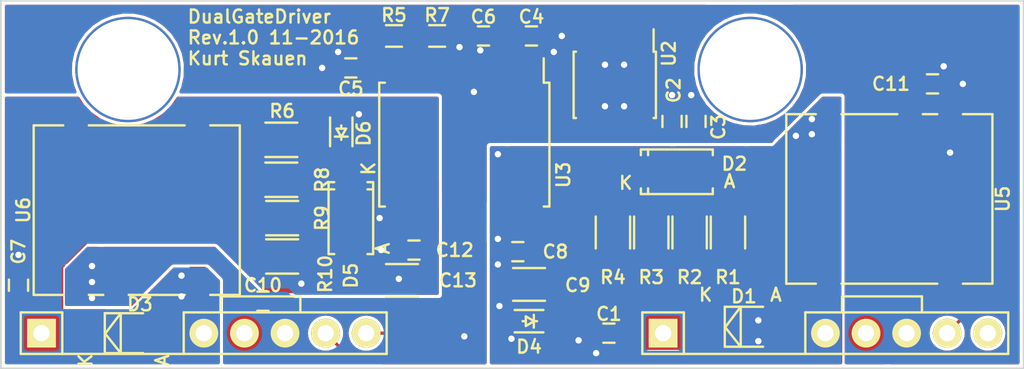
<source format=kicad_pcb>
(kicad_pcb (version 4) (host pcbnew 4.0.1-stable)

  (general
    (links 79)
    (no_connects 0)
    (area 96.942187 143.30244 161.050001 169.45516)
    (thickness 1.6)
    (drawings 5)
    (tracks 376)
    (zones 0)
    (modules 37)
    (nets 18)
  )

  (page A4)
  (layers
    (0 F.Cu signal)
    (31 B.Cu signal)
    (32 B.Adhes user)
    (33 F.Adhes user)
    (34 B.Paste user)
    (35 F.Paste user)
    (36 B.SilkS user)
    (37 F.SilkS user)
    (38 B.Mask user)
    (39 F.Mask user)
    (40 Dwgs.User user hide)
    (41 Cmts.User user)
    (42 Eco1.User user)
    (43 Eco2.User user)
    (44 Edge.Cuts user)
    (45 Margin user)
    (46 B.CrtYd user)
    (47 F.CrtYd user)
    (48 B.Fab user)
    (49 F.Fab user)
  )

  (setup
    (last_trace_width 0.25)
    (trace_clearance 0.2)
    (zone_clearance 0.2)
    (zone_45_only no)
    (trace_min 0.2)
    (segment_width 0.2)
    (edge_width 0.1)
    (via_size 0.9)
    (via_drill 0.4)
    (via_min_size 0.9)
    (via_min_drill 0.4)
    (uvia_size 0.3)
    (uvia_drill 0.1)
    (uvias_allowed no)
    (uvia_min_size 0.2)
    (uvia_min_drill 0.1)
    (pcb_text_width 0.3)
    (pcb_text_size 1.5 1.5)
    (mod_edge_width 0.1524)
    (mod_text_size 0.8128 0.8128)
    (mod_text_width 0.1524)
    (pad_size 6.6 6.6)
    (pad_drill 6.3)
    (pad_to_mask_clearance 0.13)
    (solder_mask_min_width 0.1524)
    (aux_axis_origin 0 0)
    (visible_elements 7FFFFF7F)
    (pcbplotparams
      (layerselection 0x00030_80000001)
      (usegerberextensions false)
      (excludeedgelayer true)
      (linewidth 0.100000)
      (plotframeref false)
      (viasonmask false)
      (mode 1)
      (useauxorigin false)
      (hpglpennumber 1)
      (hpglpenspeed 20)
      (hpglpendiameter 15)
      (hpglpenoverlay 2)
      (psnegative false)
      (psa4output false)
      (plotreference true)
      (plotvalue true)
      (plotinvisibletext false)
      (padsonsilk false)
      (subtractmaskfromsilk false)
      (outputformat 1)
      (mirror false)
      (drillshape 1)
      (scaleselection 1)
      (outputdirectory ""))
  )

  (net 0 "")
  (net 1 +12V)
  (net 2 GND)
  (net 3 OUTH+)
  (net 4 GNDH)
  (net 5 +5V)
  (net 6 OUTL+)
  (net 7 GNDL)
  (net 8 VDDH)
  (net 9 VDDL)
  (net 10 OUTH+a)
  (net 11 OUTH+b)
  (net 12 OUTL+a)
  (net 13 OUTL+b)
  (net 14 DT)
  (net 15 INH)
  (net 16 ~EN)
  (net 17 INL)

  (net_class Default "This is the default net class."
    (clearance 0.2)
    (trace_width 0.25)
    (via_dia 0.9)
    (via_drill 0.4)
    (uvia_dia 0.3)
    (uvia_drill 0.1)
    (add_net +5V)
    (add_net DT)
    (add_net GNDH)
    (add_net GNDL)
    (add_net INH)
    (add_net INL)
    (add_net OUTH+)
    (add_net OUTH+a)
    (add_net OUTH+b)
    (add_net OUTL+)
    (add_net OUTL+a)
    (add_net OUTL+b)
    (add_net VDDH)
    (add_net VDDL)
    (add_net ~EN)
  )

  (net_class Output ""
    (clearance 0.2)
    (trace_width 0.4)
    (via_dia 0.9)
    (via_drill 0.4)
    (uvia_dia 0.3)
    (uvia_drill 0.1)
  )

  (net_class Power ""
    (clearance 0.2)
    (trace_width 0.4)
    (via_dia 0.9)
    (via_drill 0.4)
    (uvia_dia 0.3)
    (uvia_drill 0.1)
    (add_net +12V)
    (add_net GND)
  )

  (module MyConnectors:GateDriverSub locked (layer F.Cu) (tedit 58238D2A) (tstamp 57BE2781)
    (at 138.44 164.8)
    (descr "Through hole socket strip")
    (tags "socket strip")
    (path /57B8F49B)
    (fp_text reference U1 (at 0.5 -2.4) (layer F.SilkS) hide
      (effects (font (size 0.8128 0.8128) (thickness 0.1524)))
    )
    (fp_text value GateDriver (at 3.7 2.3) (layer F.Fab) hide
      (effects (font (size 0.8128 0.8128) (thickness 0.1524)))
    )
    (fp_line (start -1.3 -1.3) (end 1.3 -1.3) (layer F.SilkS) (width 0.15))
    (fp_line (start 8.9 -1.3) (end 8.9 1.3) (layer F.SilkS) (width 0.15))
    (fp_line (start 1.3 -1.3) (end 1.3 1.3) (layer F.SilkS) (width 0.15))
    (fp_line (start 16.2 -2.3) (end 16.2 -1.3) (layer F.SilkS) (width 0.15))
    (fp_line (start 11.2 -2.3) (end 16.2 -2.3) (layer F.SilkS) (width 0.15))
    (fp_line (start 11.2 -1.3) (end 11.2 -2.3) (layer F.SilkS) (width 0.15))
    (fp_line (start 8.9 -1.3) (end 21.6 -1.3) (layer F.SilkS) (width 0.15))
    (fp_line (start 21.8 -1.5) (end 21.8 1.5) (layer F.CrtYd) (width 0.05))
    (fp_line (start -1.5 -1.5) (end 21.8 -1.5) (layer F.CrtYd) (width 0.05))
    (fp_line (start -1.3 1.3) (end 21.6 1.3) (layer F.SilkS) (width 0.15))
    (fp_line (start -1.3 1.3) (end -1.3 -1.3) (layer F.SilkS) (width 0.15))
    (fp_line (start -1.5 1.5) (end -1.5 -1.5) (layer F.CrtYd) (width 0.05))
    (fp_line (start -1.5 1.5) (end 21.8 1.5) (layer F.CrtYd) (width 0.05))
    (fp_line (start 21.6 -1.3) (end 21.6 1.300307) (layer F.SilkS) (width 0.15))
    (pad 1 thru_hole rect (at 0 0) (size 1.8 1.8) (drill 1.016) (layers *.Cu *.Mask F.SilkS)
      (net 3 OUTH+))
    (pad 2 thru_hole oval (at 10.16 0) (size 1.8 1.8) (drill 1.016) (layers *.Cu *.Mask F.SilkS)
      (net 4 GNDH))
    (pad 3 thru_hole oval (at 12.7 0) (size 1.8 1.8) (drill 1.016) (layers *.Cu *.Mask F.SilkS)
      (net 1 +12V))
    (pad 4 thru_hole oval (at 15.24 0) (size 1.8 1.8) (drill 1.016) (layers *.Cu *.Mask F.SilkS)
      (net 2 GND))
    (pad 5 thru_hole oval (at 17.78 0) (size 1.8 1.8) (drill 1.016) (layers *.Cu *.Mask F.SilkS)
      (net 15 INH))
    (pad 6 thru_hole oval (at 20.32 0) (size 1.8 1.8) (drill 1.016) (layers *.Cu *.Mask F.SilkS))
  )

  (module MyMechanical:MH6 locked (layer F.Cu) (tedit 57C5DF92) (tstamp 57C49948)
    (at 143.89 148.3)
    (descr "module 1 pin (ou trou mecanique de percage)")
    (tags DEV)
    (path /57C49F45)
    (fp_text reference M1 (at 0 -3.81) (layer F.SilkS) hide
      (effects (font (size 0.8128 0.8128) (thickness 0.1524)))
    )
    (fp_text value MountingHole (at 0 3.81) (layer F.Fab) hide
      (effects (font (size 0.8128 0.8128) (thickness 0.1524)))
    )
    (pad "" np_thru_hole circle (at 0 0) (size 6.6 6.6) (drill 6.3) (layers *.Cu))
  )

  (module MyCapacitors:C_0603 (layer F.Cu) (tedit 58225865) (tstamp 582106AD)
    (at 135.05 164.8 180)
    (descr "Capacitor SMD 0603, reflow soldering, AVX (see smccp.pdf)")
    (tags "capacitor 0603")
    (path /582109D8)
    (attr smd)
    (fp_text reference C1 (at 0 1.2 180) (layer F.SilkS)
      (effects (font (size 0.8128 0.8128) (thickness 0.1524)))
    )
    (fp_text value NP (at 0 1.9 180) (layer F.Fab) hide
      (effects (font (size 0.8128 0.8128) (thickness 0.1524)))
    )
    (fp_line (start -1.45 -0.75) (end 1.45 -0.75) (layer F.CrtYd) (width 0.05))
    (fp_line (start -1.45 0.75) (end 1.45 0.75) (layer F.CrtYd) (width 0.05))
    (fp_line (start -1.45 -0.75) (end -1.45 0.75) (layer F.CrtYd) (width 0.05))
    (fp_line (start 1.45 -0.75) (end 1.45 0.75) (layer F.CrtYd) (width 0.05))
    (fp_line (start -0.35 -0.6) (end 0.35 -0.6) (layer F.SilkS) (width 0.15))
    (fp_line (start 0.35 0.6) (end -0.35 0.6) (layer F.SilkS) (width 0.15))
    (pad 1 smd rect (at -0.75 0 180) (size 0.8 0.75) (layers F.Cu F.Paste F.Mask)
      (net 3 OUTH+))
    (pad 2 smd rect (at 0.75 0 180) (size 0.8 0.75) (layers F.Cu F.Paste F.Mask)
      (net 4 GNDH))
    (model Capacitors_SMD.3dshapes/C_0603.wrl
      (at (xyz 0 0 0))
      (scale (xyz 1 1 1))
      (rotate (xyz 0 0 0))
    )
  )

  (module MyCapacitors:C_0603 (layer F.Cu) (tedit 58223E05) (tstamp 582106B9)
    (at 139 151.55 90)
    (descr "Capacitor SMD 0603, reflow soldering, AVX (see smccp.pdf)")
    (tags "capacitor 0603")
    (path /5820B334)
    (attr smd)
    (fp_text reference C2 (at 1.95 0.1 270) (layer F.SilkS)
      (effects (font (size 0.8128 0.8128) (thickness 0.1524)))
    )
    (fp_text value 1u (at 0 1.9 90) (layer F.Fab) hide
      (effects (font (size 0.8128 0.8128) (thickness 0.1524)))
    )
    (fp_line (start -1.45 -0.75) (end 1.45 -0.75) (layer F.CrtYd) (width 0.05))
    (fp_line (start -1.45 0.75) (end 1.45 0.75) (layer F.CrtYd) (width 0.05))
    (fp_line (start -1.45 -0.75) (end -1.45 0.75) (layer F.CrtYd) (width 0.05))
    (fp_line (start 1.45 -0.75) (end 1.45 0.75) (layer F.CrtYd) (width 0.05))
    (fp_line (start -0.35 -0.6) (end 0.35 -0.6) (layer F.SilkS) (width 0.15))
    (fp_line (start 0.35 0.6) (end -0.35 0.6) (layer F.SilkS) (width 0.15))
    (pad 1 smd rect (at -0.75 0 90) (size 0.8 0.75) (layers F.Cu F.Paste F.Mask)
      (net 1 +12V))
    (pad 2 smd rect (at 0.75 0 90) (size 0.8 0.75) (layers F.Cu F.Paste F.Mask)
      (net 2 GND))
    (model Capacitors_SMD.3dshapes/C_0603.wrl
      (at (xyz 0 0 0))
      (scale (xyz 1 1 1))
      (rotate (xyz 0 0 0))
    )
  )

  (module MyCapacitors:C_0603 (layer F.Cu) (tedit 58223E09) (tstamp 582106C5)
    (at 140.5 151.55 90)
    (descr "Capacitor SMD 0603, reflow soldering, AVX (see smccp.pdf)")
    (tags "capacitor 0603")
    (path /5820B082)
    (attr smd)
    (fp_text reference C3 (at -0.35 1.4 90) (layer F.SilkS)
      (effects (font (size 0.8128 0.8128) (thickness 0.1524)))
    )
    (fp_text value 1u (at 0 1.9 90) (layer F.Fab) hide
      (effects (font (size 0.8128 0.8128) (thickness 0.1524)))
    )
    (fp_line (start -1.45 -0.75) (end 1.45 -0.75) (layer F.CrtYd) (width 0.05))
    (fp_line (start -1.45 0.75) (end 1.45 0.75) (layer F.CrtYd) (width 0.05))
    (fp_line (start -1.45 -0.75) (end -1.45 0.75) (layer F.CrtYd) (width 0.05))
    (fp_line (start 1.45 -0.75) (end 1.45 0.75) (layer F.CrtYd) (width 0.05))
    (fp_line (start -0.35 -0.6) (end 0.35 -0.6) (layer F.SilkS) (width 0.15))
    (fp_line (start 0.35 0.6) (end -0.35 0.6) (layer F.SilkS) (width 0.15))
    (pad 1 smd rect (at -0.75 0 90) (size 0.8 0.75) (layers F.Cu F.Paste F.Mask)
      (net 1 +12V))
    (pad 2 smd rect (at 0.75 0 90) (size 0.8 0.75) (layers F.Cu F.Paste F.Mask)
      (net 2 GND))
    (model Capacitors_SMD.3dshapes/C_0603.wrl
      (at (xyz 0 0 0))
      (scale (xyz 1 1 1))
      (rotate (xyz 0 0 0))
    )
  )

  (module MyCapacitors:C_0603 (layer F.Cu) (tedit 5415D631) (tstamp 582106D1)
    (at 130.2 146.2)
    (descr "Capacitor SMD 0603, reflow soldering, AVX (see smccp.pdf)")
    (tags "capacitor 0603")
    (path /5820B3F5)
    (attr smd)
    (fp_text reference C4 (at 0 -1.2) (layer F.SilkS)
      (effects (font (size 0.8128 0.8128) (thickness 0.1524)))
    )
    (fp_text value 1u (at 0 1.9) (layer F.Fab)
      (effects (font (size 0.8128 0.8128) (thickness 0.1524)))
    )
    (fp_line (start -1.45 -0.75) (end 1.45 -0.75) (layer F.CrtYd) (width 0.05))
    (fp_line (start -1.45 0.75) (end 1.45 0.75) (layer F.CrtYd) (width 0.05))
    (fp_line (start -1.45 -0.75) (end -1.45 0.75) (layer F.CrtYd) (width 0.05))
    (fp_line (start 1.45 -0.75) (end 1.45 0.75) (layer F.CrtYd) (width 0.05))
    (fp_line (start -0.35 -0.6) (end 0.35 -0.6) (layer F.SilkS) (width 0.15))
    (fp_line (start 0.35 0.6) (end -0.35 0.6) (layer F.SilkS) (width 0.15))
    (pad 1 smd rect (at -0.75 0) (size 0.8 0.75) (layers F.Cu F.Paste F.Mask)
      (net 5 +5V))
    (pad 2 smd rect (at 0.75 0) (size 0.8 0.75) (layers F.Cu F.Paste F.Mask)
      (net 2 GND))
    (model Capacitors_SMD.3dshapes/C_0603.wrl
      (at (xyz 0 0 0))
      (scale (xyz 1 1 1))
      (rotate (xyz 0 0 0))
    )
  )

  (module MyCapacitors:C_0603 (layer F.Cu) (tedit 58223D70) (tstamp 582106DD)
    (at 118.9 148.2 180)
    (descr "Capacitor SMD 0603, reflow soldering, AVX (see smccp.pdf)")
    (tags "capacitor 0603")
    (path /5820B1B5)
    (attr smd)
    (fp_text reference C5 (at 0 -1.3 180) (layer F.SilkS)
      (effects (font (size 0.8128 0.8128) (thickness 0.1524)))
    )
    (fp_text value 100n (at 0 1.9 180) (layer F.Fab) hide
      (effects (font (size 0.8128 0.8128) (thickness 0.1524)))
    )
    (fp_line (start -1.45 -0.75) (end 1.45 -0.75) (layer F.CrtYd) (width 0.05))
    (fp_line (start -1.45 0.75) (end 1.45 0.75) (layer F.CrtYd) (width 0.05))
    (fp_line (start -1.45 -0.75) (end -1.45 0.75) (layer F.CrtYd) (width 0.05))
    (fp_line (start 1.45 -0.75) (end 1.45 0.75) (layer F.CrtYd) (width 0.05))
    (fp_line (start -0.35 -0.6) (end 0.35 -0.6) (layer F.SilkS) (width 0.15))
    (fp_line (start 0.35 0.6) (end -0.35 0.6) (layer F.SilkS) (width 0.15))
    (pad 1 smd rect (at -0.75 0 180) (size 0.8 0.75) (layers F.Cu F.Paste F.Mask)
      (net 5 +5V))
    (pad 2 smd rect (at 0.75 0 180) (size 0.8 0.75) (layers F.Cu F.Paste F.Mask)
      (net 2 GND))
    (model Capacitors_SMD.3dshapes/C_0603.wrl
      (at (xyz 0 0 0))
      (scale (xyz 1 1 1))
      (rotate (xyz 0 0 0))
    )
  )

  (module MyCapacitors:C_0603 (layer F.Cu) (tedit 58223D9D) (tstamp 582106E9)
    (at 127.2 146.2 180)
    (descr "Capacitor SMD 0603, reflow soldering, AVX (see smccp.pdf)")
    (tags "capacitor 0603")
    (path /5820BACF)
    (attr smd)
    (fp_text reference C6 (at 0 1.2 180) (layer F.SilkS)
      (effects (font (size 0.8128 0.8128) (thickness 0.1524)))
    )
    (fp_text value 100n (at 0 1.9 180) (layer F.Fab) hide
      (effects (font (size 0.8128 0.8128) (thickness 0.1524)))
    )
    (fp_line (start -1.45 -0.75) (end 1.45 -0.75) (layer F.CrtYd) (width 0.05))
    (fp_line (start -1.45 0.75) (end 1.45 0.75) (layer F.CrtYd) (width 0.05))
    (fp_line (start -1.45 -0.75) (end -1.45 0.75) (layer F.CrtYd) (width 0.05))
    (fp_line (start 1.45 -0.75) (end 1.45 0.75) (layer F.CrtYd) (width 0.05))
    (fp_line (start -0.35 -0.6) (end 0.35 -0.6) (layer F.SilkS) (width 0.15))
    (fp_line (start 0.35 0.6) (end -0.35 0.6) (layer F.SilkS) (width 0.15))
    (pad 1 smd rect (at -0.75 0 180) (size 0.8 0.75) (layers F.Cu F.Paste F.Mask)
      (net 5 +5V))
    (pad 2 smd rect (at 0.75 0 180) (size 0.8 0.75) (layers F.Cu F.Paste F.Mask)
      (net 2 GND))
    (model Capacitors_SMD.3dshapes/C_0603.wrl
      (at (xyz 0 0 0))
      (scale (xyz 1 1 1))
      (rotate (xyz 0 0 0))
    )
  )

  (module MyCapacitors:C_0603 (layer F.Cu) (tedit 582257E0) (tstamp 582106F5)
    (at 98.1 161.8 90)
    (descr "Capacitor SMD 0603, reflow soldering, AVX (see smccp.pdf)")
    (tags "capacitor 0603")
    (path /5821071A)
    (attr smd)
    (fp_text reference C7 (at 2.1 0 90) (layer F.SilkS)
      (effects (font (size 0.8128 0.8128) (thickness 0.1524)))
    )
    (fp_text value NP (at 0 1.9 90) (layer F.Fab) hide
      (effects (font (size 0.8128 0.8128) (thickness 0.1524)))
    )
    (fp_line (start -1.45 -0.75) (end 1.45 -0.75) (layer F.CrtYd) (width 0.05))
    (fp_line (start -1.45 0.75) (end 1.45 0.75) (layer F.CrtYd) (width 0.05))
    (fp_line (start -1.45 -0.75) (end -1.45 0.75) (layer F.CrtYd) (width 0.05))
    (fp_line (start 1.45 -0.75) (end 1.45 0.75) (layer F.CrtYd) (width 0.05))
    (fp_line (start -0.35 -0.6) (end 0.35 -0.6) (layer F.SilkS) (width 0.15))
    (fp_line (start 0.35 0.6) (end -0.35 0.6) (layer F.SilkS) (width 0.15))
    (pad 1 smd rect (at -0.75 0 90) (size 0.8 0.75) (layers F.Cu F.Paste F.Mask)
      (net 6 OUTL+))
    (pad 2 smd rect (at 0.75 0 90) (size 0.8 0.75) (layers F.Cu F.Paste F.Mask)
      (net 7 GNDL))
    (model Capacitors_SMD.3dshapes/C_0603.wrl
      (at (xyz 0 0 0))
      (scale (xyz 1 1 1))
      (rotate (xyz 0 0 0))
    )
  )

  (module MyCapacitors:C_0603 (layer F.Cu) (tedit 5822586D) (tstamp 58210701)
    (at 129.35 159.7 180)
    (descr "Capacitor SMD 0603, reflow soldering, AVX (see smccp.pdf)")
    (tags "capacitor 0603")
    (path /5820565C)
    (attr smd)
    (fp_text reference C8 (at -2.35 0 180) (layer F.SilkS)
      (effects (font (size 0.8128 0.8128) (thickness 0.1524)))
    )
    (fp_text value 100n (at 0 1.9 180) (layer F.Fab) hide
      (effects (font (size 0.8128 0.8128) (thickness 0.1524)))
    )
    (fp_line (start -1.45 -0.75) (end 1.45 -0.75) (layer F.CrtYd) (width 0.05))
    (fp_line (start -1.45 0.75) (end 1.45 0.75) (layer F.CrtYd) (width 0.05))
    (fp_line (start -1.45 -0.75) (end -1.45 0.75) (layer F.CrtYd) (width 0.05))
    (fp_line (start 1.45 -0.75) (end 1.45 0.75) (layer F.CrtYd) (width 0.05))
    (fp_line (start -0.35 -0.6) (end 0.35 -0.6) (layer F.SilkS) (width 0.15))
    (fp_line (start 0.35 0.6) (end -0.35 0.6) (layer F.SilkS) (width 0.15))
    (pad 1 smd rect (at -0.75 0 180) (size 0.8 0.75) (layers F.Cu F.Paste F.Mask)
      (net 8 VDDH))
    (pad 2 smd rect (at 0.75 0 180) (size 0.8 0.75) (layers F.Cu F.Paste F.Mask)
      (net 4 GNDH))
    (model Capacitors_SMD.3dshapes/C_0603.wrl
      (at (xyz 0 0 0))
      (scale (xyz 1 1 1))
      (rotate (xyz 0 0 0))
    )
  )

  (module MyCapacitors:C_1206 (layer F.Cu) (tedit 58225874) (tstamp 5821070D)
    (at 130.05 161.75 180)
    (descr "Capacitor SMD 1206, reflow soldering, AVX (see smccp.pdf)")
    (tags "capacitor 1206")
    (path /58204F74)
    (attr smd)
    (fp_text reference C9 (at -3.05 -0.05 180) (layer F.SilkS)
      (effects (font (size 0.8128 0.8128) (thickness 0.1524)))
    )
    (fp_text value 10u (at 0 2.3 180) (layer F.Fab) hide
      (effects (font (size 0.8128 0.8128) (thickness 0.1524)))
    )
    (fp_line (start -2.3 -1.15) (end 2.3 -1.15) (layer F.CrtYd) (width 0.05))
    (fp_line (start -2.3 1.15) (end 2.3 1.15) (layer F.CrtYd) (width 0.05))
    (fp_line (start -2.3 -1.15) (end -2.3 1.15) (layer F.CrtYd) (width 0.05))
    (fp_line (start 2.3 -1.15) (end 2.3 1.15) (layer F.CrtYd) (width 0.05))
    (fp_line (start 1 -1.025) (end -1 -1.025) (layer F.SilkS) (width 0.15))
    (fp_line (start -1 1.025) (end 1 1.025) (layer F.SilkS) (width 0.15))
    (pad 1 smd rect (at -1.5 0 180) (size 1 1.6) (layers F.Cu F.Paste F.Mask)
      (net 8 VDDH))
    (pad 2 smd rect (at 1.5 0 180) (size 1 1.6) (layers F.Cu F.Paste F.Mask)
      (net 4 GNDH))
    (model Capacitors_SMD.3dshapes/C_1206.wrl
      (at (xyz 0 0 0))
      (scale (xyz 1 1 1))
      (rotate (xyz 0 0 0))
    )
  )

  (module MyCapacitors:C_0603 (layer F.Cu) (tedit 582258A4) (tstamp 58210719)
    (at 113.4 162.8)
    (descr "Capacitor SMD 0603, reflow soldering, AVX (see smccp.pdf)")
    (tags "capacitor 0603")
    (path /58212CDE)
    (attr smd)
    (fp_text reference C10 (at 0 -1) (layer F.SilkS)
      (effects (font (size 0.8128 0.8128) (thickness 0.1524)))
    )
    (fp_text value 100n (at 0 1.9) (layer F.Fab) hide
      (effects (font (size 0.8128 0.8128) (thickness 0.1524)))
    )
    (fp_line (start -1.45 -0.75) (end 1.45 -0.75) (layer F.CrtYd) (width 0.05))
    (fp_line (start -1.45 0.75) (end 1.45 0.75) (layer F.CrtYd) (width 0.05))
    (fp_line (start -1.45 -0.75) (end -1.45 0.75) (layer F.CrtYd) (width 0.05))
    (fp_line (start 1.45 -0.75) (end 1.45 0.75) (layer F.CrtYd) (width 0.05))
    (fp_line (start -0.35 -0.6) (end 0.35 -0.6) (layer F.SilkS) (width 0.15))
    (fp_line (start 0.35 0.6) (end -0.35 0.6) (layer F.SilkS) (width 0.15))
    (pad 1 smd rect (at -0.75 0) (size 0.8 0.75) (layers F.Cu F.Paste F.Mask)
      (net 1 +12V))
    (pad 2 smd rect (at 0.75 0) (size 0.8 0.75) (layers F.Cu F.Paste F.Mask)
      (net 2 GND))
    (model Capacitors_SMD.3dshapes/C_0603.wrl
      (at (xyz 0 0 0))
      (scale (xyz 1 1 1))
      (rotate (xyz 0 0 0))
    )
  )

  (module MyCapacitors:C_0603 (layer F.Cu) (tedit 5822589D) (tstamp 58210725)
    (at 155.3 149.2)
    (descr "Capacitor SMD 0603, reflow soldering, AVX (see smccp.pdf)")
    (tags "capacitor 0603")
    (path /58212B91)
    (attr smd)
    (fp_text reference C11 (at -2.6 0) (layer F.SilkS)
      (effects (font (size 0.8128 0.8128) (thickness 0.1524)))
    )
    (fp_text value 100n (at 0 1.9) (layer F.Fab) hide
      (effects (font (size 0.8128 0.8128) (thickness 0.1524)))
    )
    (fp_line (start -1.45 -0.75) (end 1.45 -0.75) (layer F.CrtYd) (width 0.05))
    (fp_line (start -1.45 0.75) (end 1.45 0.75) (layer F.CrtYd) (width 0.05))
    (fp_line (start -1.45 -0.75) (end -1.45 0.75) (layer F.CrtYd) (width 0.05))
    (fp_line (start 1.45 -0.75) (end 1.45 0.75) (layer F.CrtYd) (width 0.05))
    (fp_line (start -0.35 -0.6) (end 0.35 -0.6) (layer F.SilkS) (width 0.15))
    (fp_line (start 0.35 0.6) (end -0.35 0.6) (layer F.SilkS) (width 0.15))
    (pad 1 smd rect (at -0.75 0) (size 0.8 0.75) (layers F.Cu F.Paste F.Mask)
      (net 1 +12V))
    (pad 2 smd rect (at 0.75 0) (size 0.8 0.75) (layers F.Cu F.Paste F.Mask)
      (net 2 GND))
    (model Capacitors_SMD.3dshapes/C_0603.wrl
      (at (xyz 0 0 0))
      (scale (xyz 1 1 1))
      (rotate (xyz 0 0 0))
    )
  )

  (module MyCapacitors:C_0603 (layer F.Cu) (tedit 58225859) (tstamp 58210731)
    (at 122.85 159.6 180)
    (descr "Capacitor SMD 0603, reflow soldering, AVX (see smccp.pdf)")
    (tags "capacitor 0603")
    (path /58207238)
    (attr smd)
    (fp_text reference C12 (at -2.55 0 180) (layer F.SilkS)
      (effects (font (size 0.8128 0.8128) (thickness 0.1524)))
    )
    (fp_text value 100n (at 0 1.9 180) (layer F.Fab) hide
      (effects (font (size 0.8128 0.8128) (thickness 0.1524)))
    )
    (fp_line (start -1.45 -0.75) (end 1.45 -0.75) (layer F.CrtYd) (width 0.05))
    (fp_line (start -1.45 0.75) (end 1.45 0.75) (layer F.CrtYd) (width 0.05))
    (fp_line (start -1.45 -0.75) (end -1.45 0.75) (layer F.CrtYd) (width 0.05))
    (fp_line (start 1.45 -0.75) (end 1.45 0.75) (layer F.CrtYd) (width 0.05))
    (fp_line (start -0.35 -0.6) (end 0.35 -0.6) (layer F.SilkS) (width 0.15))
    (fp_line (start 0.35 0.6) (end -0.35 0.6) (layer F.SilkS) (width 0.15))
    (pad 1 smd rect (at -0.75 0 180) (size 0.8 0.75) (layers F.Cu F.Paste F.Mask)
      (net 9 VDDL))
    (pad 2 smd rect (at 0.75 0 180) (size 0.8 0.75) (layers F.Cu F.Paste F.Mask)
      (net 7 GNDL))
    (model Capacitors_SMD.3dshapes/C_0603.wrl
      (at (xyz 0 0 0))
      (scale (xyz 1 1 1))
      (rotate (xyz 0 0 0))
    )
  )

  (module MyCapacitors:C_1206 (layer F.Cu) (tedit 58225852) (tstamp 5821073D)
    (at 122.1 161.5 180)
    (descr "Capacitor SMD 1206, reflow soldering, AVX (see smccp.pdf)")
    (tags "capacitor 1206")
    (path /58207232)
    (attr smd)
    (fp_text reference C13 (at -3.5 0 180) (layer F.SilkS)
      (effects (font (size 0.8128 0.8128) (thickness 0.1524)))
    )
    (fp_text value 10u (at 0 2.3 180) (layer F.Fab) hide
      (effects (font (size 0.8128 0.8128) (thickness 0.1524)))
    )
    (fp_line (start -2.3 -1.15) (end 2.3 -1.15) (layer F.CrtYd) (width 0.05))
    (fp_line (start -2.3 1.15) (end 2.3 1.15) (layer F.CrtYd) (width 0.05))
    (fp_line (start -2.3 -1.15) (end -2.3 1.15) (layer F.CrtYd) (width 0.05))
    (fp_line (start 2.3 -1.15) (end 2.3 1.15) (layer F.CrtYd) (width 0.05))
    (fp_line (start 1 -1.025) (end -1 -1.025) (layer F.SilkS) (width 0.15))
    (fp_line (start -1 1.025) (end 1 1.025) (layer F.SilkS) (width 0.15))
    (pad 1 smd rect (at -1.5 0 180) (size 1 1.6) (layers F.Cu F.Paste F.Mask)
      (net 9 VDDL))
    (pad 2 smd rect (at 1.5 0 180) (size 1 1.6) (layers F.Cu F.Paste F.Mask)
      (net 7 GNDL))
    (model Capacitors_SMD.3dshapes/C_1206.wrl
      (at (xyz 0 0 0))
      (scale (xyz 1 1 1))
      (rotate (xyz 0 0 0))
    )
  )

  (module MyDiodes:MELF_Standard (layer F.Cu) (tedit 58225878) (tstamp 58210754)
    (at 143.5 164.4)
    (descr "Diode, MELF, Standard,")
    (tags "Diode MELF Standard ")
    (path /582044E0)
    (attr smd)
    (fp_text reference D1 (at 0 -1.9) (layer F.SilkS)
      (effects (font (size 0.8128 0.8128) (thickness 0.1524)))
    )
    (fp_text value ZMY12 (at 0 3.81) (layer F.Fab) hide
      (effects (font (size 0.8128 0.8128) (thickness 0.1524)))
    )
    (fp_line (start -3.4 -1.6) (end 3.4 -1.6) (layer F.CrtYd) (width 0.05))
    (fp_line (start 3.4 -1.6) (end 3.4 1.6) (layer F.CrtYd) (width 0.05))
    (fp_line (start 3.4 1.6) (end -3.4 1.6) (layer F.CrtYd) (width 0.05))
    (fp_line (start -3.4 1.6) (end -3.4 -1.6) (layer F.CrtYd) (width 0.05))
    (fp_line (start -1.15062 0) (end -0.20066 -1.24968) (layer F.SilkS) (width 0.15))
    (fp_line (start -0.20066 -1.24968) (end -0.20066 1.24968) (layer F.SilkS) (width 0.15))
    (fp_line (start -0.20066 1.24968) (end -1.19888 0) (layer F.SilkS) (width 0.15))
    (fp_line (start -1.19888 -1.24968) (end -1.19888 1.24968) (layer F.SilkS) (width 0.15))
    (fp_text user K (at -2.4 -2) (layer F.SilkS)
      (effects (font (size 0.8128 0.8128) (thickness 0.1524)))
    )
    (fp_text user A (at 2 -2) (layer F.SilkS)
      (effects (font (size 0.8128 0.8128) (thickness 0.1524)))
    )
    (fp_circle (center 0 0) (end -0.8001 0.29972) (layer F.Adhes) (width 0.381))
    (fp_circle (center 0 0) (end 0 0.55118) (layer F.Adhes) (width 0.381))
    (fp_circle (center 0 0) (end 0 0.20066) (layer F.Adhes) (width 0.381))
    (fp_line (start 1.09982 -1.24968) (end 1.19888 -1.24968) (layer F.SilkS) (width 0.15))
    (fp_line (start 1.09982 1.24968) (end 1.19888 1.24968) (layer F.SilkS) (width 0.15))
    (fp_line (start -1.19888 -1.24968) (end 1.15062 -1.24968) (layer F.SilkS) (width 0.15))
    (fp_line (start -1.19888 1.24968) (end 1.04902 1.24968) (layer F.SilkS) (width 0.15))
    (pad 1 smd rect (at -2.4003 0) (size 1.50114 2.70002) (layers F.Cu F.Paste F.Mask)
      (net 3 OUTH+))
    (pad 2 smd rect (at 2.4003 0) (size 1.50114 2.70002) (layers F.Cu F.Paste F.Mask)
      (net 4 GNDH))
    (model Diodes_SMD.3dshapes/MELF_Standard.wrl
      (at (xyz 0 0 0))
      (scale (xyz 0.3937 0.3937 0.3937))
      (rotate (xyz 0 0 180))
    )
  )

  (module MyDiodes:Diode-SMA_Standard (layer F.Cu) (tedit 582258C7) (tstamp 58210769)
    (at 139.3 154.7)
    (descr "Diode SMA")
    (tags "Diode SMA")
    (path /581F315F)
    (attr smd)
    (fp_text reference D2 (at 3.6 -0.5) (layer F.SilkS)
      (effects (font (size 0.8128 0.8128) (thickness 0.1524)))
    )
    (fp_text value SS210 (at 0 4.3) (layer F.Fab) hide
      (effects (font (size 0.8128 0.8128) (thickness 0.1524)))
    )
    (fp_line (start -3.5 -2) (end 3.5 -2) (layer F.CrtYd) (width 0.05))
    (fp_line (start 3.5 -2) (end 3.5 2) (layer F.CrtYd) (width 0.05))
    (fp_line (start 3.5 2) (end -3.5 2) (layer F.CrtYd) (width 0.05))
    (fp_line (start -3.5 2) (end -3.5 -2) (layer F.CrtYd) (width 0.05))
    (fp_text user K (at -3.2 0.7) (layer F.SilkS)
      (effects (font (size 0.8128 0.8128) (thickness 0.1524)))
    )
    (fp_text user A (at 3.3 0.6) (layer F.SilkS)
      (effects (font (size 0.8128 0.8128) (thickness 0.1524)))
    )
    (fp_circle (center 0 0) (end 0.20066 -0.0508) (layer F.Adhes) (width 0.381))
    (fp_line (start -1.79914 1.395) (end -1.79914 1.04) (layer F.SilkS) (width 0.15))
    (fp_line (start -1.79914 -1.395) (end -1.79914 -1.04) (layer F.SilkS) (width 0.15))
    (fp_line (start 2.25044 1.395) (end 2.25044 1.04) (layer F.SilkS) (width 0.15))
    (fp_line (start -2.25044 1.395) (end -2.25044 1.04) (layer F.SilkS) (width 0.15))
    (fp_line (start -2.25044 -1.395) (end -2.25044 -1.04) (layer F.SilkS) (width 0.15))
    (fp_line (start 2.25044 -1.395) (end 2.25044 -1.04) (layer F.SilkS) (width 0.15))
    (fp_line (start -2.25044 1.395) (end 2.25044 1.395) (layer F.SilkS) (width 0.15))
    (fp_line (start -2.25044 -1.395) (end 2.25044 -1.395) (layer F.SilkS) (width 0.15))
    (pad 1 smd rect (at -1.79 0) (size 1.7 1.68) (layers F.Cu F.Paste F.Mask)
      (net 10 OUTH+a))
    (pad 2 smd rect (at 1.79 0) (size 1.7 1.68) (layers F.Cu F.Paste F.Mask)
      (net 11 OUTH+b))
    (model Diodes_SMD.3dshapes/Diode-SMA_Standard.wrl
      (at (xyz 0 0 0))
      (scale (xyz 0.3937 0.3937 0.3937))
      (rotate (xyz 0 0 180))
    )
  )

  (module MyDiodes:MELF_Standard (layer F.Cu) (tedit 582257D4) (tstamp 58210780)
    (at 104.7 164.8)
    (descr "Diode, MELF, Standard,")
    (tags "Diode MELF Standard ")
    (path /582025F6)
    (attr smd)
    (fp_text reference D3 (at 1 -1.8) (layer F.SilkS)
      (effects (font (size 0.8128 0.8128) (thickness 0.1524)))
    )
    (fp_text value ZMY12 (at 0 3.81) (layer F.Fab) hide
      (effects (font (size 0.8128 0.8128) (thickness 0.1524)))
    )
    (fp_line (start -3.4 -1.6) (end 3.4 -1.6) (layer F.CrtYd) (width 0.05))
    (fp_line (start 3.4 -1.6) (end 3.4 1.6) (layer F.CrtYd) (width 0.05))
    (fp_line (start 3.4 1.6) (end -3.4 1.6) (layer F.CrtYd) (width 0.05))
    (fp_line (start -3.4 1.6) (end -3.4 -1.6) (layer F.CrtYd) (width 0.05))
    (fp_line (start -1.15062 0) (end -0.20066 -1.24968) (layer F.SilkS) (width 0.15))
    (fp_line (start -0.20066 -1.24968) (end -0.20066 1.24968) (layer F.SilkS) (width 0.15))
    (fp_line (start -0.20066 1.24968) (end -1.19888 0) (layer F.SilkS) (width 0.15))
    (fp_line (start -1.19888 -1.24968) (end -1.19888 1.24968) (layer F.SilkS) (width 0.15))
    (fp_text user K (at -2.4 1.7 90) (layer F.SilkS)
      (effects (font (size 0.8128 0.8128) (thickness 0.1524)))
    )
    (fp_text user A (at 2.4 1.7 90) (layer F.SilkS)
      (effects (font (size 0.8128 0.8128) (thickness 0.1524)))
    )
    (fp_circle (center 0 0) (end -0.8001 0.29972) (layer F.Adhes) (width 0.381))
    (fp_circle (center 0 0) (end 0 0.55118) (layer F.Adhes) (width 0.381))
    (fp_circle (center 0 0) (end 0 0.20066) (layer F.Adhes) (width 0.381))
    (fp_line (start 1.09982 -1.24968) (end 1.19888 -1.24968) (layer F.SilkS) (width 0.15))
    (fp_line (start 1.09982 1.24968) (end 1.19888 1.24968) (layer F.SilkS) (width 0.15))
    (fp_line (start -1.19888 -1.24968) (end 1.15062 -1.24968) (layer F.SilkS) (width 0.15))
    (fp_line (start -1.19888 1.24968) (end 1.04902 1.24968) (layer F.SilkS) (width 0.15))
    (pad 1 smd rect (at -2.4003 0) (size 1.50114 2.70002) (layers F.Cu F.Paste F.Mask)
      (net 6 OUTL+))
    (pad 2 smd rect (at 2.4003 0) (size 1.50114 2.70002) (layers F.Cu F.Paste F.Mask)
      (net 7 GNDL))
    (model Diodes_SMD.3dshapes/MELF_Standard.wrl
      (at (xyz 0 0 0))
      (scale (xyz 0.3937 0.3937 0.3937))
      (rotate (xyz 0 0 180))
    )
  )

  (module MyDiodes:SMini2-F5-B (layer F.Cu) (tedit 58225860) (tstamp 58210792)
    (at 130.05 164.05 180)
    (descr SMini2-F5-B)
    (tags SMini2-F5-B)
    (path /58205BC2)
    (attr smd)
    (fp_text reference D4 (at 0 -1.6 180) (layer F.SilkS)
      (effects (font (size 0.8128 0.8128) (thickness 0.1524)))
    )
    (fp_text value DZ2J130M0L (at 0 1.8 180) (layer F.Fab) hide
      (effects (font (size 0.8128 0.8128) (thickness 0.1524)))
    )
    (fp_line (start 0.2 0) (end 0.4 0) (layer F.SilkS) (width 0.15))
    (fp_line (start -0.5 0) (end -0.3175 0) (layer F.SilkS) (width 0.15))
    (fp_line (start -0.3175 0) (end 0.2 -0.3) (layer F.SilkS) (width 0.15))
    (fp_line (start 0.2 -0.3) (end 0.2 0.3) (layer F.SilkS) (width 0.15))
    (fp_line (start 0.2 0.3) (end -0.3175 0) (layer F.SilkS) (width 0.15))
    (fp_line (start -0.3 -0.4) (end -0.3 0.4) (layer F.SilkS) (width 0.15))
    (fp_line (start -2 -0.9) (end 1.9 -0.9) (layer F.CrtYd) (width 0.05))
    (fp_line (start 1.9 -0.9) (end 1.9 0.9) (layer F.CrtYd) (width 0.05))
    (fp_line (start 1.9 0.9) (end -2 0.9) (layer F.CrtYd) (width 0.05))
    (fp_line (start -2 -0.9) (end -2 0.9) (layer F.CrtYd) (width 0.05))
    (fp_line (start -0.9 0.7) (end 0.9 0.7) (layer F.SilkS) (width 0.15))
    (fp_line (start -0.9 -0.7) (end 0.9 -0.7) (layer F.SilkS) (width 0.15))
    (pad 1 smd rect (at -1.2 0 180) (size 0.9 1.1) (layers F.Cu F.Paste F.Mask)
      (net 8 VDDH))
    (pad 2 smd rect (at 1.1 0 180) (size 0.9 1.1) (layers F.Cu F.Paste F.Mask)
      (net 4 GNDH))
  )

  (module MyDiodes:Diode-SMA_Standard (layer F.Cu) (tedit 5822584A) (tstamp 582107A7)
    (at 118.9 157.6 270)
    (descr "Diode SMA")
    (tags "Diode SMA")
    (path /581F41E6)
    (attr smd)
    (fp_text reference D5 (at 3.6 0 270) (layer F.SilkS)
      (effects (font (size 0.8128 0.8128) (thickness 0.1524)))
    )
    (fp_text value SS210 (at 0 4.3 270) (layer F.Fab) hide
      (effects (font (size 0.8128 0.8128) (thickness 0.1524)))
    )
    (fp_line (start -3.5 -2) (end 3.5 -2) (layer F.CrtYd) (width 0.05))
    (fp_line (start 3.5 -2) (end 3.5 2) (layer F.CrtYd) (width 0.05))
    (fp_line (start 3.5 2) (end -3.5 2) (layer F.CrtYd) (width 0.05))
    (fp_line (start -3.5 2) (end -3.5 -2) (layer F.CrtYd) (width 0.05))
    (fp_text user K (at -3.1 -1.1 270) (layer F.SilkS)
      (effects (font (size 0.8128 0.8128) (thickness 0.1524)))
    )
    (fp_text user A (at 1.9 -2 270) (layer F.SilkS)
      (effects (font (size 0.8128 0.8128) (thickness 0.1524)))
    )
    (fp_circle (center 0 0) (end 0.20066 -0.0508) (layer F.Adhes) (width 0.381))
    (fp_line (start -1.79914 1.395) (end -1.79914 1.04) (layer F.SilkS) (width 0.15))
    (fp_line (start -1.79914 -1.395) (end -1.79914 -1.04) (layer F.SilkS) (width 0.15))
    (fp_line (start 2.25044 1.395) (end 2.25044 1.04) (layer F.SilkS) (width 0.15))
    (fp_line (start -2.25044 1.395) (end -2.25044 1.04) (layer F.SilkS) (width 0.15))
    (fp_line (start -2.25044 -1.395) (end -2.25044 -1.04) (layer F.SilkS) (width 0.15))
    (fp_line (start 2.25044 -1.395) (end 2.25044 -1.04) (layer F.SilkS) (width 0.15))
    (fp_line (start -2.25044 1.395) (end 2.25044 1.395) (layer F.SilkS) (width 0.15))
    (fp_line (start -2.25044 -1.395) (end 2.25044 -1.395) (layer F.SilkS) (width 0.15))
    (pad 1 smd rect (at -1.79 0 270) (size 1.7 1.68) (layers F.Cu F.Paste F.Mask)
      (net 12 OUTL+a))
    (pad 2 smd rect (at 1.79 0 270) (size 1.7 1.68) (layers F.Cu F.Paste F.Mask)
      (net 13 OUTL+b))
    (model Diodes_SMD.3dshapes/Diode-SMA_Standard.wrl
      (at (xyz 0 0 0))
      (scale (xyz 0.3937 0.3937 0.3937))
      (rotate (xyz 0 0 180))
    )
  )

  (module MyDiodes:SMini2-F5-B (layer F.Cu) (tedit 58223D94) (tstamp 582107B9)
    (at 118.3 152.2 90)
    (descr SMini2-F5-B)
    (tags SMini2-F5-B)
    (path /5820723E)
    (attr smd)
    (fp_text reference D6 (at -0.1 1.4 90) (layer F.SilkS)
      (effects (font (size 0.8128 0.8128) (thickness 0.1524)))
    )
    (fp_text value DZ2J130M0L (at 0 1.8 90) (layer F.Fab) hide
      (effects (font (size 0.8128 0.8128) (thickness 0.1524)))
    )
    (fp_line (start 0.2 0) (end 0.4 0) (layer F.SilkS) (width 0.15))
    (fp_line (start -0.5 0) (end -0.3175 0) (layer F.SilkS) (width 0.15))
    (fp_line (start -0.3175 0) (end 0.2 -0.3) (layer F.SilkS) (width 0.15))
    (fp_line (start 0.2 -0.3) (end 0.2 0.3) (layer F.SilkS) (width 0.15))
    (fp_line (start 0.2 0.3) (end -0.3175 0) (layer F.SilkS) (width 0.15))
    (fp_line (start -0.3 -0.4) (end -0.3 0.4) (layer F.SilkS) (width 0.15))
    (fp_line (start -2 -0.9) (end 1.9 -0.9) (layer F.CrtYd) (width 0.05))
    (fp_line (start 1.9 -0.9) (end 1.9 0.9) (layer F.CrtYd) (width 0.05))
    (fp_line (start 1.9 0.9) (end -2 0.9) (layer F.CrtYd) (width 0.05))
    (fp_line (start -2 -0.9) (end -2 0.9) (layer F.CrtYd) (width 0.05))
    (fp_line (start -0.9 0.7) (end 0.9 0.7) (layer F.SilkS) (width 0.15))
    (fp_line (start -0.9 -0.7) (end 0.9 -0.7) (layer F.SilkS) (width 0.15))
    (pad 1 smd rect (at -1.2 0 90) (size 0.9 1.1) (layers F.Cu F.Paste F.Mask)
      (net 9 VDDL))
    (pad 2 smd rect (at 1.1 0 90) (size 0.9 1.1) (layers F.Cu F.Paste F.Mask)
      (net 7 GNDL))
  )

  (module MyMechanical:MH6 locked (layer F.Cu) (tedit 57C5E051) (tstamp 582107BE)
    (at 104.95 148.3)
    (descr "module 1 pin (ou trou mecanique de percage)")
    (tags DEV)
    (path /582022B0)
    (fp_text reference M2 (at 0 -3) (layer F.SilkS) hide
      (effects (font (size 0.8128 0.8128) (thickness 0.1524)))
    )
    (fp_text value MountingHole (at 0 3) (layer F.Fab) hide
      (effects (font (size 0.8128 0.8128) (thickness 0.1524)))
    )
    (pad "" np_thru_hole circle (at 0 0) (size 6.6 6.6) (drill 6.3) (layers *.Cu))
  )

  (module MyResistors:R_1206 (layer F.Cu) (tedit 58225892) (tstamp 582107CA)
    (at 142.5 158.5 270)
    (descr "Resistor SMD 1206, reflow soldering, Vishay (see dcrcw.pdf)")
    (tags "resistor 1206")
    (path /581F37A2)
    (attr smd)
    (fp_text reference R1 (at 2.8 0 360) (layer F.SilkS)
      (effects (font (size 0.8128 0.8128) (thickness 0.1524)))
    )
    (fp_text value 1 (at 0 2.3 270) (layer F.Fab) hide
      (effects (font (size 0.8128 0.8128) (thickness 0.1524)))
    )
    (fp_line (start -2.2 -1.2) (end 2.2 -1.2) (layer F.CrtYd) (width 0.05))
    (fp_line (start -2.2 1.2) (end 2.2 1.2) (layer F.CrtYd) (width 0.05))
    (fp_line (start -2.2 -1.2) (end -2.2 1.2) (layer F.CrtYd) (width 0.05))
    (fp_line (start 2.2 -1.2) (end 2.2 1.2) (layer F.CrtYd) (width 0.05))
    (fp_line (start 1 1.075) (end -1 1.075) (layer F.SilkS) (width 0.15))
    (fp_line (start -1 -1.075) (end 1 -1.075) (layer F.SilkS) (width 0.15))
    (pad 1 smd rect (at -1.45 0 270) (size 0.9 1.7) (layers F.Cu F.Paste F.Mask)
      (net 11 OUTH+b))
    (pad 2 smd rect (at 1.45 0 270) (size 0.9 1.7) (layers F.Cu F.Paste F.Mask)
      (net 3 OUTH+))
    (model Resistors_SMD.3dshapes/R_1206.wrl
      (at (xyz 0 0 0))
      (scale (xyz 1 1 1))
      (rotate (xyz 0 0 0))
    )
  )

  (module MyResistors:R_1206 (layer F.Cu) (tedit 58225888) (tstamp 582107D6)
    (at 140.1 158.5 270)
    (descr "Resistor SMD 1206, reflow soldering, Vishay (see dcrcw.pdf)")
    (tags "resistor 1206")
    (path /581FD810)
    (attr smd)
    (fp_text reference R2 (at 2.8 0 360) (layer F.SilkS)
      (effects (font (size 0.8128 0.8128) (thickness 0.1524)))
    )
    (fp_text value 1 (at 0 2.3 270) (layer F.Fab) hide
      (effects (font (size 0.8128 0.8128) (thickness 0.1524)))
    )
    (fp_line (start -2.2 -1.2) (end 2.2 -1.2) (layer F.CrtYd) (width 0.05))
    (fp_line (start -2.2 1.2) (end 2.2 1.2) (layer F.CrtYd) (width 0.05))
    (fp_line (start -2.2 -1.2) (end -2.2 1.2) (layer F.CrtYd) (width 0.05))
    (fp_line (start 2.2 -1.2) (end 2.2 1.2) (layer F.CrtYd) (width 0.05))
    (fp_line (start 1 1.075) (end -1 1.075) (layer F.SilkS) (width 0.15))
    (fp_line (start -1 -1.075) (end 1 -1.075) (layer F.SilkS) (width 0.15))
    (pad 1 smd rect (at -1.45 0 270) (size 0.9 1.7) (layers F.Cu F.Paste F.Mask)
      (net 11 OUTH+b))
    (pad 2 smd rect (at 1.45 0 270) (size 0.9 1.7) (layers F.Cu F.Paste F.Mask)
      (net 3 OUTH+))
    (model Resistors_SMD.3dshapes/R_1206.wrl
      (at (xyz 0 0 0))
      (scale (xyz 1 1 1))
      (rotate (xyz 0 0 0))
    )
  )

  (module MyResistors:R_1206 (layer F.Cu) (tedit 5822587E) (tstamp 582107E2)
    (at 137.7 158.5 270)
    (descr "Resistor SMD 1206, reflow soldering, Vishay (see dcrcw.pdf)")
    (tags "resistor 1206")
    (path /581FCAF1)
    (attr smd)
    (fp_text reference R3 (at 2.8 0 360) (layer F.SilkS)
      (effects (font (size 0.8128 0.8128) (thickness 0.1524)))
    )
    (fp_text value 3R9 (at 0 2.3 270) (layer F.Fab) hide
      (effects (font (size 0.8128 0.8128) (thickness 0.1524)))
    )
    (fp_line (start -2.2 -1.2) (end 2.2 -1.2) (layer F.CrtYd) (width 0.05))
    (fp_line (start -2.2 1.2) (end 2.2 1.2) (layer F.CrtYd) (width 0.05))
    (fp_line (start -2.2 -1.2) (end -2.2 1.2) (layer F.CrtYd) (width 0.05))
    (fp_line (start 2.2 -1.2) (end 2.2 1.2) (layer F.CrtYd) (width 0.05))
    (fp_line (start 1 1.075) (end -1 1.075) (layer F.SilkS) (width 0.15))
    (fp_line (start -1 -1.075) (end 1 -1.075) (layer F.SilkS) (width 0.15))
    (pad 1 smd rect (at -1.45 0 270) (size 0.9 1.7) (layers F.Cu F.Paste F.Mask)
      (net 10 OUTH+a))
    (pad 2 smd rect (at 1.45 0 270) (size 0.9 1.7) (layers F.Cu F.Paste F.Mask)
      (net 3 OUTH+))
    (model Resistors_SMD.3dshapes/R_1206.wrl
      (at (xyz 0 0 0))
      (scale (xyz 1 1 1))
      (rotate (xyz 0 0 0))
    )
  )

  (module MyResistors:R_1206 (layer F.Cu) (tedit 58225869) (tstamp 582107EE)
    (at 135.3 158.5 270)
    (descr "Resistor SMD 1206, reflow soldering, Vishay (see dcrcw.pdf)")
    (tags "resistor 1206")
    (path /581F35F7)
    (attr smd)
    (fp_text reference R4 (at 2.8 0 360) (layer F.SilkS)
      (effects (font (size 0.8128 0.8128) (thickness 0.1524)))
    )
    (fp_text value 3R9 (at 0 2.3 270) (layer F.Fab) hide
      (effects (font (size 0.8128 0.8128) (thickness 0.1524)))
    )
    (fp_line (start -2.2 -1.2) (end 2.2 -1.2) (layer F.CrtYd) (width 0.05))
    (fp_line (start -2.2 1.2) (end 2.2 1.2) (layer F.CrtYd) (width 0.05))
    (fp_line (start -2.2 -1.2) (end -2.2 1.2) (layer F.CrtYd) (width 0.05))
    (fp_line (start 2.2 -1.2) (end 2.2 1.2) (layer F.CrtYd) (width 0.05))
    (fp_line (start 1 1.075) (end -1 1.075) (layer F.SilkS) (width 0.15))
    (fp_line (start -1 -1.075) (end 1 -1.075) (layer F.SilkS) (width 0.15))
    (pad 1 smd rect (at -1.45 0 270) (size 0.9 1.7) (layers F.Cu F.Paste F.Mask)
      (net 10 OUTH+a))
    (pad 2 smd rect (at 1.45 0 270) (size 0.9 1.7) (layers F.Cu F.Paste F.Mask)
      (net 3 OUTH+))
    (model Resistors_SMD.3dshapes/R_1206.wrl
      (at (xyz 0 0 0))
      (scale (xyz 1 1 1))
      (rotate (xyz 0 0 0))
    )
  )

  (module MyResistors:R_0603 (layer F.Cu) (tedit 58223D88) (tstamp 582107FA)
    (at 121.6 146.2)
    (descr "Resistor SMD 0603, reflow soldering, Vishay (see dcrcw.pdf)")
    (tags "resistor 0603")
    (path /582143EE)
    (attr smd)
    (fp_text reference R5 (at 0 -1.3) (layer F.SilkS)
      (effects (font (size 0.8128 0.8128) (thickness 0.1524)))
    )
    (fp_text value NP (at 0 1.9) (layer F.Fab) hide
      (effects (font (size 0.8128 0.8128) (thickness 0.1524)))
    )
    (fp_line (start -1.3 -0.8) (end 1.3 -0.8) (layer F.CrtYd) (width 0.05))
    (fp_line (start -1.3 0.8) (end 1.3 0.8) (layer F.CrtYd) (width 0.05))
    (fp_line (start -1.3 -0.8) (end -1.3 0.8) (layer F.CrtYd) (width 0.05))
    (fp_line (start 1.3 -0.8) (end 1.3 0.8) (layer F.CrtYd) (width 0.05))
    (fp_line (start 0.5 0.675) (end -0.5 0.675) (layer F.SilkS) (width 0.15))
    (fp_line (start -0.5 -0.675) (end 0.5 -0.675) (layer F.SilkS) (width 0.15))
    (pad 1 smd rect (at -0.75 0) (size 0.5 0.9) (layers F.Cu F.Paste F.Mask)
      (net 5 +5V))
    (pad 2 smd rect (at 0.75 0) (size 0.5 0.9) (layers F.Cu F.Paste F.Mask)
      (net 14 DT))
    (model Resistors_SMD.3dshapes/R_0603.wrl
      (at (xyz 0 0 0))
      (scale (xyz 1 1 1))
      (rotate (xyz 0 0 0))
    )
  )

  (module MyResistors:R_1206 (layer F.Cu) (tedit 582257F1) (tstamp 58210806)
    (at 114.55 152.7 180)
    (descr "Resistor SMD 1206, reflow soldering, Vishay (see dcrcw.pdf)")
    (tags "resistor 1206")
    (path /581F41EC)
    (attr smd)
    (fp_text reference R6 (at -0.05 1.8 180) (layer F.SilkS)
      (effects (font (size 0.8128 0.8128) (thickness 0.1524)))
    )
    (fp_text value 3R9 (at 0 2.3 180) (layer F.Fab) hide
      (effects (font (size 0.8128 0.8128) (thickness 0.1524)))
    )
    (fp_line (start -2.2 -1.2) (end 2.2 -1.2) (layer F.CrtYd) (width 0.05))
    (fp_line (start -2.2 1.2) (end 2.2 1.2) (layer F.CrtYd) (width 0.05))
    (fp_line (start -2.2 -1.2) (end -2.2 1.2) (layer F.CrtYd) (width 0.05))
    (fp_line (start 2.2 -1.2) (end 2.2 1.2) (layer F.CrtYd) (width 0.05))
    (fp_line (start 1 1.075) (end -1 1.075) (layer F.SilkS) (width 0.15))
    (fp_line (start -1 -1.075) (end 1 -1.075) (layer F.SilkS) (width 0.15))
    (pad 1 smd rect (at -1.45 0 180) (size 0.9 1.7) (layers F.Cu F.Paste F.Mask)
      (net 12 OUTL+a))
    (pad 2 smd rect (at 1.45 0 180) (size 0.9 1.7) (layers F.Cu F.Paste F.Mask)
      (net 6 OUTL+))
    (model Resistors_SMD.3dshapes/R_1206.wrl
      (at (xyz 0 0 0))
      (scale (xyz 1 1 1))
      (rotate (xyz 0 0 0))
    )
  )

  (module MyResistors:R_0603 (layer F.Cu) (tedit 58223D8C) (tstamp 58210812)
    (at 124.3 146.2)
    (descr "Resistor SMD 0603, reflow soldering, Vishay (see dcrcw.pdf)")
    (tags "resistor 0603")
    (path /58209E35)
    (attr smd)
    (fp_text reference R7 (at 0 -1.3) (layer F.SilkS)
      (effects (font (size 0.8128 0.8128) (thickness 0.1524)))
    )
    (fp_text value NP (at 0 1.9) (layer F.Fab) hide
      (effects (font (size 0.8128 0.8128) (thickness 0.1524)))
    )
    (fp_line (start -1.3 -0.8) (end 1.3 -0.8) (layer F.CrtYd) (width 0.05))
    (fp_line (start -1.3 0.8) (end 1.3 0.8) (layer F.CrtYd) (width 0.05))
    (fp_line (start -1.3 -0.8) (end -1.3 0.8) (layer F.CrtYd) (width 0.05))
    (fp_line (start 1.3 -0.8) (end 1.3 0.8) (layer F.CrtYd) (width 0.05))
    (fp_line (start 0.5 0.675) (end -0.5 0.675) (layer F.SilkS) (width 0.15))
    (fp_line (start -0.5 -0.675) (end 0.5 -0.675) (layer F.SilkS) (width 0.15))
    (pad 1 smd rect (at -0.75 0) (size 0.5 0.9) (layers F.Cu F.Paste F.Mask)
      (net 14 DT))
    (pad 2 smd rect (at 0.75 0) (size 0.5 0.9) (layers F.Cu F.Paste F.Mask)
      (net 2 GND))
    (model Resistors_SMD.3dshapes/R_0603.wrl
      (at (xyz 0 0 0))
      (scale (xyz 1 1 1))
      (rotate (xyz 0 0 0))
    )
  )

  (module MyResistors:R_1206 (layer F.Cu) (tedit 582257F8) (tstamp 5821081E)
    (at 114.55 155.2 180)
    (descr "Resistor SMD 1206, reflow soldering, Vishay (see dcrcw.pdf)")
    (tags "resistor 1206")
    (path /581FCA71)
    (attr smd)
    (fp_text reference R8 (at -2.55 0 270) (layer F.SilkS)
      (effects (font (size 0.8128 0.8128) (thickness 0.1524)))
    )
    (fp_text value 3R9 (at 0 2.3 180) (layer F.Fab) hide
      (effects (font (size 0.8128 0.8128) (thickness 0.1524)))
    )
    (fp_line (start -2.2 -1.2) (end 2.2 -1.2) (layer F.CrtYd) (width 0.05))
    (fp_line (start -2.2 1.2) (end 2.2 1.2) (layer F.CrtYd) (width 0.05))
    (fp_line (start -2.2 -1.2) (end -2.2 1.2) (layer F.CrtYd) (width 0.05))
    (fp_line (start 2.2 -1.2) (end 2.2 1.2) (layer F.CrtYd) (width 0.05))
    (fp_line (start 1 1.075) (end -1 1.075) (layer F.SilkS) (width 0.15))
    (fp_line (start -1 -1.075) (end 1 -1.075) (layer F.SilkS) (width 0.15))
    (pad 1 smd rect (at -1.45 0 180) (size 0.9 1.7) (layers F.Cu F.Paste F.Mask)
      (net 12 OUTL+a))
    (pad 2 smd rect (at 1.45 0 180) (size 0.9 1.7) (layers F.Cu F.Paste F.Mask)
      (net 6 OUTL+))
    (model Resistors_SMD.3dshapes/R_1206.wrl
      (at (xyz 0 0 0))
      (scale (xyz 1 1 1))
      (rotate (xyz 0 0 0))
    )
  )

  (module MyResistors:R_1206 (layer F.Cu) (tedit 582257FD) (tstamp 5821082A)
    (at 114.6 157.6 180)
    (descr "Resistor SMD 1206, reflow soldering, Vishay (see dcrcw.pdf)")
    (tags "resistor 1206")
    (path /581FFCBA)
    (attr smd)
    (fp_text reference R9 (at -2.5 0 270) (layer F.SilkS)
      (effects (font (size 0.8128 0.8128) (thickness 0.1524)))
    )
    (fp_text value 1 (at 0 2.3 180) (layer F.Fab) hide
      (effects (font (size 0.8128 0.8128) (thickness 0.1524)))
    )
    (fp_line (start -2.2 -1.2) (end 2.2 -1.2) (layer F.CrtYd) (width 0.05))
    (fp_line (start -2.2 1.2) (end 2.2 1.2) (layer F.CrtYd) (width 0.05))
    (fp_line (start -2.2 -1.2) (end -2.2 1.2) (layer F.CrtYd) (width 0.05))
    (fp_line (start 2.2 -1.2) (end 2.2 1.2) (layer F.CrtYd) (width 0.05))
    (fp_line (start 1 1.075) (end -1 1.075) (layer F.SilkS) (width 0.15))
    (fp_line (start -1 -1.075) (end 1 -1.075) (layer F.SilkS) (width 0.15))
    (pad 1 smd rect (at -1.45 0 180) (size 0.9 1.7) (layers F.Cu F.Paste F.Mask)
      (net 13 OUTL+b))
    (pad 2 smd rect (at 1.45 0 180) (size 0.9 1.7) (layers F.Cu F.Paste F.Mask)
      (net 6 OUTL+))
    (model Resistors_SMD.3dshapes/R_1206.wrl
      (at (xyz 0 0 0))
      (scale (xyz 1 1 1))
      (rotate (xyz 0 0 0))
    )
  )

  (module MyResistors:R_1206 (layer F.Cu) (tedit 58225818) (tstamp 58210836)
    (at 114.6 160 180)
    (descr "Resistor SMD 1206, reflow soldering, Vishay (see dcrcw.pdf)")
    (tags "resistor 1206")
    (path /581F41F2)
    (attr smd)
    (fp_text reference R10 (at -2.7 -1.1 270) (layer F.SilkS)
      (effects (font (size 0.8128 0.8128) (thickness 0.1524)))
    )
    (fp_text value 1 (at 0 2.3 180) (layer F.Fab) hide
      (effects (font (size 0.8128 0.8128) (thickness 0.1524)))
    )
    (fp_line (start -2.2 -1.2) (end 2.2 -1.2) (layer F.CrtYd) (width 0.05))
    (fp_line (start -2.2 1.2) (end 2.2 1.2) (layer F.CrtYd) (width 0.05))
    (fp_line (start -2.2 -1.2) (end -2.2 1.2) (layer F.CrtYd) (width 0.05))
    (fp_line (start 2.2 -1.2) (end 2.2 1.2) (layer F.CrtYd) (width 0.05))
    (fp_line (start 1 1.075) (end -1 1.075) (layer F.SilkS) (width 0.15))
    (fp_line (start -1 -1.075) (end 1 -1.075) (layer F.SilkS) (width 0.15))
    (pad 1 smd rect (at -1.45 0 180) (size 0.9 1.7) (layers F.Cu F.Paste F.Mask)
      (net 13 OUTL+b))
    (pad 2 smd rect (at 1.45 0 180) (size 0.9 1.7) (layers F.Cu F.Paste F.Mask)
      (net 6 OUTL+))
    (model Resistors_SMD.3dshapes/R_1206.wrl
      (at (xyz 0 0 0))
      (scale (xyz 1 1 1))
      (rotate (xyz 0 0 0))
    )
  )

  (module MyFootprints:SOIC-8_3.9x4.9mm_Pitch1.27mm (layer F.Cu) (tedit 58223E01) (tstamp 5821084D)
    (at 135.416383 149.260005 270)
    (descr "8-Lead Plastic Small Outline (SN) - Narrow, 3.90 mm Body [SOIC] (see Microchip Packaging Specification 00000049BS.pdf)")
    (tags "SOIC 1.27")
    (path /5820AF68)
    (attr smd)
    (fp_text reference U2 (at -1.960005 -3.383617 270) (layer F.SilkS)
      (effects (font (size 0.8128 0.8128) (thickness 0.1524)))
    )
    (fp_text value L78L05ACD (at 0 3.5 270) (layer F.Fab) hide
      (effects (font (size 0.8128 0.8128) (thickness 0.1524)))
    )
    (fp_line (start -3.75 -2.75) (end -3.75 2.75) (layer F.CrtYd) (width 0.05))
    (fp_line (start 3.75 -2.75) (end 3.75 2.75) (layer F.CrtYd) (width 0.05))
    (fp_line (start -3.75 -2.75) (end 3.75 -2.75) (layer F.CrtYd) (width 0.05))
    (fp_line (start -3.75 2.75) (end 3.75 2.75) (layer F.CrtYd) (width 0.05))
    (fp_line (start -2.075 -2.575) (end -2.075 -2.43) (layer F.SilkS) (width 0.15))
    (fp_line (start 2.075 -2.575) (end 2.075 -2.43) (layer F.SilkS) (width 0.15))
    (fp_line (start 2.075 2.575) (end 2.075 2.43) (layer F.SilkS) (width 0.15))
    (fp_line (start -2.075 2.575) (end -2.075 2.43) (layer F.SilkS) (width 0.15))
    (fp_line (start -2.075 -2.575) (end 2.075 -2.575) (layer F.SilkS) (width 0.15))
    (fp_line (start -2.075 2.575) (end 2.075 2.575) (layer F.SilkS) (width 0.15))
    (fp_line (start -2.075 -2.43) (end -3.475 -2.43) (layer F.SilkS) (width 0.15))
    (pad 1 smd rect (at -2.7 -1.905 270) (size 1.55 0.6) (layers F.Cu F.Paste F.Mask)
      (net 5 +5V))
    (pad 2 smd rect (at -2.7 -0.635 270) (size 1.55 0.6) (layers F.Cu F.Paste F.Mask)
      (net 2 GND))
    (pad 3 smd rect (at -2.7 0.635 270) (size 1.55 0.6) (layers F.Cu F.Paste F.Mask)
      (net 2 GND))
    (pad 4 smd rect (at -2.7 1.905 270) (size 1.55 0.6) (layers F.Cu F.Paste F.Mask))
    (pad 5 smd rect (at 2.7 1.905 270) (size 1.55 0.6) (layers F.Cu F.Paste F.Mask))
    (pad 6 smd rect (at 2.7 0.635 270) (size 1.55 0.6) (layers F.Cu F.Paste F.Mask)
      (net 2 GND))
    (pad 7 smd rect (at 2.7 -0.635 270) (size 1.55 0.6) (layers F.Cu F.Paste F.Mask)
      (net 2 GND))
    (pad 8 smd rect (at 2.7 -1.905 270) (size 1.55 0.6) (layers F.Cu F.Paste F.Mask)
      (net 1 +12V))
    (model Housings_SOIC.3dshapes/SOIC-8_3.9x4.9mm_Pitch1.27mm.wrl
      (at (xyz 0 0 0))
      (scale (xyz 1 1 1))
      (rotate (xyz 0 0 0))
    )
  )

  (module MyFootprints:SOIC-16_7.5x10.3mm_Pitch1.27mm (layer F.Cu) (tedit 58223D99) (tstamp 5821086C)
    (at 126 153 270)
    (descr "16-Lead Plastic Small Outline (SO) - Wide, 7.50 mm Body [SOIC] (see Microchip Packaging Specification 00000049BS.pdf)")
    (tags "SOIC 1.27")
    (path /581E8267)
    (attr smd)
    (fp_text reference U3 (at 1.9 -6.2 270) (layer F.SilkS)
      (effects (font (size 0.8128 0.8128) (thickness 0.1524)))
    )
    (fp_text value SI8233 (at 0 6.25 270) (layer F.Fab) hide
      (effects (font (size 0.8128 0.8128) (thickness 0.1524)))
    )
    (fp_line (start -5.65 -5.5) (end -5.65 5.5) (layer F.CrtYd) (width 0.05))
    (fp_line (start 5.65 -5.5) (end 5.65 5.5) (layer F.CrtYd) (width 0.05))
    (fp_line (start -5.65 -5.5) (end 5.65 -5.5) (layer F.CrtYd) (width 0.05))
    (fp_line (start -5.65 5.5) (end 5.65 5.5) (layer F.CrtYd) (width 0.05))
    (fp_line (start -3.875 -5.325) (end -3.875 -4.97) (layer F.SilkS) (width 0.15))
    (fp_line (start 3.875 -5.325) (end 3.875 -4.97) (layer F.SilkS) (width 0.15))
    (fp_line (start 3.875 5.325) (end 3.875 4.97) (layer F.SilkS) (width 0.15))
    (fp_line (start -3.875 5.325) (end -3.875 4.97) (layer F.SilkS) (width 0.15))
    (fp_line (start -3.875 -5.325) (end 3.875 -5.325) (layer F.SilkS) (width 0.15))
    (fp_line (start -3.875 5.325) (end 3.875 5.325) (layer F.SilkS) (width 0.15))
    (fp_line (start -3.875 -4.97) (end -5.4 -4.97) (layer F.SilkS) (width 0.15))
    (pad 1 smd rect (at -4.65 -4.445 270) (size 1.5 0.6) (layers F.Cu F.Paste F.Mask)
      (net 15 INH))
    (pad 2 smd rect (at -4.65 -3.175 270) (size 1.5 0.6) (layers F.Cu F.Paste F.Mask)
      (net 17 INL))
    (pad 3 smd rect (at -4.65 -1.905 270) (size 1.5 0.6) (layers F.Cu F.Paste F.Mask)
      (net 5 +5V))
    (pad 4 smd rect (at -4.65 -0.635 270) (size 1.5 0.6) (layers F.Cu F.Paste F.Mask)
      (net 2 GND))
    (pad 5 smd rect (at -4.65 0.635 270) (size 1.5 0.6) (layers F.Cu F.Paste F.Mask)
      (net 16 ~EN))
    (pad 6 smd rect (at -4.65 1.905 270) (size 1.5 0.6) (layers F.Cu F.Paste F.Mask)
      (net 14 DT))
    (pad 7 smd rect (at -4.65 3.175 270) (size 1.5 0.6) (layers F.Cu F.Paste F.Mask))
    (pad 8 smd rect (at -4.65 4.445 270) (size 1.5 0.6) (layers F.Cu F.Paste F.Mask)
      (net 5 +5V))
    (pad 9 smd rect (at 4.65 4.445 270) (size 1.5 0.6) (layers F.Cu F.Paste F.Mask)
      (net 7 GNDL))
    (pad 10 smd rect (at 4.65 3.175 270) (size 1.5 0.6) (layers F.Cu F.Paste F.Mask)
      (net 12 OUTL+a))
    (pad 11 smd rect (at 4.65 1.905 270) (size 1.5 0.6) (layers F.Cu F.Paste F.Mask)
      (net 9 VDDL))
    (pad 12 smd rect (at 4.65 0.635 270) (size 1.5 0.6) (layers F.Cu F.Paste F.Mask))
    (pad 13 smd rect (at 4.65 -0.635 270) (size 1.5 0.6) (layers F.Cu F.Paste F.Mask))
    (pad 14 smd rect (at 4.65 -1.905 270) (size 1.5 0.6) (layers F.Cu F.Paste F.Mask)
      (net 4 GNDH))
    (pad 15 smd rect (at 4.65 -3.175 270) (size 1.5 0.6) (layers F.Cu F.Paste F.Mask)
      (net 10 OUTH+a))
    (pad 16 smd rect (at 4.65 -4.445 270) (size 1.5 0.6) (layers F.Cu F.Paste F.Mask)
      (net 8 VDDH))
    (model Housings_SOIC.3dshapes/SOIC-16_7.5x10.3mm_Pitch1.27mm.wrl
      (at (xyz 0 0 0))
      (scale (xyz 1 1 1))
      (rotate (xyz 0 0 0))
    )
  )

  (module MyConnectors:GateDriverSub locked (layer F.Cu) (tedit 58238BBE) (tstamp 58210884)
    (at 99.54 164.8)
    (descr "Through hole socket strip")
    (tags "socket strip")
    (path /581E85FD)
    (fp_text reference U4 (at 0.5 -2.4) (layer F.SilkS) hide
      (effects (font (size 0.8128 0.8128) (thickness 0.1524)))
    )
    (fp_text value GateDriver (at 3.7 2.3) (layer F.Fab) hide
      (effects (font (size 0.8128 0.8128) (thickness 0.1524)))
    )
    (fp_line (start -1.3 -1.3) (end 1.3 -1.3) (layer F.SilkS) (width 0.15))
    (fp_line (start 8.9 -1.3) (end 8.9 1.3) (layer F.SilkS) (width 0.15))
    (fp_line (start 1.3 -1.3) (end 1.3 1.3) (layer F.SilkS) (width 0.15))
    (fp_line (start 16.2 -2.3) (end 16.2 -1.3) (layer F.SilkS) (width 0.15))
    (fp_line (start 11.2 -2.3) (end 16.2 -2.3) (layer F.SilkS) (width 0.15))
    (fp_line (start 11.2 -1.3) (end 11.2 -2.3) (layer F.SilkS) (width 0.15))
    (fp_line (start 8.9 -1.3) (end 21.6 -1.3) (layer F.SilkS) (width 0.15))
    (fp_line (start 21.8 -1.5) (end 21.8 1.5) (layer F.CrtYd) (width 0.05))
    (fp_line (start -1.5 -1.5) (end 21.8 -1.5) (layer F.CrtYd) (width 0.05))
    (fp_line (start -1.3 1.3) (end 21.6 1.3) (layer F.SilkS) (width 0.15))
    (fp_line (start -1.3 1.3) (end -1.3 -1.3) (layer F.SilkS) (width 0.15))
    (fp_line (start -1.5 1.5) (end -1.5 -1.5) (layer F.CrtYd) (width 0.05))
    (fp_line (start -1.5 1.5) (end 21.8 1.5) (layer F.CrtYd) (width 0.05))
    (fp_line (start 21.6 -1.3) (end 21.6 1.300307) (layer F.SilkS) (width 0.15))
    (pad 1 thru_hole rect (at 0 0) (size 1.8 1.8) (drill 1.016) (layers *.Cu *.Mask F.SilkS)
      (net 6 OUTL+))
    (pad 2 thru_hole oval (at 10.16 0) (size 1.8 1.8) (drill 1.016) (layers *.Cu *.Mask F.SilkS)
      (net 7 GNDL))
    (pad 3 thru_hole oval (at 12.7 0) (size 1.8 1.8) (drill 1.016) (layers *.Cu *.Mask F.SilkS)
      (net 1 +12V))
    (pad 4 thru_hole oval (at 15.24 0) (size 1.8 1.8) (drill 1.016) (layers *.Cu *.Mask F.SilkS)
      (net 2 GND))
    (pad 5 thru_hole oval (at 17.78 0) (size 1.8 1.8) (drill 1.016) (layers *.Cu *.Mask F.SilkS)
      (net 17 INL))
    (pad 6 thru_hole oval (at 20.32 0) (size 1.8 1.8) (drill 1.016) (layers *.Cu *.Mask F.SilkS)
      (net 16 ~EN))
  )

  (module MyFootprints:NXE2_DCDC (layer F.Cu) (tedit 58225896) (tstamp 5821089A)
    (at 152.6 156.4 270)
    (descr "Isolated Single Output SM DC/DC Converter.")
    (tags "NXE2 DCDC")
    (path /581E8554)
    (attr smd)
    (fp_text reference U5 (at 0 -7.1 270) (layer F.SilkS)
      (effects (font (size 0.8128 0.8128) (thickness 0.1524)))
    )
    (fp_text value NXE2S1212MC (at 0 7.5 270) (layer F.Fab) hide
      (effects (font (size 0.8128 0.8128) (thickness 0.1524)))
    )
    (fp_line (start -5.505 -6.65) (end -5.505 6.65) (layer F.CrtYd) (width 0.05))
    (fp_line (start 5.505 -6.65) (end 5.505 6.65) (layer F.CrtYd) (width 0.05))
    (fp_line (start -5.505 -6.65) (end 5.505 -6.65) (layer F.CrtYd) (width 0.05))
    (fp_line (start -5.505 6.65) (end 5.505 6.65) (layer F.CrtYd) (width 0.05))
    (fp_line (start -5.305 -6.45) (end 5.305 -6.45) (layer F.SilkS) (width 0.15))
    (fp_line (start -5.305 -6.45) (end -5.305 -4.599994) (layer F.SilkS) (width 0.15))
    (fp_line (start -5.305 6.45) (end 5.305 6.45) (layer F.SilkS) (width 0.15))
    (fp_line (start 5.305 -3.000002) (end 5.305 3.000727) (layer F.SilkS) (width 0.15))
    (fp_line (start 5.305 4.599994) (end 5.305 6.45) (layer F.SilkS) (width 0.15))
    (fp_line (start 5.305 -6.45) (end 5.305 -4.599994) (layer F.SilkS) (width 0.15))
    (fp_line (start -5.305 -3.000011) (end -5.305 -2.093896) (layer F.SilkS) (width 0.15))
    (fp_line (start -5.305 -0.500003) (end -5.305 3.001574) (layer F.SilkS) (width 0.15))
    (fp_line (start -5.305 4.599994) (end -5.305 6.45) (layer F.SilkS) (width 0.15))
    (pad 1 smd rect (at -4.7 -3.81 270) (size 2.3 1) (layers F.Cu F.Paste F.Mask)
      (net 2 GND))
    (pad 3 smd rect (at -4.7 -1.27 270) (size 2.3 1) (layers F.Cu F.Paste F.Mask)
      (net 1 +12V))
    (pad 7 smd rect (at -4.7 3.81 270) (size 2.3 1) (layers F.Cu F.Paste F.Mask)
      (net 4 GNDH))
    (pad 8 smd rect (at 4.7 3.81 270) (size 2.3 1) (layers F.Cu F.Paste F.Mask)
      (net 8 VDDH))
    (pad 14 smd rect (at 4.7 -3.81 270) (size 2.3 1) (layers F.Cu F.Paste F.Mask))
    (model Housings_SOIC.3dshapes/SOIC-14_3.9x8.7mm_Pitch1.27mm.wrl
      (at (xyz 0 0 0))
      (scale (xyz 1 1 1))
      (rotate (xyz 0 0 0))
    )
  )

  (module MyFootprints:NXE2_DCDC (layer F.Cu) (tedit 582257EB) (tstamp 582108B0)
    (at 105.5 157.1 90)
    (descr "Isolated Single Output SM DC/DC Converter.")
    (tags "NXE2 DCDC")
    (path /581E85AD)
    (attr smd)
    (fp_text reference U6 (at 0 -7.1 90) (layer F.SilkS)
      (effects (font (size 0.8128 0.8128) (thickness 0.1524)))
    )
    (fp_text value NXE2S1212MC (at 0 7.5 90) (layer F.Fab) hide
      (effects (font (size 0.8128 0.8128) (thickness 0.1524)))
    )
    (fp_line (start -5.505 -6.65) (end -5.505 6.65) (layer F.CrtYd) (width 0.05))
    (fp_line (start 5.505 -6.65) (end 5.505 6.65) (layer F.CrtYd) (width 0.05))
    (fp_line (start -5.505 -6.65) (end 5.505 -6.65) (layer F.CrtYd) (width 0.05))
    (fp_line (start -5.505 6.65) (end 5.505 6.65) (layer F.CrtYd) (width 0.05))
    (fp_line (start -5.305 -6.45) (end 5.305 -6.45) (layer F.SilkS) (width 0.15))
    (fp_line (start -5.305 -6.45) (end -5.305 -4.599994) (layer F.SilkS) (width 0.15))
    (fp_line (start -5.305 6.45) (end 5.305 6.45) (layer F.SilkS) (width 0.15))
    (fp_line (start 5.305 -3.000002) (end 5.305 3.000727) (layer F.SilkS) (width 0.15))
    (fp_line (start 5.305 4.599994) (end 5.305 6.45) (layer F.SilkS) (width 0.15))
    (fp_line (start 5.305 -6.45) (end 5.305 -4.599994) (layer F.SilkS) (width 0.15))
    (fp_line (start -5.305 -3.000011) (end -5.305 -2.093896) (layer F.SilkS) (width 0.15))
    (fp_line (start -5.305 -0.500003) (end -5.305 3.001574) (layer F.SilkS) (width 0.15))
    (fp_line (start -5.305 4.599994) (end -5.305 6.45) (layer F.SilkS) (width 0.15))
    (pad 1 smd rect (at -4.7 -3.81 90) (size 2.3 1) (layers F.Cu F.Paste F.Mask)
      (net 2 GND))
    (pad 3 smd rect (at -4.7 -1.27 90) (size 2.3 1) (layers F.Cu F.Paste F.Mask)
      (net 1 +12V))
    (pad 7 smd rect (at -4.7 3.81 90) (size 2.3 1) (layers F.Cu F.Paste F.Mask)
      (net 7 GNDL))
    (pad 8 smd rect (at 4.7 3.81 90) (size 2.3 1) (layers F.Cu F.Paste F.Mask)
      (net 9 VDDL))
    (pad 14 smd rect (at 4.7 -3.81 90) (size 2.3 1) (layers F.Cu F.Paste F.Mask))
    (model Housings_SOIC.3dshapes/SOIC-14_3.9x8.7mm_Pitch1.27mm.wrl
      (at (xyz 0 0 0))
      (scale (xyz 1 1 1))
      (rotate (xyz 0 0 0))
    )
  )

  (gr_text "DualGateDriver\nRev.1.0 11-2016\nKurt Skauen" (at 108.6 146.3) (layer F.SilkS)
    (effects (font (size 0.8128 0.8128) (thickness 0.1524)) (justify left))
  )
  (gr_line (start 161 167) (end 97 167) (layer Edge.Cuts) (width 0.1))
  (gr_line (start 161 144) (end 161 167) (layer Edge.Cuts) (width 0.1))
  (gr_line (start 96.992188 144) (end 161 144) (layer Edge.Cuts) (width 0.1))
  (gr_line (start 97 167) (end 97 144) (layer Edge.Cuts) (width 0.1))

  (segment (start 137.321383 151.960005) (end 137.321383 150.421383) (width 0.2) (layer F.Cu) (net 1))
  (segment (start 136.7 149.8) (end 129.9 149.8) (width 0.2) (layer F.Cu) (net 1))
  (segment (start 126.9 152.8) (end 126.9 156.324998) (width 0.2) (layer F.Cu) (net 1))
  (segment (start 127.235001 158.664999) (end 126.5 159.4) (width 0.2) (layer F.Cu) (net 1))
  (segment (start 120.5 166.5) (end 113.94 166.5) (width 0.2) (layer F.Cu) (net 1))
  (segment (start 137.321383 150.421383) (end 136.7 149.8) (width 0.2) (layer F.Cu) (net 1))
  (segment (start 129.9 149.8) (end 126.9 152.8) (width 0.2) (layer F.Cu) (net 1))
  (segment (start 126.9 156.324998) (end 127.235001 156.659999) (width 0.2) (layer F.Cu) (net 1))
  (segment (start 123.6 165.7) (end 121.3 165.7) (width 0.2) (layer F.Cu) (net 1))
  (segment (start 127.235001 156.659999) (end 127.235001 158.664999) (width 0.2) (layer F.Cu) (net 1))
  (segment (start 126.5 159.4) (end 126.5 162.8) (width 0.2) (layer F.Cu) (net 1))
  (segment (start 126.5 162.8) (end 123.6 165.7) (width 0.2) (layer F.Cu) (net 1))
  (segment (start 121.3 165.7) (end 120.5 166.5) (width 0.2) (layer F.Cu) (net 1))
  (segment (start 113.94 166.5) (end 112.24 164.8) (width 0.2) (layer F.Cu) (net 1))
  (segment (start 153.87 151.7) (end 151.1 154.47) (width 0.6) (layer F.Cu) (net 1))
  (segment (start 151.1 154.47) (end 151.1 164.76) (width 0.6) (layer F.Cu) (net 1))
  (segment (start 151.1 164.76) (end 151.14 164.8) (width 0.6) (layer F.Cu) (net 1))
  (segment (start 104.23 161.8) (end 105.13 161.8) (width 0.6) (layer F.Cu) (net 1))
  (segment (start 105.13 161.8) (end 106.93 160) (width 0.6) (layer F.Cu) (net 1))
  (segment (start 106.93 160) (end 110.4 160) (width 0.6) (layer F.Cu) (net 1))
  (segment (start 110.4 160) (end 112.65 162.25) (width 0.6) (layer F.Cu) (net 1))
  (segment (start 112.65 162.25) (end 112.65 162.8) (width 0.6) (layer F.Cu) (net 1))
  (segment (start 140.5 152.3) (end 145.4 152.3) (width 0.6) (layer F.Cu) (net 1))
  (segment (start 153.29 149.3) (end 153.87 149.88) (width 0.6) (layer F.Cu) (net 1))
  (segment (start 148.4 149.3) (end 153.29 149.3) (width 0.6) (layer F.Cu) (net 1))
  (segment (start 145.4 152.3) (end 148.4 149.3) (width 0.6) (layer F.Cu) (net 1))
  (segment (start 139 152.3) (end 140.5 152.3) (width 0.6) (layer F.Cu) (net 1))
  (segment (start 138.1 152.038622) (end 138.1 152.175) (width 0.6) (layer F.Cu) (net 1))
  (segment (start 138.021383 151.960005) (end 138.1 152.038622) (width 0.6) (layer F.Cu) (net 1))
  (segment (start 137.321383 151.960005) (end 138.021383 151.960005) (width 0.6) (layer F.Cu) (net 1))
  (segment (start 138.225 152.3) (end 139 152.3) (width 0.6) (layer F.Cu) (net 1))
  (segment (start 138.1 152.175) (end 138.225 152.3) (width 0.6) (layer F.Cu) (net 1))
  (segment (start 112.24 164.8) (end 112.24 163.21) (width 0.6) (layer F.Cu) (net 1))
  (segment (start 112.24 163.21) (end 112.65 162.8) (width 0.6) (layer F.Cu) (net 1))
  (segment (start 104.23 161.15) (end 104.23 161.8) (width 0.4) (layer F.Cu) (net 1))
  (segment (start 153.87 151.7) (end 153.87 149.88) (width 0.6) (layer F.Cu) (net 1))
  (segment (start 153.87 149.88) (end 154.55 149.2) (width 0.6) (layer F.Cu) (net 1))
  (via (at 102.7 160.6) (size 0.9) (drill 0.4) (layers F.Cu B.Cu) (net 2))
  (segment (start 102.7 161.6) (end 102.7 160.6) (width 0.6) (layer F.Cu) (net 2))
  (via (at 102.7 161.6) (size 0.9) (drill 0.4) (layers F.Cu B.Cu) (net 2))
  (segment (start 101.69 161.8) (end 102.5 161.8) (width 0.6) (layer F.Cu) (net 2))
  (segment (start 105.236396 159.9) (end 109.88 159.9) (width 0.6) (layer B.Cu) (net 2))
  (segment (start 102.7 161.6) (end 102.7 162.6) (width 0.6) (layer B.Cu) (net 2))
  (segment (start 102.5 161.8) (end 102.7 161.6) (width 0.6) (layer F.Cu) (net 2))
  (segment (start 102.7 161.6) (end 103.536396 161.6) (width 0.6) (layer B.Cu) (net 2))
  (segment (start 103.536396 161.6) (end 105.236396 159.9) (width 0.6) (layer B.Cu) (net 2))
  (segment (start 109.88 159.9) (end 114.78 164.8) (width 0.6) (layer B.Cu) (net 2))
  (via (at 102.7 162.6) (size 0.9) (drill 0.4) (layers F.Cu B.Cu) (net 2))
  (via (at 118.1 147.2) (size 0.9) (drill 0.4) (layers F.Cu B.Cu) (net 2))
  (segment (start 118.1 147.2) (end 117.1 148.2) (width 0.4) (layer B.Cu) (net 2))
  (segment (start 118.1 147.2) (end 118.15 147.25) (width 0.4) (layer F.Cu) (net 2))
  (segment (start 118.15 147.25) (end 118.15 148.2) (width 0.4) (layer F.Cu) (net 2))
  (segment (start 114.78 164.8) (end 116.130001 163.449999) (width 0.4) (layer B.Cu) (net 2))
  (segment (start 116.130001 163.449999) (end 124.650001 163.449999) (width 0.4) (layer B.Cu) (net 2))
  (segment (start 126.6 161.5) (end 126.6 149.7) (width 0.4) (layer B.Cu) (net 2))
  (segment (start 124.650001 163.449999) (end 126.6 161.5) (width 0.4) (layer B.Cu) (net 2))
  (via (at 127 147.1) (size 0.9) (drill 0.4) (layers F.Cu B.Cu) (net 2))
  (segment (start 127 147.1) (end 126.8 146.9) (width 0.4) (layer B.Cu) (net 2))
  (segment (start 129.8 145.4) (end 131.6 147.2) (width 0.4) (layer B.Cu) (net 2))
  (segment (start 126.8 146.9) (end 125.7 146.9) (width 0.4) (layer B.Cu) (net 2))
  (segment (start 127 147.1) (end 128.7 145.4) (width 0.4) (layer B.Cu) (net 2))
  (segment (start 128.7 145.4) (end 129.8 145.4) (width 0.4) (layer B.Cu) (net 2))
  (segment (start 127 147.1) (end 126.45 146.55) (width 0.4) (layer F.Cu) (net 2))
  (segment (start 126.45 146.55) (end 126.45 146.2) (width 0.4) (layer F.Cu) (net 2))
  (via (at 125.7 146.9) (size 0.9) (drill 0.4) (layers F.Cu B.Cu) (net 2))
  (segment (start 125.7 146.9) (end 125.7 146.85) (width 0.4) (layer F.Cu) (net 2))
  (segment (start 125.7 146.9) (end 123 146.9) (width 0.4) (layer B.Cu) (net 2))
  (segment (start 123 146.9) (end 121.7 148.2) (width 0.4) (layer B.Cu) (net 2))
  (segment (start 121.7 148.2) (end 117.1 148.2) (width 0.4) (layer B.Cu) (net 2))
  (segment (start 125.7 146.85) (end 125.05 146.2) (width 0.4) (layer F.Cu) (net 2))
  (segment (start 114.78 164.8) (end 116.080001 166.100001) (width 0.4) (layer B.Cu) (net 2))
  (segment (start 116.080001 166.100001) (end 124.899999 166.100001) (width 0.4) (layer B.Cu) (net 2))
  (segment (start 124.899999 166.100001) (end 126 165) (width 0.4) (layer B.Cu) (net 2))
  (via (at 126 165) (size 0.9) (drill 0.4) (layers F.Cu B.Cu) (net 2))
  (segment (start 140.2 149.9) (end 139 149.9) (width 0.4) (layer B.Cu) (net 2))
  (segment (start 140.5 150.8) (end 140.5 150.2) (width 0.4) (layer F.Cu) (net 2))
  (segment (start 140.5 150.2) (end 140.2 149.9) (width 0.4) (layer F.Cu) (net 2))
  (via (at 140.2 149.9) (size 0.9) (drill 0.4) (layers F.Cu B.Cu) (net 2))
  (segment (start 139 149.9) (end 136.7 149.9) (width 0.4) (layer B.Cu) (net 2))
  (segment (start 136.7 149.9) (end 136 150.6) (width 0.4) (layer B.Cu) (net 2))
  (segment (start 139 150.8) (end 139 149.9) (width 0.4) (layer F.Cu) (net 2))
  (via (at 139 149.9) (size 0.9) (drill 0.4) (layers F.Cu B.Cu) (net 2))
  (segment (start 156.05 149.2) (end 156.4 149.55) (width 0.4) (layer F.Cu) (net 2))
  (segment (start 156.4 149.55) (end 156.4 151.69) (width 0.4) (layer F.Cu) (net 2))
  (segment (start 156.4 151.69) (end 156.41 151.7) (width 0.4) (layer F.Cu) (net 2))
  (segment (start 126.6 149.7) (end 126.6 148.385) (width 0.4) (layer F.Cu) (net 2))
  (segment (start 126.6 148.385) (end 126.635 148.35) (width 0.4) (layer F.Cu) (net 2))
  (via (at 126.6 149.7) (size 0.9) (drill 0.4) (layers F.Cu B.Cu) (net 2))
  (segment (start 134.8 150.6) (end 134.8 151.941388) (width 0.6) (layer F.Cu) (net 2))
  (via (at 134.8 150.6) (size 0.9) (drill 0.4) (layers F.Cu B.Cu) (net 2))
  (segment (start 136 150.6) (end 134.8 150.6) (width 0.6) (layer B.Cu) (net 2))
  (segment (start 134.8 151.941388) (end 134.781383 151.960005) (width 0.4) (layer F.Cu) (net 2))
  (segment (start 136 150.6) (end 136 151.908622) (width 0.6) (layer F.Cu) (net 2))
  (via (at 136 150.6) (size 0.9) (drill 0.4) (layers F.Cu B.Cu) (net 2))
  (segment (start 136 151.908622) (end 136.051383 151.960005) (width 0.4) (layer F.Cu) (net 2))
  (segment (start 136 148) (end 136 150.6) (width 0.6) (layer B.Cu) (net 2))
  (segment (start 153.68 164.8) (end 153.68 156.22) (width 0.4) (layer B.Cu) (net 2))
  (segment (start 153.68 156.22) (end 156.4 153.5) (width 0.4) (layer B.Cu) (net 2))
  (segment (start 156.4 153.5) (end 156.4 151.71) (width 0.6) (layer F.Cu) (net 2))
  (via (at 156.4 153.5) (size 0.9) (drill 0.4) (layers F.Cu B.Cu) (net 2))
  (segment (start 156.4 151.71) (end 156.41 151.7) (width 0.4) (layer F.Cu) (net 2))
  (segment (start 157.2 149.2) (end 157.2 152.7) (width 0.4) (layer B.Cu) (net 2))
  (segment (start 157.2 152.7) (end 156.4 153.5) (width 0.4) (layer B.Cu) (net 2))
  (segment (start 157.2 149.2) (end 157.1 149.2) (width 0.4) (layer B.Cu) (net 2))
  (segment (start 157.1 149.2) (end 156 148.1) (width 0.4) (layer B.Cu) (net 2))
  (segment (start 156.05 149.2) (end 157.2 149.2) (width 0.6) (layer F.Cu) (net 2))
  (via (at 157.2 149.2) (size 0.9) (drill 0.4) (layers F.Cu B.Cu) (net 2))
  (segment (start 156 148.1) (end 156 149.15) (width 0.4) (layer F.Cu) (net 2))
  (segment (start 156 149.15) (end 156.05 149.2) (width 0.4) (layer F.Cu) (net 2))
  (segment (start 152.949999 144.549999) (end 156 147.6) (width 0.4) (layer B.Cu) (net 2))
  (segment (start 156 147.6) (end 156 148.1) (width 0.4) (layer B.Cu) (net 2))
  (via (at 156 148.1) (size 0.9) (drill 0.4) (layers F.Cu B.Cu) (net 2))
  (segment (start 136 148) (end 139.450001 144.549999) (width 0.4) (layer B.Cu) (net 2))
  (segment (start 139.450001 144.549999) (end 152.949999 144.549999) (width 0.4) (layer B.Cu) (net 2))
  (segment (start 136 148) (end 134.8 148) (width 0.4) (layer B.Cu) (net 2))
  (segment (start 136.051383 146.560005) (end 136.051383 147.948617) (width 0.6) (layer F.Cu) (net 2))
  (via (at 136 148) (size 0.9) (drill 0.4) (layers F.Cu B.Cu) (net 2))
  (segment (start 136.051383 147.948617) (end 136 148) (width 0.6) (layer F.Cu) (net 2))
  (segment (start 134.8 148) (end 132.4 148) (width 0.4) (layer B.Cu) (net 2))
  (segment (start 132.4 148) (end 131.6 147.2) (width 0.4) (layer B.Cu) (net 2))
  (segment (start 134.781383 147.981383) (end 134.8 148) (width 0.6) (layer F.Cu) (net 2))
  (via (at 134.8 148) (size 0.9) (drill 0.4) (layers F.Cu B.Cu) (net 2))
  (segment (start 134.781383 146.560005) (end 134.781383 147.981383) (width 0.6) (layer F.Cu) (net 2))
  (segment (start 134.781383 146.560005) (end 136.051383 146.560005) (width 0.6) (layer F.Cu) (net 2))
  (segment (start 132.1 146.2) (end 130.95 146.2) (width 0.4) (layer F.Cu) (net 2))
  (segment (start 131.6 147.2) (end 131.6 146.7) (width 0.4) (layer B.Cu) (net 2))
  (segment (start 131.6 146.7) (end 132.1 146.2) (width 0.4) (layer B.Cu) (net 2))
  (via (at 132.1 146.2) (size 0.9) (drill 0.4) (layers F.Cu B.Cu) (net 2))
  (segment (start 131.6 147.2) (end 131.6 146.85) (width 0.4) (layer F.Cu) (net 2))
  (segment (start 131.6 146.85) (end 130.95 146.2) (width 0.4) (layer F.Cu) (net 2))
  (via (at 131.6 147.2) (size 0.9) (drill 0.4) (layers F.Cu B.Cu) (net 2))
  (segment (start 118.15 148.2) (end 117.1 148.2) (width 0.4) (layer F.Cu) (net 2))
  (via (at 117.1 148.2) (size 0.9) (drill 0.4) (layers F.Cu B.Cu) (net 2))
  (segment (start 114.15 162.8) (end 114.15 164.17) (width 0.6) (layer F.Cu) (net 2))
  (segment (start 114.15 164.17) (end 114.78 164.8) (width 0.4) (layer F.Cu) (net 2))
  (segment (start 126.45 146.2) (end 126.45 148.165) (width 0.4) (layer F.Cu) (net 2))
  (segment (start 126.45 148.165) (end 126.635 148.35) (width 0.4) (layer F.Cu) (net 2))
  (segment (start 125.05 146.2) (end 126.45 146.2) (width 0.4) (layer F.Cu) (net 2))
  (segment (start 126.635 147.685) (end 126.635 148.35) (width 0.4) (layer F.Cu) (net 2))
  (segment (start 136.051383 151.960005) (end 135.416383 151.960005) (width 0.6) (layer F.Cu) (net 2))
  (segment (start 135.416383 151.960005) (end 134.781383 151.960005) (width 0.6) (layer F.Cu) (net 2))
  (segment (start 138.44 164.8) (end 138.44 160.69) (width 0.6) (layer F.Cu) (net 3))
  (segment (start 138.44 160.69) (end 137.7 159.95) (width 0.6) (layer F.Cu) (net 3))
  (segment (start 140.1 159.95) (end 142.5 159.95) (width 0.6) (layer F.Cu) (net 3))
  (segment (start 137.7 159.95) (end 140.1 159.95) (width 0.6) (layer F.Cu) (net 3))
  (segment (start 135.3 159.95) (end 137.7 159.95) (width 0.6) (layer F.Cu) (net 3))
  (segment (start 135.8 164.8) (end 138.44 164.8) (width 0.6) (layer F.Cu) (net 3))
  (segment (start 141.0997 165) (end 138.64 165) (width 0.6) (layer F.Cu) (net 3))
  (segment (start 138.64 165) (end 138.44 164.8) (width 0.25) (layer F.Cu) (net 3))
  (segment (start 141.35 164.1497) (end 141.0997 164.4) (width 0.25) (layer F.Cu) (net 3))
  (segment (start 144.399999 164) (end 144.399999 165.299999) (width 0.6) (layer B.Cu) (net 4))
  (segment (start 144.399999 165.299999) (end 144.4 165.3) (width 0.6) (layer B.Cu) (net 4))
  (via (at 144.4 165.3) (size 0.9) (drill 0.4) (layers F.Cu B.Cu) (net 4))
  (segment (start 128.1 158.9) (end 128.1 153.6) (width 0.6) (layer B.Cu) (net 4))
  (via (at 128.1 153.6) (size 0.9) (drill 0.4) (layers F.Cu B.Cu) (net 4))
  (via (at 128.1 158.9) (size 0.9) (drill 0.4) (layers F.Cu B.Cu) (net 4))
  (segment (start 128.1 160.5) (end 128.1 158.9) (width 0.6) (layer B.Cu) (net 4))
  (via (at 128.1 160.5) (size 0.9) (drill 0.4) (layers F.Cu B.Cu) (net 4))
  (segment (start 128.1 160.5) (end 128.2 160.6) (width 0.6) (layer B.Cu) (net 4))
  (segment (start 128.2 160.6) (end 128.2 163.1) (width 0.6) (layer B.Cu) (net 4))
  (via (at 128.2 163.1) (size 0.9) (drill 0.4) (layers F.Cu B.Cu) (net 4))
  (segment (start 128.2 163.1) (end 128.2 164.399996) (width 0.6) (layer B.Cu) (net 4))
  (segment (start 128.2 164.399996) (end 128.95 165.149996) (width 0.6) (layer B.Cu) (net 4))
  (segment (start 146.850002 152.35) (end 146.75 152.450002) (width 0.6) (layer B.Cu) (net 4))
  (segment (start 147.75 152.35) (end 146.850002 152.35) (width 0.6) (layer B.Cu) (net 4))
  (via (at 146.75 152.450002) (size 0.9) (drill 0.4) (layers F.Cu B.Cu) (net 4))
  (segment (start 147.75 152.35) (end 147.75 151.4) (width 0.6) (layer B.Cu) (net 4))
  (via (at 147.75 152.35) (size 0.9) (drill 0.4) (layers F.Cu B.Cu) (net 4))
  (segment (start 148.6 152.25) (end 148.199999 151.849999) (width 0.6) (layer B.Cu) (net 4))
  (segment (start 148.6 164.8) (end 148.6 152.25) (width 0.6) (layer B.Cu) (net 4))
  (segment (start 148.386396 151.4) (end 147.75 151.4) (width 0.6) (layer F.Cu) (net 4))
  (segment (start 148.199999 151.849999) (end 147.75 151.4) (width 0.6) (layer B.Cu) (net 4))
  (segment (start 148.49 151.4) (end 148.386396 151.4) (width 0.6) (layer F.Cu) (net 4))
  (segment (start 148.79 151.7) (end 148.49 151.4) (width 0.6) (layer F.Cu) (net 4))
  (via (at 147.75 151.4) (size 0.9) (drill 0.4) (layers F.Cu B.Cu) (net 4))
  (segment (start 134.25 166.05) (end 137.8 162.5) (width 0.6) (layer B.Cu) (net 4))
  (segment (start 137.8 162.5) (end 142.9 162.5) (width 0.6) (layer B.Cu) (net 4))
  (segment (start 142.9 162.5) (end 143.65 163.250001) (width 0.6) (layer B.Cu) (net 4))
  (segment (start 143.65 163.250001) (end 144.399999 164) (width 0.6) (layer B.Cu) (net 4))
  (segment (start 144.849998 164.449999) (end 144.399999 164) (width 0.6) (layer B.Cu) (net 4))
  (segment (start 148.6 164.8) (end 145.199999 164.8) (width 0.6) (layer B.Cu) (net 4))
  (segment (start 144.54973 164.4) (end 144.399999 164.250269) (width 0.6) (layer F.Cu) (net 4))
  (segment (start 144.399999 164.250269) (end 144.399999 164) (width 0.6) (layer F.Cu) (net 4))
  (segment (start 145.199999 164.8) (end 144.849998 164.449999) (width 0.6) (layer B.Cu) (net 4))
  (segment (start 145.9003 164.4) (end 144.54973 164.4) (width 0.6) (layer F.Cu) (net 4))
  (via (at 144.399999 164) (size 0.9) (drill 0.4) (layers F.Cu B.Cu) (net 4))
  (segment (start 134.3 166) (end 134.25 166.05) (width 0.6) (layer F.Cu) (net 4))
  (segment (start 134.3 164.8) (end 134.3 166) (width 0.6) (layer F.Cu) (net 4))
  (via (at 134.25 166.05) (size 0.9) (drill 0.4) (layers F.Cu B.Cu) (net 4))
  (segment (start 133.049996 165.149996) (end 133.15 165.25) (width 0.6) (layer B.Cu) (net 4))
  (segment (start 128.95 165.149996) (end 133.049996 165.149996) (width 0.6) (layer B.Cu) (net 4))
  (segment (start 133.786396 165.25) (end 133.15 165.25) (width 0.6) (layer F.Cu) (net 4))
  (segment (start 133.85 165.25) (end 133.786396 165.25) (width 0.6) (layer F.Cu) (net 4))
  (segment (start 134.2 164.9) (end 133.85 165.25) (width 0.6) (layer F.Cu) (net 4))
  (via (at 133.15 165.25) (size 0.9) (drill 0.4) (layers F.Cu B.Cu) (net 4))
  (segment (start 128.95 164.05) (end 128.95 165.149996) (width 0.6) (layer F.Cu) (net 4))
  (via (at 128.95 165.149996) (size 0.9) (drill 0.4) (layers F.Cu B.Cu) (net 4))
  (segment (start 128.55 161.75) (end 128.55 163.65) (width 0.6) (layer F.Cu) (net 4))
  (segment (start 128.55 163.65) (end 128.95 164.05) (width 0.6) (layer F.Cu) (net 4))
  (segment (start 128.6 159.7) (end 128.6 161.7) (width 0.6) (layer F.Cu) (net 4))
  (segment (start 128.6 161.7) (end 128.55 161.75) (width 0.6) (layer F.Cu) (net 4))
  (segment (start 145.9 164.3997) (end 145.9003 164.4) (width 0.4) (layer F.Cu) (net 4))
  (segment (start 134.2 164.9) (end 134.3 164.8) (width 0.4) (layer F.Cu) (net 4))
  (segment (start 128.75 163.85) (end 128.95 164.05) (width 0.25) (layer F.Cu) (net 4) (status 30))
  (segment (start 127.905 157.65) (end 127.905 159.005) (width 0.6) (layer F.Cu) (net 4))
  (segment (start 127.905 159.005) (end 128.6 159.7) (width 0.6) (layer F.Cu) (net 4))
  (segment (start 145.9003 165) (end 148.4 165) (width 0.6) (layer F.Cu) (net 4))
  (segment (start 148.4 165) (end 148.6 164.8) (width 0.25) (layer F.Cu) (net 4))
  (segment (start 127.95 146.2) (end 127.95 145.55) (width 0.25) (layer F.Cu) (net 5))
  (segment (start 120.85 145.65) (end 120.85 146.2) (width 0.25) (layer F.Cu) (net 5))
  (segment (start 127.95 145.55) (end 127.3 144.9) (width 0.25) (layer F.Cu) (net 5))
  (segment (start 127.3 144.9) (end 121.6 144.9) (width 0.25) (layer F.Cu) (net 5))
  (segment (start 121.6 144.9) (end 120.85 145.65) (width 0.25) (layer F.Cu) (net 5))
  (segment (start 120.85 146.2) (end 120.85 148.15) (width 0.25) (layer F.Cu) (net 5))
  (segment (start 120.85 148.15) (end 120.8 148.2) (width 0.25) (layer F.Cu) (net 5))
  (segment (start 119.65 148.2) (end 120.8 148.2) (width 0.25) (layer F.Cu) (net 5))
  (segment (start 120.8 148.2) (end 121.405 148.2) (width 0.25) (layer F.Cu) (net 5))
  (segment (start 121.555 148.8) (end 121.555 148.35) (width 0.25) (layer F.Cu) (net 5))
  (segment (start 127.905 148.35) (end 127.905 146.245) (width 0.25) (layer F.Cu) (net 5))
  (segment (start 127.905 146.245) (end 127.95 146.2) (width 0.25) (layer F.Cu) (net 5))
  (segment (start 129.45 146.2) (end 129.475 146.2) (width 0.25) (layer F.Cu) (net 5))
  (segment (start 129.475 146.2) (end 130.425001 145.249999) (width 0.25) (layer F.Cu) (net 5))
  (segment (start 130.425001 145.249999) (end 137.036377 145.249999) (width 0.25) (layer F.Cu) (net 5))
  (segment (start 137.036377 145.249999) (end 137.321383 145.535005) (width 0.25) (layer F.Cu) (net 5))
  (segment (start 137.321383 145.535005) (end 137.321383 146.560005) (width 0.25) (layer F.Cu) (net 5))
  (segment (start 121.405 148.2) (end 121.555 148.35) (width 0.25) (layer F.Cu) (net 5))
  (segment (start 127.95 146.2) (end 129.45 146.2) (width 0.25) (layer F.Cu) (net 5))
  (segment (start 127.95 148.305) (end 127.905 148.35) (width 0.25) (layer F.Cu) (net 5))
  (segment (start 113.15 160) (end 112.4 160) (width 0.6) (layer F.Cu) (net 6))
  (segment (start 112.4 160) (end 110.5 158.1) (width 0.6) (layer F.Cu) (net 6))
  (segment (start 110.5 158.1) (end 102.2 158.1) (width 0.6) (layer F.Cu) (net 6))
  (segment (start 102.2 158.1) (end 99.54 160.76) (width 0.6) (layer F.Cu) (net 6))
  (segment (start 99.54 160.76) (end 99.54 162.46) (width 0.6) (layer F.Cu) (net 6))
  (segment (start 98.1 162.55) (end 99.45 162.55) (width 0.6) (layer F.Cu) (net 6))
  (segment (start 99.45 162.55) (end 99.54 162.46) (width 0.6) (layer F.Cu) (net 6))
  (segment (start 99.54 162.46) (end 99.54 164.8) (width 0.6) (layer F.Cu) (net 6))
  (segment (start 102.2994 164.9) (end 99.64 164.9) (width 0.6) (layer F.Cu) (net 6))
  (segment (start 99.64 164.9) (end 99.54 164.8) (width 0.3) (layer F.Cu) (net 6))
  (segment (start 113.15 157.6) (end 113.15 160) (width 0.6) (layer F.Cu) (net 6))
  (segment (start 113.1 155.2) (end 113.1 157.55) (width 0.6) (layer F.Cu) (net 6))
  (segment (start 113.1 157.55) (end 113.15 157.6) (width 0.3) (layer F.Cu) (net 6))
  (segment (start 113.1 152.7) (end 113.1 155.2) (width 0.6) (layer F.Cu) (net 6))
  (via (at 108.3 161.2) (size 0.9) (drill 0.4) (layers F.Cu B.Cu) (net 7))
  (segment (start 108.3 161.2) (end 109.7 162.6) (width 0.25) (layer B.Cu) (net 7))
  (segment (start 109.7 162.6) (end 109.7 164.8) (width 0.25) (layer B.Cu) (net 7))
  (segment (start 107.1003 162.3997) (end 107.1003 164.8) (width 0.25) (layer F.Cu) (net 7))
  (segment (start 108.3 161.2) (end 107.1003 162.3997) (width 0.25) (layer F.Cu) (net 7))
  (segment (start 108.3 161.2) (end 108.3 162.5) (width 0.25) (layer B.Cu) (net 7))
  (via (at 108.3 162.5) (size 0.9) (drill 0.4) (layers F.Cu B.Cu) (net 7))
  (segment (start 121.9 161.4) (end 116.1 161.4) (width 0.3) (layer B.Cu) (net 7))
  (segment (start 116.1 161.4) (end 115.8 161.7) (width 0.3) (layer B.Cu) (net 7))
  (via (at 115.8 161.7) (size 0.9) (drill 0.4) (layers F.Cu B.Cu) (net 7))
  (segment (start 119.399996 151.736396) (end 119.399996 151.1) (width 0.25) (layer B.Cu) (net 7))
  (via (at 119.399996 151.1) (size 0.9) (drill 0.4) (layers F.Cu B.Cu) (net 7))
  (segment (start 118.3 151.1) (end 119.399996 151.1) (width 0.6) (layer F.Cu) (net 7))
  (segment (start 119.5 156) (end 119.399996 155.899996) (width 0.25) (layer B.Cu) (net 7))
  (segment (start 119.399996 155.899996) (end 119.399996 151.736396) (width 0.25) (layer B.Cu) (net 7))
  (segment (start 120.8 159.6) (end 120.8 157.7) (width 0.6) (layer B.Cu) (net 7))
  (segment (start 120.8 157.7) (end 120.7 157.6) (width 0.6) (layer B.Cu) (net 7))
  (segment (start 122.1 159.6) (end 120.8 159.6) (width 0.6) (layer F.Cu) (net 7))
  (via (at 120.8 159.6) (size 0.9) (drill 0.4) (layers F.Cu B.Cu) (net 7))
  (segment (start 121.450001 160.950001) (end 121.9 161.4) (width 0.3) (layer B.Cu) (net 7))
  (segment (start 118.8 158.3) (end 121.450001 160.950001) (width 0.3) (layer B.Cu) (net 7))
  (segment (start 117.2 158.3) (end 118.8 158.3) (width 0.3) (layer B.Cu) (net 7))
  (segment (start 120.7 161.4) (end 121.263604 161.4) (width 0.6) (layer F.Cu) (net 7))
  (segment (start 120.5 161.6) (end 120.7 161.4) (width 0.6) (layer F.Cu) (net 7))
  (via (at 121.9 161.4) (size 0.9) (drill 0.4) (layers F.Cu B.Cu) (net 7))
  (segment (start 121.263604 161.4) (end 121.9 161.4) (width 0.6) (layer F.Cu) (net 7))
  (segment (start 120.6 161.5) (end 120.5 161.6) (width 0.6) (layer F.Cu) (net 7))
  (segment (start 122.1 159.6) (end 121.9 159.6) (width 0.6) (layer F.Cu) (net 7))
  (segment (start 121.9 159.6) (end 120.6 160.9) (width 0.6) (layer F.Cu) (net 7))
  (segment (start 120.6 160.9) (end 120.6 161.5) (width 0.6) (layer F.Cu) (net 7))
  (segment (start 109.31 161.8) (end 109.31 164.41) (width 0.6) (layer F.Cu) (net 7))
  (segment (start 109.31 164.41) (end 109.7 164.8) (width 0.6) (layer F.Cu) (net 7))
  (segment (start 120.7 157.6) (end 120.063604 157.6) (width 0.6) (layer B.Cu) (net 7))
  (via (at 120.7 157.6) (size 0.9) (drill 0.4) (layers F.Cu B.Cu) (net 7))
  (segment (start 120.75 157.65) (end 120.7 157.6) (width 0.6) (layer F.Cu) (net 7))
  (segment (start 121.555 157.65) (end 120.75 157.65) (width 0.6) (layer F.Cu) (net 7))
  (segment (start 119.5 157.036396) (end 119.5 156) (width 0.6) (layer B.Cu) (net 7))
  (segment (start 120.063604 157.6) (end 119.5 157.036396) (width 0.6) (layer B.Cu) (net 7))
  (segment (start 119.5 156) (end 117.2 158.3) (width 0.25) (layer B.Cu) (net 7))
  (segment (start 117.2 158.3) (end 99.7 158.3) (width 0.3) (layer B.Cu) (net 7))
  (segment (start 99.7 158.3) (end 98.1 159.9) (width 0.3) (layer B.Cu) (net 7))
  (segment (start 120.5 161.6) (end 120.3 161.4) (width 0.3) (layer F.Cu) (net 7))
  (segment (start 102.2 164.8) (end 109.7 164.8) (width 0.25) (layer B.Cu) (net 7))
  (segment (start 98.1 160.7) (end 102.2 164.8) (width 0.25) (layer B.Cu) (net 7))
  (segment (start 98.1 159.9) (end 98.1 160.7) (width 0.25) (layer B.Cu) (net 7))
  (segment (start 98.1 160.4) (end 98.1 159.9) (width 0.6) (layer F.Cu) (net 7))
  (via (at 98.1 159.9) (size 0.9) (drill 0.4) (layers F.Cu B.Cu) (net 7))
  (segment (start 98.1 161.05) (end 98.1 160.4) (width 0.6) (layer F.Cu) (net 7))
  (segment (start 109.4 164.5) (end 109.7 164.8) (width 0.3) (layer F.Cu) (net 7))
  (segment (start 107.1 164.9) (end 109.6 164.9) (width 0.6) (layer F.Cu) (net 7))
  (segment (start 109.6 164.9) (end 109.7 164.8) (width 0.3) (layer F.Cu) (net 7))
  (segment (start 121.555 157.65) (end 121.555 159.055) (width 0.6) (layer F.Cu) (net 7))
  (segment (start 121.555 159.055) (end 122.1 159.6) (width 0.6) (layer F.Cu) (net 7))
  (segment (start 148.79 161.1) (end 148.79 160.45) (width 0.6) (layer F.Cu) (net 8))
  (segment (start 148.79 160.45) (end 146.94 158.6) (width 0.6) (layer F.Cu) (net 8))
  (segment (start 146.94 158.6) (end 134.35 158.6) (width 0.6) (layer F.Cu) (net 8))
  (segment (start 131.55 161.4) (end 131.55 161.75) (width 0.6) (layer F.Cu) (net 8))
  (segment (start 134.35 158.6) (end 131.55 161.4) (width 0.6) (layer F.Cu) (net 8))
  (segment (start 130.1 159.7) (end 130.1 160.3) (width 0.6) (layer F.Cu) (net 8))
  (segment (start 130.1 160.3) (end 131.55 161.75) (width 0.6) (layer F.Cu) (net 8))
  (segment (start 131.65 161.75) (end 131.55 161.75) (width 0.6) (layer F.Cu) (net 8))
  (segment (start 131.55 161.75) (end 131.55 162.9) (width 0.6) (layer F.Cu) (net 8))
  (segment (start 131.55 162.9) (end 131.25 163.2) (width 0.6) (layer F.Cu) (net 8))
  (segment (start 131.25 163.2) (end 131.25 164.05) (width 0.6) (layer F.Cu) (net 8))
  (segment (start 130.445 157.65) (end 130.445 158.755) (width 0.6) (layer F.Cu) (net 8))
  (segment (start 130.445 158.755) (end 130.2 159) (width 0.6) (layer F.Cu) (net 8))
  (segment (start 130.2 159) (end 130.2 159.6) (width 0.6) (layer F.Cu) (net 8))
  (segment (start 130.2 159.6) (end 130.1 159.7) (width 0.6) (layer F.Cu) (net 8))
  (segment (start 124.095 157.65) (end 124.095 155.345) (width 0.6) (layer F.Cu) (net 9))
  (segment (start 124.095 155.345) (end 122.15 153.4) (width 0.6) (layer F.Cu) (net 9))
  (segment (start 122.15 153.4) (end 118.51 153.4) (width 0.6) (layer F.Cu) (net 9))
  (segment (start 123.6 159.6) (end 123.6 161.5) (width 0.6) (layer F.Cu) (net 9))
  (segment (start 118.3 153.4) (end 118.3 152.9) (width 0.6) (layer F.Cu) (net 9))
  (segment (start 118.3 152.9) (end 116.3 150.9) (width 0.6) (layer F.Cu) (net 9))
  (segment (start 110.11 152.4) (end 109.31 152.4) (width 0.6) (layer F.Cu) (net 9))
  (segment (start 116.3 150.9) (end 111.61 150.9) (width 0.6) (layer F.Cu) (net 9))
  (segment (start 111.61 150.9) (end 110.11 152.4) (width 0.6) (layer F.Cu) (net 9))
  (segment (start 119.01 153.4) (end 118.3 153.4) (width 0.3) (layer F.Cu) (net 9))
  (segment (start 124.095 157.65) (end 124.095 159.105) (width 0.6) (layer F.Cu) (net 9))
  (segment (start 124.095 159.105) (end 123.6 159.6) (width 0.6) (layer F.Cu) (net 9))
  (segment (start 129.175 157.65) (end 129.175 156.625) (width 0.6) (layer F.Cu) (net 10))
  (segment (start 129.175 156.625) (end 129.8 156) (width 0.6) (layer F.Cu) (net 10))
  (segment (start 129.8 156) (end 133.9 156) (width 0.6) (layer F.Cu) (net 10))
  (segment (start 133.9 156) (end 134.95 157.05) (width 0.6) (layer F.Cu) (net 10))
  (segment (start 134.95 157.05) (end 135.3 157.05) (width 0.6) (layer F.Cu) (net 10))
  (segment (start 137.51 154.7) (end 137.51 156.86) (width 0.6) (layer F.Cu) (net 10))
  (segment (start 137.51 156.86) (end 137.7 157.05) (width 0.25) (layer F.Cu) (net 10))
  (segment (start 135.3 157.05) (end 137.7 157.05) (width 0.6) (layer F.Cu) (net 10))
  (segment (start 141.09 154.7) (end 141.09 155.79) (width 0.6) (layer F.Cu) (net 11))
  (segment (start 141.09 155.79) (end 140.1 156.78) (width 0.6) (layer F.Cu) (net 11))
  (segment (start 140.1 156.78) (end 140.1 157.1) (width 0.6) (layer F.Cu) (net 11))
  (segment (start 140.1 157.1) (end 140.1 157.05) (width 0.6) (layer F.Cu) (net 11))
  (segment (start 140.1 157.05) (end 142.5 157.05) (width 0.6) (layer F.Cu) (net 11))
  (segment (start 118.4 155.81) (end 122.01 155.81) (width 0.6) (layer F.Cu) (net 12))
  (segment (start 122.01 155.81) (end 122.825 156.625) (width 0.6) (layer F.Cu) (net 12))
  (segment (start 122.825 156.625) (end 122.825 157.2) (width 0.6) (layer F.Cu) (net 12))
  (segment (start 118.9 155.81) (end 117.66 155.81) (width 0.6) (layer F.Cu) (net 12))
  (segment (start 117.66 155.81) (end 117.05 155.2) (width 0.6) (layer F.Cu) (net 12))
  (segment (start 117.05 155.2) (end 116 155.2) (width 0.6) (layer F.Cu) (net 12))
  (segment (start 116 152.7) (end 116 155.2) (width 0.6) (layer F.Cu) (net 12))
  (segment (start 118.9 159.39) (end 116.66 159.39) (width 0.6) (layer F.Cu) (net 13))
  (segment (start 116.66 159.39) (end 116.05 160) (width 0.6) (layer F.Cu) (net 13))
  (segment (start 116.05 157.6) (end 116.05 160) (width 0.6) (layer F.Cu) (net 13))
  (segment (start 123.55 146.2) (end 123.55 146.85) (width 0.25) (layer F.Cu) (net 14))
  (segment (start 123.55 146.85) (end 124 147.3) (width 0.25) (layer F.Cu) (net 14))
  (segment (start 124 147.3) (end 124 148.255) (width 0.25) (layer F.Cu) (net 14))
  (segment (start 124 148.255) (end 124.095 148.35) (width 0.25) (layer F.Cu) (net 14))
  (segment (start 123.55 146.2) (end 122.35 146.2) (width 0.25) (layer F.Cu) (net 14))
  (segment (start 124.095 148.35) (end 124.095 147.9) (width 0.25) (layer F.Cu) (net 14))
  (segment (start 123.55 146.4) (end 123.55 146.2) (width 0.25) (layer F.Cu) (net 14))
  (segment (start 156.22 164.8) (end 157.980002 163.039998) (width 0.2) (layer F.Cu) (net 15))
  (segment (start 157.980002 163.039998) (end 157.980002 147.880002) (width 0.2) (layer F.Cu) (net 15))
  (segment (start 157.980002 147.880002) (end 156.7 146.6) (width 0.2) (layer F.Cu) (net 15))
  (segment (start 137.2 148.8) (end 130.895 148.8) (width 0.2) (layer F.Cu) (net 15))
  (segment (start 130.895 148.8) (end 130.445 148.35) (width 0.2) (layer F.Cu) (net 15))
  (segment (start 156.7 146.6) (end 148.3 146.6) (width 0.2) (layer F.Cu) (net 15))
  (segment (start 146.3 144.6) (end 141.4 144.6) (width 0.2) (layer F.Cu) (net 15))
  (segment (start 148.3 146.6) (end 146.3 144.6) (width 0.2) (layer F.Cu) (net 15))
  (segment (start 141.4 144.6) (end 137.2 148.8) (width 0.2) (layer F.Cu) (net 15))
  (segment (start 119.86 164.8) (end 123.3 164.8) (width 0.2) (layer F.Cu) (net 16))
  (segment (start 125.5 159.420002) (end 124.739999 158.660001) (width 0.2) (layer F.Cu) (net 16))
  (segment (start 123.3 164.8) (end 125.5 162.6) (width 0.2) (layer F.Cu) (net 16))
  (segment (start 124.739999 158.660001) (end 124.739999 156.560001) (width 0.2) (layer F.Cu) (net 16))
  (segment (start 125.5 162.6) (end 125.5 159.420002) (width 0.2) (layer F.Cu) (net 16))
  (segment (start 124.739999 156.560001) (end 125.365 155.935) (width 0.2) (layer F.Cu) (net 16))
  (segment (start 125.365 155.935) (end 125.365 148.35) (width 0.2) (layer F.Cu) (net 16))
  (segment (start 129.175 149.3) (end 129.175 148.35) (width 0.2) (layer F.Cu) (net 17))
  (segment (start 126 152.475) (end 129.175 149.3) (width 0.2) (layer F.Cu) (net 17))
  (segment (start 126 162.701056) (end 126 152.475) (width 0.2) (layer F.Cu) (net 17))
  (segment (start 121.134311 165.299989) (end 123.401067 165.299989) (width 0.2) (layer F.Cu) (net 17))
  (segment (start 118.619989 166.099989) (end 120.334311 166.099989) (width 0.2) (layer F.Cu) (net 17))
  (segment (start 120.334311 166.099989) (end 121.134311 165.299989) (width 0.2) (layer F.Cu) (net 17))
  (segment (start 117.32 164.8) (end 118.619989 166.099989) (width 0.2) (layer F.Cu) (net 17))
  (segment (start 123.401067 165.299989) (end 126 162.701056) (width 0.2) (layer F.Cu) (net 17))

  (zone (net 2) (net_name GND) (layer B.Cu) (tstamp 0) (hatch edge 0.508)
    (connect_pads yes (clearance 0.2))
    (min_thickness 0.2)
    (fill yes (arc_segments 32) (thermal_gap 0.508) (thermal_bridge_width 0.508))
    (polygon
      (pts
        (xy 97 144) (xy 161 144) (xy 161 167) (xy 97 167)
      )
    )
    (filled_polygon
      (pts
        (xy 160.65 166.65) (xy 149.9 166.65) (xy 149.9 164.791622) (xy 149.934223 164.791622) (xy 149.955449 165.024858)
        (xy 150.021573 165.249528) (xy 150.130077 165.457076) (xy 150.276827 165.639596) (xy 150.456234 165.790136) (xy 150.661464 165.902962)
        (xy 150.8847 165.973777) (xy 151.117439 165.999883) (xy 151.134194 166) (xy 151.145806 166) (xy 151.378887 165.977146)
        (xy 151.60309 165.909455) (xy 151.809876 165.799505) (xy 151.991367 165.651485) (xy 152.140651 165.471031) (xy 152.252042 165.265019)
        (xy 152.321296 165.041294) (xy 152.345777 164.808378) (xy 152.344253 164.791622) (xy 155.014223 164.791622) (xy 155.035449 165.024858)
        (xy 155.101573 165.249528) (xy 155.210077 165.457076) (xy 155.356827 165.639596) (xy 155.536234 165.790136) (xy 155.741464 165.902962)
        (xy 155.9647 165.973777) (xy 156.197439 165.999883) (xy 156.214194 166) (xy 156.225806 166) (xy 156.458887 165.977146)
        (xy 156.68309 165.909455) (xy 156.889876 165.799505) (xy 157.071367 165.651485) (xy 157.220651 165.471031) (xy 157.332042 165.265019)
        (xy 157.401296 165.041294) (xy 157.425777 164.808378) (xy 157.424253 164.791622) (xy 157.554223 164.791622) (xy 157.575449 165.024858)
        (xy 157.641573 165.249528) (xy 157.750077 165.457076) (xy 157.896827 165.639596) (xy 158.076234 165.790136) (xy 158.281464 165.902962)
        (xy 158.5047 165.973777) (xy 158.737439 165.999883) (xy 158.754194 166) (xy 158.765806 166) (xy 158.998887 165.977146)
        (xy 159.22309 165.909455) (xy 159.429876 165.799505) (xy 159.611367 165.651485) (xy 159.760651 165.471031) (xy 159.872042 165.265019)
        (xy 159.941296 165.041294) (xy 159.965777 164.808378) (xy 159.944551 164.575142) (xy 159.878427 164.350472) (xy 159.769923 164.142924)
        (xy 159.623173 163.960404) (xy 159.443766 163.809864) (xy 159.238536 163.697038) (xy 159.0153 163.626223) (xy 158.782561 163.600117)
        (xy 158.765806 163.6) (xy 158.754194 163.6) (xy 158.521113 163.622854) (xy 158.29691 163.690545) (xy 158.090124 163.800495)
        (xy 157.908633 163.948515) (xy 157.759349 164.128969) (xy 157.647958 164.334981) (xy 157.578704 164.558706) (xy 157.554223 164.791622)
        (xy 157.424253 164.791622) (xy 157.404551 164.575142) (xy 157.338427 164.350472) (xy 157.229923 164.142924) (xy 157.083173 163.960404)
        (xy 156.903766 163.809864) (xy 156.698536 163.697038) (xy 156.4753 163.626223) (xy 156.242561 163.600117) (xy 156.225806 163.6)
        (xy 156.214194 163.6) (xy 155.981113 163.622854) (xy 155.75691 163.690545) (xy 155.550124 163.800495) (xy 155.368633 163.948515)
        (xy 155.219349 164.128969) (xy 155.107958 164.334981) (xy 155.038704 164.558706) (xy 155.014223 164.791622) (xy 152.344253 164.791622)
        (xy 152.324551 164.575142) (xy 152.258427 164.350472) (xy 152.149923 164.142924) (xy 152.003173 163.960404) (xy 151.823766 163.809864)
        (xy 151.618536 163.697038) (xy 151.3953 163.626223) (xy 151.162561 163.600117) (xy 151.145806 163.6) (xy 151.134194 163.6)
        (xy 150.901113 163.622854) (xy 150.67691 163.690545) (xy 150.470124 163.800495) (xy 150.288633 163.948515) (xy 150.139349 164.128969)
        (xy 150.027958 164.334981) (xy 149.958704 164.558706) (xy 149.934223 164.791622) (xy 149.9 164.791622) (xy 149.9 150)
        (xy 149.879483 149.890963) (xy 149.815042 149.790819) (xy 149.716717 149.723636) (xy 149.6 149.7) (xy 148.4 149.7)
        (xy 148.287112 149.72205) (xy 148.187868 149.787868) (xy 145.175736 152.8) (xy 127.6 152.8) (xy 127.490963 152.820517)
        (xy 127.390819 152.884958) (xy 127.323636 152.983283) (xy 127.3 153.1) (xy 127.3 166.65) (xy 111 166.65)
        (xy 111 164.791622) (xy 111.034223 164.791622) (xy 111.055449 165.024858) (xy 111.121573 165.249528) (xy 111.230077 165.457076)
        (xy 111.376827 165.639596) (xy 111.556234 165.790136) (xy 111.761464 165.902962) (xy 111.9847 165.973777) (xy 112.217439 165.999883)
        (xy 112.234194 166) (xy 112.245806 166) (xy 112.478887 165.977146) (xy 112.70309 165.909455) (xy 112.909876 165.799505)
        (xy 113.091367 165.651485) (xy 113.240651 165.471031) (xy 113.352042 165.265019) (xy 113.421296 165.041294) (xy 113.445777 164.808378)
        (xy 113.444253 164.791622) (xy 116.114223 164.791622) (xy 116.135449 165.024858) (xy 116.201573 165.249528) (xy 116.310077 165.457076)
        (xy 116.456827 165.639596) (xy 116.636234 165.790136) (xy 116.841464 165.902962) (xy 117.0647 165.973777) (xy 117.297439 165.999883)
        (xy 117.314194 166) (xy 117.325806 166) (xy 117.558887 165.977146) (xy 117.78309 165.909455) (xy 117.989876 165.799505)
        (xy 118.171367 165.651485) (xy 118.320651 165.471031) (xy 118.432042 165.265019) (xy 118.501296 165.041294) (xy 118.525777 164.808378)
        (xy 118.524253 164.791622) (xy 118.654223 164.791622) (xy 118.675449 165.024858) (xy 118.741573 165.249528) (xy 118.850077 165.457076)
        (xy 118.996827 165.639596) (xy 119.176234 165.790136) (xy 119.381464 165.902962) (xy 119.6047 165.973777) (xy 119.837439 165.999883)
        (xy 119.854194 166) (xy 119.865806 166) (xy 120.098887 165.977146) (xy 120.32309 165.909455) (xy 120.529876 165.799505)
        (xy 120.711367 165.651485) (xy 120.860651 165.471031) (xy 120.972042 165.265019) (xy 121.041296 165.041294) (xy 121.065777 164.808378)
        (xy 121.044551 164.575142) (xy 120.978427 164.350472) (xy 120.869923 164.142924) (xy 120.723173 163.960404) (xy 120.543766 163.809864)
        (xy 120.338536 163.697038) (xy 120.1153 163.626223) (xy 119.882561 163.600117) (xy 119.865806 163.6) (xy 119.854194 163.6)
        (xy 119.621113 163.622854) (xy 119.39691 163.690545) (xy 119.190124 163.800495) (xy 119.008633 163.948515) (xy 118.859349 164.128969)
        (xy 118.747958 164.334981) (xy 118.678704 164.558706) (xy 118.654223 164.791622) (xy 118.524253 164.791622) (xy 118.504551 164.575142)
        (xy 118.438427 164.350472) (xy 118.329923 164.142924) (xy 118.183173 163.960404) (xy 118.003766 163.809864) (xy 117.798536 163.697038)
        (xy 117.5753 163.626223) (xy 117.342561 163.600117) (xy 117.325806 163.6) (xy 117.314194 163.6) (xy 117.081113 163.622854)
        (xy 116.85691 163.690545) (xy 116.650124 163.800495) (xy 116.468633 163.948515) (xy 116.319349 164.128969) (xy 116.207958 164.334981)
        (xy 116.138704 164.558706) (xy 116.114223 164.791622) (xy 113.444253 164.791622) (xy 113.424551 164.575142) (xy 113.358427 164.350472)
        (xy 113.249923 164.142924) (xy 113.103173 163.960404) (xy 112.923766 163.809864) (xy 112.718536 163.697038) (xy 112.4953 163.626223)
        (xy 112.262561 163.600117) (xy 112.245806 163.6) (xy 112.234194 163.6) (xy 112.001113 163.622854) (xy 111.77691 163.690545)
        (xy 111.570124 163.800495) (xy 111.388633 163.948515) (xy 111.239349 164.128969) (xy 111.127958 164.334981) (xy 111.058704 164.558706)
        (xy 111.034223 164.791622) (xy 111 164.791622) (xy 111 161.5) (xy 110.97795 161.387112) (xy 110.912132 161.287868)
        (xy 110.112132 160.487868) (xy 110.016717 160.423636) (xy 109.9 160.4) (xy 107.8 160.4) (xy 107.687112 160.42205)
        (xy 107.587868 160.487868) (xy 105.075736 163) (xy 101.1 163) (xy 101.1 160.824264) (xy 102.424264 159.5)
        (xy 110.375725 159.5) (xy 113.08751 162.212119) (xy 113.182938 162.276364) (xy 113.299655 162.3) (xy 114.875736 162.3)
        (xy 115.187868 162.612132) (xy 115.283283 162.676364) (xy 115.4 162.7) (xy 124.4 162.7) (xy 124.509037 162.679483)
        (xy 124.609181 162.615042) (xy 124.676364 162.516717) (xy 124.7 162.4) (xy 124.7 150) (xy 124.679483 149.890963)
        (xy 124.615042 149.790819) (xy 124.516717 149.723636) (xy 124.4 149.7) (xy 108.267539 149.7) (xy 108.382482 149.441835)
        (xy 108.538895 148.753383) (xy 108.540999 148.602698) (xy 140.285268 148.602698) (xy 140.412714 149.297096) (xy 140.672608 149.953515)
        (xy 141.055052 150.546952) (xy 141.545479 151.054803) (xy 142.125207 151.457725) (xy 142.772156 151.74037) (xy 143.461683 151.891972)
        (xy 144.167525 151.906758) (xy 144.862796 151.784163) (xy 145.521013 151.528857) (xy 146.117106 151.150565) (xy 146.628368 150.663696)
        (xy 147.035327 150.086795) (xy 147.322482 149.441835) (xy 147.478895 148.753383) (xy 147.490155 147.947002) (xy 147.353026 147.254451)
        (xy 147.083991 146.601725) (xy 146.693299 146.013685) (xy 146.19583 145.512731) (xy 145.610532 145.117943) (xy 144.9597 144.844358)
        (xy 144.268123 144.702398) (xy 143.562144 144.697469) (xy 142.868653 144.829759) (xy 142.214064 145.09423) (xy 141.623311 145.480808)
        (xy 141.118896 145.974768) (xy 140.720032 146.557295) (xy 140.44191 147.206201) (xy 140.295125 147.89677) (xy 140.285268 148.602698)
        (xy 108.540999 148.602698) (xy 108.550155 147.947002) (xy 108.413026 147.254451) (xy 108.143991 146.601725) (xy 107.753299 146.013685)
        (xy 107.25583 145.512731) (xy 106.670532 145.117943) (xy 106.0197 144.844358) (xy 105.328123 144.702398) (xy 104.622144 144.697469)
        (xy 103.928653 144.829759) (xy 103.274064 145.09423) (xy 102.683311 145.480808) (xy 102.178896 145.974768) (xy 101.780032 146.557295)
        (xy 101.50191 147.206201) (xy 101.355125 147.89677) (xy 101.345268 148.602698) (xy 101.472714 149.297096) (xy 101.632235 149.7)
        (xy 97.35 149.7) (xy 97.35 144.35) (xy 160.65 144.35)
      )
    )
  )
  (zone (net 7) (net_name GNDL) (layer B.Cu) (tstamp 0) (hatch edge 0.508)
    (priority 20)
    (connect_pads yes (clearance 0.2))
    (min_thickness 0.2)
    (fill yes (arc_segments 16) (thermal_gap 0.508) (thermal_bridge_width 0.508))
    (polygon
      (pts
        (xy 97 167) (xy 110.7 167) (xy 110.7 161.5) (xy 109.9 160.7) (xy 107.8 160.7)
        (xy 105.2 163.3) (xy 100.8 163.3) (xy 100.8 160.7) (xy 102.3 159.2) (xy 110.5 159.2)
        (xy 113.299655 162) (xy 115 162) (xy 115.4 162.4) (xy 124.4 162.4) (xy 124.4 150)
        (xy 97 150)
      )
    )
    (filled_polygon
      (pts
        (xy 101.896289 150.336572) (xy 102.908101 151.350152) (xy 104.230774 151.899374) (xy 105.662943 151.900623) (xy 106.986572 151.353711)
        (xy 108.000152 150.341899) (xy 108.100597 150.1) (xy 124.3 150.1) (xy 124.3 162.3) (xy 115.441422 162.3)
        (xy 115.070711 161.929289) (xy 115.037629 161.90735) (xy 115 161.9) (xy 113.34108 161.9) (xy 110.570715 159.129294)
        (xy 110.537635 159.107352) (xy 110.5 159.1) (xy 102.3 159.1) (xy 102.261094 159.107879) (xy 102.229289 159.129289)
        (xy 100.729289 160.629289) (xy 100.70735 160.662371) (xy 100.7 160.7) (xy 100.7 163.3) (xy 100.707879 163.338906)
        (xy 100.730273 163.371681) (xy 100.763654 163.393161) (xy 100.8 163.4) (xy 105.2 163.4) (xy 105.238906 163.392121)
        (xy 105.270711 163.370711) (xy 107.841422 160.8) (xy 109.858578 160.8) (xy 110.6 161.541422) (xy 110.6 166.65)
        (xy 97.35 166.65) (xy 97.35 163.9) (xy 98.334123 163.9) (xy 98.334123 165.7) (xy 98.355042 165.811173)
        (xy 98.420745 165.913279) (xy 98.520997 165.981778) (xy 98.64 166.005877) (xy 100.44 166.005877) (xy 100.551173 165.984958)
        (xy 100.653279 165.919255) (xy 100.721778 165.819003) (xy 100.745877 165.7) (xy 100.745877 163.9) (xy 100.724958 163.788827)
        (xy 100.659255 163.686721) (xy 100.559003 163.618222) (xy 100.44 163.594123) (xy 98.64 163.594123) (xy 98.528827 163.615042)
        (xy 98.426721 163.680745) (xy 98.358222 163.780997) (xy 98.334123 163.9) (xy 97.35 163.9) (xy 97.35 150.1)
        (xy 101.79854 150.1)
      )
    )
  )
  (zone (net 4) (net_name GNDH) (layer B.Cu) (tstamp 0) (hatch edge 0.508)
    (priority 20)
    (connect_pads yes (clearance 0.2))
    (min_thickness 0.2)
    (fill yes (arc_segments 32) (thermal_gap 0.508) (thermal_bridge_width 0.508))
    (polygon
      (pts
        (xy 127.6 167) (xy 149.6 167) (xy 149.6 150) (xy 148.4 150) (xy 145.3 153.1)
        (xy 127.6 153.1)
      )
    )
    (filled_polygon
      (pts
        (xy 149.5 166.65) (xy 127.7 166.65) (xy 127.7 163.9) (xy 137.238549 163.9) (xy 137.238549 165.7)
        (xy 137.242359 165.747774) (xy 137.267452 165.828803) (xy 137.314126 165.899634) (xy 137.378685 165.954657) (xy 137.456018 165.989516)
        (xy 137.54 166.001451) (xy 139.34 166.001451) (xy 139.387774 165.997641) (xy 139.468803 165.972548) (xy 139.539634 165.925874)
        (xy 139.594657 165.861315) (xy 139.629516 165.783982) (xy 139.641451 165.7) (xy 139.641451 163.9) (xy 139.637641 163.852226)
        (xy 139.612548 163.771197) (xy 139.565874 163.700366) (xy 139.501315 163.645343) (xy 139.423982 163.610484) (xy 139.34 163.598549)
        (xy 137.54 163.598549) (xy 137.492226 163.602359) (xy 137.411197 163.627452) (xy 137.340366 163.674126) (xy 137.285343 163.738685)
        (xy 137.250484 163.816018) (xy 137.238549 163.9) (xy 127.7 163.9) (xy 127.7 153.2) (xy 145.3 153.2)
        (xy 145.327859 153.196041) (xy 145.353513 153.184477) (xy 145.370711 153.170711) (xy 148.441422 150.1) (xy 149.5 150.1)
      )
    )
  )
  (zone (net 6) (net_name OUTL+) (layer F.Cu) (tstamp 0) (hatch edge 0.508)
    (priority 20)
    (connect_pads yes (clearance 0.2))
    (min_thickness 0.2)
    (fill yes (arc_segments 32) (thermal_gap 0.508) (thermal_bridge_width 0.508))
    (polygon
      (pts
        (xy 114.5 151.7) (xy 112 151.7) (xy 109.5 154.2) (xy 101.5 154.2) (xy 98.8 156.9)
        (xy 98.8 161.8) (xy 97.7 161.8) (xy 97.7 166.5) (xy 103.6 166.5) (xy 103.6 163.3)
        (xy 100.9 163.3) (xy 100.9 160.7) (xy 102.4 159.2) (xy 110.4 159.2) (xy 112.5 161.3)
        (xy 114.5 161.3)
      )
    )
    (filled_polygon
      (pts
        (xy 114.4 161.2) (xy 112.624264 161.2) (xy 110.612132 159.187868) (xy 110.516717 159.123636) (xy 110.433299 159.106743)
        (xy 110.421895 159.102426) (xy 110.4 159.1) (xy 102.4 159.1) (xy 102.372141 159.103959) (xy 102.346487 159.115523)
        (xy 102.329289 159.129289) (xy 101.090066 160.368512) (xy 101.061197 160.377452) (xy 100.990366 160.424126) (xy 100.935343 160.488685)
        (xy 100.906987 160.551591) (xy 100.829289 160.629289) (xy 100.812389 160.651788) (xy 100.802426 160.678105) (xy 100.8 160.7)
        (xy 100.8 163.3) (xy 100.803959 163.327859) (xy 100.815523 163.353513) (xy 100.833776 163.374929) (xy 100.857272 163.390412)
        (xy 100.884152 163.398736) (xy 100.9 163.4) (xy 103.5 163.4) (xy 103.5 166.4) (xy 97.8 166.4)
        (xy 97.8 161.9) (xy 98.8 161.9) (xy 98.827859 161.896041) (xy 98.853513 161.884477) (xy 98.874929 161.866224)
        (xy 98.890412 161.842728) (xy 98.898736 161.815848) (xy 98.9 161.8) (xy 98.9 156.941422) (xy 101.541422 154.3)
        (xy 109.5 154.3) (xy 109.527859 154.296041) (xy 109.553513 154.284477) (xy 109.570711 154.270711) (xy 112.041422 151.8)
        (xy 114.4 151.8)
      )
    )
  )
  (zone (net 7) (net_name GNDL) (layer F.Cu) (tstamp 0) (hatch edge 0.508)
    (priority 40)
    (connect_pads yes (clearance 0.2))
    (min_thickness 0.2)
    (fill yes (arc_segments 32) (thermal_gap 0.508) (thermal_bridge_width 0.508))
    (polygon
      (pts
        (xy 106 166.7) (xy 106 162.5) (xy 107.8 160.7) (xy 109.9 160.7) (xy 110.7 161.5)
        (xy 110.7 166.7)
      )
    )
    (filled_polygon
      (pts
        (xy 110.6 161.541422) (xy 110.6 166.6) (xy 106.1 166.6) (xy 106.1 162.541422) (xy 107.841422 160.8)
        (xy 109.858578 160.8)
      )
    )
  )
  (zone (net 12) (net_name OUTL+a) (layer F.Cu) (tstamp 0) (hatch edge 0.508)
    (priority 12)
    (connect_pads yes (clearance 0.2))
    (min_thickness 0.2)
    (fill yes (arc_segments 32) (thermal_gap 0.508) (thermal_bridge_width 0.508))
    (polygon
      (pts
        (xy 114.7 151.7) (xy 116.5 151.7) (xy 117.55 152.75) (xy 117.55 154.05) (xy 121.95 154.05)
        (xy 123.2 155.3) (xy 123.2 158.4) (xy 114.7 158.4)
      )
    )
    (filled_polygon
      (pts
        (xy 117.45 152.898528) (xy 117.45 152.939789) (xy 117.448549 152.95) (xy 117.448549 153.85) (xy 117.45 153.868194)
        (xy 117.45 154.05) (xy 117.453959 154.077859) (xy 117.465523 154.103513) (xy 117.483776 154.124929) (xy 117.507272 154.140412)
        (xy 117.534152 154.148736) (xy 117.55 154.15) (xy 117.73979 154.15) (xy 117.75 154.151451) (xy 118.85 154.151451)
        (xy 118.868194 154.15) (xy 121.908578 154.15) (xy 123.1 155.341422) (xy 123.1 158.3) (xy 122.8 158.3)
        (xy 122.8 157.5) (xy 122.77795 157.387112) (xy 122.712132 157.287868) (xy 122.112132 156.687868) (xy 122.016717 156.623636)
        (xy 121.9 156.6) (xy 121.86521 156.6) (xy 121.855 156.598549) (xy 121.255 156.598549) (xy 121.236806 156.6)
        (xy 117.724264 156.6) (xy 117.612132 156.487868) (xy 117.516717 156.423636) (xy 117.4 156.4) (xy 114.8 156.4)
        (xy 114.8 151.8) (xy 116.351472 151.8)
      )
    )
  )
  (zone (net 7) (net_name GNDL) (layer F.Cu) (tstamp 0) (hatch edge 0.508)
    (priority 15)
    (connect_pads yes (clearance 0.2))
    (min_thickness 0.2)
    (fill yes (arc_segments 32) (thermal_gap 0.508) (thermal_bridge_width 0.508))
    (polygon
      (pts
        (xy 112.6 156.9) (xy 121.9 156.9) (xy 122.5 157.5) (xy 122.5 162.3) (xy 112.6 162.3)
      )
    )
    (filled_polygon
      (pts
        (xy 122.223549 157.364971) (xy 122.223549 158.4) (xy 122.227359 158.447774) (xy 122.252452 158.528803) (xy 122.299126 158.599634)
        (xy 122.363685 158.654657) (xy 122.4 158.671027) (xy 122.4 162.2) (xy 114.746112 162.2) (xy 114.711315 162.170343)
        (xy 114.633982 162.135484) (xy 114.55 162.123549) (xy 113.75 162.123549) (xy 113.702226 162.127359) (xy 113.621197 162.152452)
        (xy 113.594384 162.17012) (xy 113.024264 161.6) (xy 114.5 161.6) (xy 114.609037 161.579483) (xy 114.709181 161.515042)
        (xy 114.776364 161.416717) (xy 114.8 161.3) (xy 114.8 161.2) (xy 119.7 161.2) (xy 119.809037 161.179483)
        (xy 119.909181 161.115042) (xy 119.976364 161.016717) (xy 120 160.9) (xy 120 160.389462) (xy 120.029516 160.323982)
        (xy 120.041451 160.24) (xy 120.041451 158.54) (xy 120.037641 158.492226) (xy 120.012548 158.411197) (xy 120 158.392155)
        (xy 120 157.1) (xy 119.981183 157) (xy 121.858578 157)
      )
    )
  )
  (zone (net 13) (net_name OUTL+b) (layer F.Cu) (tstamp 0) (hatch edge 0.508)
    (priority 30)
    (connect_pads yes (clearance 0.2))
    (min_thickness 0.2)
    (fill yes (arc_segments 32) (thermal_gap 0.508) (thermal_bridge_width 0.508))
    (polygon
      (pts
        (xy 114.7 156.7) (xy 117.4 156.7) (xy 117.8 157.1) (xy 119.7 157.1) (xy 119.7 160.9)
        (xy 114.7 160.9)
      )
    )
    (filled_polygon
      (pts
        (xy 117.729289 157.170711) (xy 117.751788 157.187611) (xy 117.778105 157.197574) (xy 117.8 157.2) (xy 119.6 157.2)
        (xy 119.6 160.8) (xy 114.8 160.8) (xy 114.8 156.8) (xy 117.358578 156.8)
      )
    )
  )
  (zone (net 9) (net_name VDDL) (layer F.Cu) (tstamp 0) (hatch edge 0.508)
    (priority 10)
    (connect_pads yes (clearance 0.2))
    (min_thickness 0.2)
    (fill yes (arc_segments 32) (thermal_gap 0.508) (thermal_bridge_width 0.508))
    (polygon
      (pts
        (xy 124.4 162.4) (xy 124.4 150) (xy 97 150) (xy 97 159.2) (xy 104.3 159.2)
        (xy 112 151.5) (xy 116.3 151.5) (xy 117.8 153) (xy 117.8 153.9) (xy 120.7 153.9)
        (xy 123.4 156.6) (xy 123.4 158.6) (xy 122.9 159.1) (xy 122.9 162.4)
      )
    )
    (filled_polygon
      (pts
        (xy 102.115052 150.546952) (xy 102.605479 151.054803) (xy 103.185207 151.457725) (xy 103.832156 151.74037) (xy 104.521683 151.891972)
        (xy 105.227525 151.906758) (xy 105.922796 151.784163) (xy 106.581013 151.528857) (xy 107.177106 151.150565) (xy 107.688368 150.663696)
        (xy 107.698029 150.65) (xy 117.448549 150.65) (xy 117.448549 151.55) (xy 117.452359 151.597774) (xy 117.477452 151.678803)
        (xy 117.524126 151.749634) (xy 117.588685 151.804657) (xy 117.666018 151.839516) (xy 117.75 151.851451) (xy 118.85 151.851451)
        (xy 118.897774 151.847641) (xy 118.978803 151.822548) (xy 119.049634 151.775874) (xy 119.056127 151.768255) (xy 119.167112 151.816744)
        (xy 119.310763 151.848328) (xy 119.457814 151.851408) (xy 119.602662 151.825867) (xy 119.73979 151.772679) (xy 119.863976 151.693868)
        (xy 119.970489 151.592437) (xy 120.055273 151.472249) (xy 120.115096 151.337882) (xy 120.147682 151.194455) (xy 120.150028 151.026459)
        (xy 120.12146 150.882177) (xy 120.065411 150.746193) (xy 119.984017 150.623684) (xy 119.880377 150.519319) (xy 119.75844 150.437071)
        (xy 119.62285 150.380075) (xy 119.478772 150.350499) (xy 119.331693 150.349473) (xy 119.187215 150.377033) (xy 119.053309 150.431134)
        (xy 119.011315 150.395343) (xy 118.933982 150.360484) (xy 118.85 150.348549) (xy 117.75 150.348549) (xy 117.702226 150.352359)
        (xy 117.621197 150.377452) (xy 117.550366 150.424126) (xy 117.495343 150.488685) (xy 117.460484 150.566018) (xy 117.448549 150.65)
        (xy 107.698029 150.65) (xy 108.086012 150.1) (xy 124.3 150.1) (xy 124.3 162.3) (xy 123 162.3)
        (xy 123 159.141422) (xy 123.470711 158.670711) (xy 123.487611 158.648212) (xy 123.497574 158.621895) (xy 123.5 158.6)
        (xy 123.5 155.3) (xy 123.47795 155.187112) (xy 123.412132 155.087868) (xy 122.162132 153.837868) (xy 122.066717 153.773636)
        (xy 121.95 153.75) (xy 117.9 153.75) (xy 117.9 153) (xy 117.896041 152.972141) (xy 117.884477 152.946487)
        (xy 117.870711 152.929289) (xy 117.85 152.908578) (xy 117.85 152.75) (xy 117.82795 152.637112) (xy 117.762132 152.537868)
        (xy 116.712132 151.487868) (xy 116.616717 151.423636) (xy 116.5 151.4) (xy 112 151.4) (xy 111.972141 151.403959)
        (xy 111.966337 151.406575) (xy 111.887112 151.42205) (xy 111.787868 151.487868) (xy 109.375736 153.9) (xy 101.5 153.9)
        (xy 101.387112 153.92205) (xy 101.287868 153.987868) (xy 98.587868 156.687868) (xy 98.523636 156.783283) (xy 98.5 156.9)
        (xy 98.5 159.1) (xy 97.35 159.1) (xy 97.35 151.25) (xy 100.888549 151.25) (xy 100.888549 153.55)
        (xy 100.892359 153.597774) (xy 100.917452 153.678803) (xy 100.964126 153.749634) (xy 101.028685 153.804657) (xy 101.106018 153.839516)
        (xy 101.19 153.851451) (xy 102.19 153.851451) (xy 102.237774 153.847641) (xy 102.318803 153.822548) (xy 102.389634 153.775874)
        (xy 102.444657 153.711315) (xy 102.479516 153.633982) (xy 102.491451 153.55) (xy 102.491451 151.25) (xy 102.487641 151.202226)
        (xy 102.462548 151.121197) (xy 102.415874 151.050366) (xy 102.351315 150.995343) (xy 102.273982 150.960484) (xy 102.19 150.948549)
        (xy 101.19 150.948549) (xy 101.142226 150.952359) (xy 101.061197 150.977452) (xy 100.990366 151.024126) (xy 100.935343 151.088685)
        (xy 100.900484 151.166018) (xy 100.888549 151.25) (xy 97.35 151.25) (xy 97.35 150.1) (xy 101.827011 150.1)
      )
    )
  )
  (zone (net 4) (net_name GNDH) (layer F.Cu) (tstamp 0) (hatch edge 0.508)
    (priority 20)
    (connect_pads yes (clearance 0.2))
    (min_thickness 0.2)
    (fill yes (arc_segments 32) (thermal_gap 0.508) (thermal_bridge_width 0.508))
    (polygon
      (pts
        (xy 127.6 153.1) (xy 127.6 167) (xy 149.65 167) (xy 149.65 162.8) (xy 143.75 162.8)
        (xy 143.75 164.4) (xy 133.35 164.4) (xy 132.95 164.8) (xy 130.4 164.8) (xy 130.4 163.85)
        (xy 129.5 162.95) (xy 129.5 153.1)
      )
    )
    (filled_polygon
      (pts
        (xy 128.5 158.45) (xy 128.520517 158.559037) (xy 128.584958 158.659181) (xy 128.683283 158.726364) (xy 128.8 158.75)
        (xy 129.4 158.75) (xy 129.4 159.31479) (xy 129.398549 159.325) (xy 129.398549 160.075) (xy 129.4 160.093194)
        (xy 129.4 162.95) (xy 129.403959 162.977859) (xy 129.415523 163.003513) (xy 129.429289 163.020711) (xy 130.3 163.891422)
        (xy 130.3 164.8) (xy 130.303959 164.827859) (xy 130.315523 164.853513) (xy 130.333776 164.874929) (xy 130.357272 164.890412)
        (xy 130.384152 164.898736) (xy 130.4 164.9) (xy 130.78979 164.9) (xy 130.8 164.901451) (xy 131.7 164.901451)
        (xy 131.718194 164.9) (xy 132.95 164.9) (xy 132.977859 164.896041) (xy 133.003513 164.884477) (xy 133.020711 164.870711)
        (xy 133.391422 164.5) (xy 134.8 164.5) (xy 134.8 165.85) (xy 134.820517 165.959037) (xy 134.884958 166.059181)
        (xy 134.983283 166.126364) (xy 135.1 166.15) (xy 143.55 166.15) (xy 143.659037 166.129483) (xy 143.759181 166.065042)
        (xy 143.826364 165.966717) (xy 143.85 165.85) (xy 143.85 162.9) (xy 149.55 162.9) (xy 149.55 166.65)
        (xy 127.7 166.65) (xy 127.7 153.2) (xy 128.5 153.2)
      )
    )
  )
  (zone (net 11) (net_name OUTH+b) (layer F.Cu) (tstamp 0) (hatch edge 0.508)
    (priority 20)
    (connect_pads yes (clearance 0.2))
    (min_thickness 0.2)
    (fill yes (arc_segments 32) (thermal_gap 0.508) (thermal_bridge_width 0.508))
    (polygon
      (pts
        (xy 143.55 157.85) (xy 143.55 153.1) (xy 139.05 153.1) (xy 139.05 157.85)
      )
    )
    (filled_polygon
      (pts
        (xy 143.45 157.75) (xy 139.25 157.75) (xy 139.25 153.2) (xy 143.45 153.2)
      )
    )
  )
  (zone (net 10) (net_name OUTH+a) (layer F.Cu) (tstamp 0) (hatch edge 0.508)
    (priority 30)
    (connect_pads yes (clearance 0.2))
    (min_thickness 0.2)
    (fill yes (arc_segments 32) (thermal_gap 0.508) (thermal_bridge_width 0.508))
    (polygon
      (pts
        (xy 138.95 157.85) (xy 138.95 153.1) (xy 128.8 153.1) (xy 128.8 158.45) (xy 129.95 158.45)
        (xy 129.95 157.85)
      )
    )
    (filled_polygon
      (pts
        (xy 138.85 157.75) (xy 131.046451 157.75) (xy 131.046451 156.9) (xy 131.042641 156.852226) (xy 131.017548 156.771197)
        (xy 130.970874 156.700366) (xy 130.906315 156.645343) (xy 130.828982 156.610484) (xy 130.745 156.598549) (xy 130.145 156.598549)
        (xy 130.097226 156.602359) (xy 130.016197 156.627452) (xy 129.945366 156.674126) (xy 129.890343 156.738685) (xy 129.855484 156.816018)
        (xy 129.843549 156.9) (xy 129.843549 158.35) (xy 128.9 158.35) (xy 128.9 153.2) (xy 138.85 153.2)
      )
    )
  )
  (zone (net 8) (net_name VDDH) (layer F.Cu) (tstamp 0) (hatch edge 0.508)
    (priority 5)
    (connect_pads yes (clearance 0.2))
    (min_thickness 0.2)
    (fill yes (arc_segments 32) (thermal_gap 0.508) (thermal_bridge_width 0.508))
    (polygon
      (pts
        (xy 149.65 166.7) (xy 149.65 153.1) (xy 129.4 153.1) (xy 129.4 166.7)
      )
    )
    (filled_polygon
      (pts
        (xy 146.807818 153.20141) (xy 146.815814 153.2) (xy 149.5 153.2) (xy 149.5 162.5) (xy 143.85 162.5)
        (xy 143.85 159.5) (xy 143.829483 159.390963) (xy 143.765042 159.290819) (xy 143.666717 159.223636) (xy 143.55 159.2)
        (xy 143.36021 159.2) (xy 143.35 159.198549) (xy 141.65 159.198549) (xy 141.631806 159.2) (xy 140.96021 159.2)
        (xy 140.95 159.198549) (xy 139.25 159.198549) (xy 139.231806 159.2) (xy 138.56021 159.2) (xy 138.55 159.198549)
        (xy 136.85 159.198549) (xy 136.831806 159.2) (xy 136.16021 159.2) (xy 136.15 159.198549) (xy 134.45 159.198549)
        (xy 134.431806 159.2) (xy 134.3 159.2) (xy 134.190963 159.220517) (xy 134.090819 159.284958) (xy 134.023636 159.383283)
        (xy 134 159.5) (xy 134 164.1) (xy 133.35 164.1) (xy 133.237112 164.12205) (xy 133.137868 164.187868)
        (xy 132.825736 164.5) (xy 130.7 164.5) (xy 130.7 163.85) (xy 130.67795 163.737112) (xy 130.612132 163.637868)
        (xy 129.8 162.825736) (xy 129.8 158.75) (xy 129.95 158.75) (xy 130.059037 158.729483) (xy 130.159181 158.665042)
        (xy 130.226364 158.566717) (xy 130.25 158.45) (xy 130.25 158.15) (xy 138.95 158.15) (xy 139.001835 158.140246)
        (xy 139.05 158.15) (xy 143.55 158.15) (xy 143.659037 158.129483) (xy 143.759181 158.065042) (xy 143.826364 157.966717)
        (xy 143.85 157.85) (xy 143.85 153.2) (xy 146.740499 153.2)
      )
    )
  )
  (zone (net 3) (net_name OUTH+) (layer F.Cu) (tstamp 0) (hatch edge 0.508)
    (priority 30)
    (connect_pads yes (clearance 0.2))
    (min_thickness 0.2)
    (fill yes (arc_segments 32) (thermal_gap 0.508) (thermal_bridge_width 0.508))
    (polygon
      (pts
        (xy 134.3 159.5) (xy 134.3 164.1) (xy 135.1 164.1) (xy 135.1 165.85) (xy 143.55 165.85)
        (xy 143.55 159.5)
      )
    )
    (filled_polygon
      (pts
        (xy 143.45 165.75) (xy 135.2 165.75) (xy 135.2 164.1) (xy 135.196041 164.072141) (xy 135.184477 164.046487)
        (xy 135.166224 164.025071) (xy 135.142728 164.009588) (xy 135.115848 164.001264) (xy 135.1 164) (xy 134.4 164)
        (xy 134.4 159.6) (xy 143.45 159.6)
      )
    )
  )
  (zone (net 4) (net_name GNDH) (layer F.Cu) (tstamp 0) (hatch edge 0.508)
    (priority 20)
    (connect_pads yes (clearance 0.2))
    (min_thickness 0.2)
    (fill yes (arc_segments 32) (thermal_gap 0.508) (thermal_bridge_width 0.508))
    (polygon
      (pts
        (xy 149.6 152.9) (xy 149.6 150) (xy 148.4 150) (xy 145.5 152.9)
      )
    )
    (filled_polygon
      (pts
        (xy 149.5 152.8) (xy 145.741422 152.8) (xy 145.783477 152.757945) (xy 145.8183 152.730146) (xy 145.822691 152.725816)
        (xy 145.822781 152.725742) (xy 145.82285 152.725658) (xy 145.824264 152.724264) (xy 148.448528 150.1) (xy 149.5 150.1)
      )
    )
  )
  (zone (net 1) (net_name +12V) (layer F.Cu) (tstamp 0) (hatch edge 0.508)
    (priority 10)
    (connect_pads yes (clearance 0.2))
    (min_thickness 0.2)
    (fill yes (arc_segments 32) (thermal_gap 0.508) (thermal_bridge_width 0.508))
    (polygon
      (pts
        (xy 149.8 167) (xy 152.4 167) (xy 152.4 157.1) (xy 155.3 154.2) (xy 155.3 147.6)
        (xy 143.9 147.6) (xy 143.9 151.6) (xy 138.75 151.6) (xy 138.3 151.15) (xy 138.3 149.1)
        (xy 129.65 149.1) (xy 126.15 152.6) (xy 126.15 156.7) (xy 127.4 156.7) (xy 127.4 152.9)
        (xy 145.25 152.9) (xy 148.35 149.8) (xy 149.8 149.8)
      )
    )
    (filled_polygon
      (pts
        (xy 155.2 154.158578) (xy 152.329289 157.029289) (xy 152.312389 157.051788) (xy 152.302426 157.078105) (xy 152.3 157.1)
        (xy 152.3 166.65) (xy 149.95 166.65) (xy 149.95 162.8) (xy 149.929483 162.690963) (xy 149.9 162.645145)
        (xy 149.9 149.8) (xy 149.896041 149.772141) (xy 149.884477 149.746487) (xy 149.866224 149.725071) (xy 149.842728 149.709588)
        (xy 149.815848 149.701264) (xy 149.8 149.7) (xy 148.35 149.7) (xy 148.322141 149.703959) (xy 148.296487 149.715523)
        (xy 148.288727 149.721735) (xy 148.287112 149.72205) (xy 148.187868 149.787868) (xy 145.287868 152.687868) (xy 145.226966 152.775693)
        (xy 145.225184 152.783394) (xy 145.208578 152.8) (xy 136.85 152.8) (xy 136.85 150.3) (xy 136.829483 150.190963)
        (xy 136.765042 150.090819) (xy 136.666717 150.023636) (xy 136.55 150) (xy 136.45174 150) (xy 136.358444 149.937071)
        (xy 136.222854 149.880075) (xy 136.078776 149.850499) (xy 135.931697 149.849473) (xy 135.787219 149.877033) (xy 135.650847 149.932131)
        (xy 135.547132 150) (xy 135.25174 150) (xy 135.158444 149.937071) (xy 135.022854 149.880075) (xy 134.878776 149.850499)
        (xy 134.731697 149.849473) (xy 134.587219 149.877033) (xy 134.450847 149.932131) (xy 134.347132 150) (xy 134.15 150)
        (xy 134.040963 150.020517) (xy 133.940819 150.084958) (xy 133.873636 150.183283) (xy 133.85 150.3) (xy 133.85 150.889042)
        (xy 133.811383 150.883554) (xy 133.211383 150.883554) (xy 133.163609 150.887364) (xy 133.08258 150.912457) (xy 133.011749 150.959131)
        (xy 132.956726 151.02369) (xy 132.921867 151.101023) (xy 132.909932 151.185005) (xy 132.909932 152.735005) (xy 132.913742 152.782779)
        (xy 132.919075 152.8) (xy 127.4 152.8) (xy 127.372141 152.803959) (xy 127.346487 152.815523) (xy 127.325071 152.833776)
        (xy 127.309588 152.857272) (xy 127.301264 152.884152) (xy 127.3 152.9) (xy 127.3 156.6) (xy 126.94521 156.6)
        (xy 126.935 156.598549) (xy 126.4 156.598549) (xy 126.4 152.640686) (xy 129.457843 149.582843) (xy 129.481323 149.554258)
        (xy 129.505045 149.525987) (xy 129.506058 149.524145) (xy 129.507394 149.522518) (xy 129.524858 149.489947) (xy 129.542654 149.457577)
        (xy 129.54329 149.455571) (xy 129.544284 149.453718) (xy 129.555075 149.418421) (xy 129.565904 149.384285) (xy 129.603803 149.372548)
        (xy 129.674634 149.325874) (xy 129.729657 149.261315) (xy 129.757296 149.2) (xy 129.863532 149.2) (xy 129.872452 149.228803)
        (xy 129.919126 149.299634) (xy 129.983685 149.354657) (xy 130.061018 149.389516) (xy 130.145 149.401451) (xy 130.745 149.401451)
        (xy 130.792774 149.397641) (xy 130.873803 149.372548) (xy 130.944634 149.325874) (xy 130.999657 149.261315) (xy 131.027296 149.2)
        (xy 138.2 149.2) (xy 138.2 151.15) (xy 138.203959 151.177859) (xy 138.215523 151.203513) (xy 138.229289 151.220711)
        (xy 138.381571 151.372993) (xy 138.399126 151.399634) (xy 138.460638 151.45206) (xy 138.679289 151.670711) (xy 138.701788 151.687611)
        (xy 138.728105 151.697574) (xy 138.75 151.7) (xy 142.679753 151.7) (xy 142.772156 151.74037) (xy 143.461683 151.891972)
        (xy 144.167525 151.906758) (xy 144.862796 151.784163) (xy 145.521013 151.528857) (xy 146.117106 151.150565) (xy 146.628368 150.663696)
        (xy 147.035327 150.086795) (xy 147.322482 149.441835) (xy 147.478895 148.753383) (xy 147.490155 147.947002) (xy 147.441247 147.7)
        (xy 155.2 147.7)
      )
    )
  )
  (zone (net 2) (net_name GND) (layer F.Cu) (tstamp 0) (hatch edge 0.508)
    (priority 30)
    (connect_pads yes (clearance 0.2))
    (min_thickness 0.2)
    (fill yes (arc_segments 32) (thermal_gap 0.508) (thermal_bridge_width 0.508))
    (polygon
      (pts
        (xy 134.15 152.9) (xy 134.15 150.3) (xy 136.55 150.3) (xy 136.55 152.9)
      )
    )
    (filled_polygon
      (pts
        (xy 136.45 152.8) (xy 134.25 152.8) (xy 134.25 150.4) (xy 136.45 150.4)
      )
    )
  )
  (zone (net 2) (net_name GND) (layer F.Cu) (tstamp 0) (hatch edge 0.508)
    (connect_pads yes (clearance 0.2))
    (min_thickness 0.2)
    (fill yes (arc_segments 32) (thermal_gap 0.508) (thermal_bridge_width 0.508))
    (polygon
      (pts
        (xy 161 167) (xy 161 144) (xy 97 144) (xy 97 150) (xy 124.6 150)
        (xy 124.6 162.6) (xy 115.3 162.6) (xy 114.9 162.2) (xy 113.2 162.2) (xy 110.4 159.4)
        (xy 102.4 159.4) (xy 101 160.8) (xy 101 163.1) (xy 105.1 163.1) (xy 107.7 160.5)
        (xy 110 160.5) (xy 110.9 161.4) (xy 110.9 167) (xy 127.4 167) (xy 127.4 153.1)
        (xy 149.8 153.1) (xy 149.7 167)
      )
    )
    (filled_polygon
      (pts
        (xy 160.65 166.65) (xy 152.7 166.65) (xy 152.7 159.95) (xy 155.608549 159.95) (xy 155.608549 162.25)
        (xy 155.612359 162.297774) (xy 155.637452 162.378803) (xy 155.684126 162.449634) (xy 155.748685 162.504657) (xy 155.826018 162.539516)
        (xy 155.91 162.551451) (xy 156.91 162.551451) (xy 156.957774 162.547641) (xy 157.038803 162.522548) (xy 157.109634 162.475874)
        (xy 157.164657 162.411315) (xy 157.199516 162.333982) (xy 157.211451 162.25) (xy 157.211451 159.95) (xy 157.207641 159.902226)
        (xy 157.182548 159.821197) (xy 157.135874 159.750366) (xy 157.071315 159.695343) (xy 156.993982 159.660484) (xy 156.91 159.648549)
        (xy 155.91 159.648549) (xy 155.862226 159.652359) (xy 155.781197 159.677452) (xy 155.710366 159.724126) (xy 155.655343 159.788685)
        (xy 155.620484 159.866018) (xy 155.608549 159.95) (xy 152.7 159.95) (xy 152.7 157.224264) (xy 155.512132 154.412132)
        (xy 155.576364 154.316717) (xy 155.6 154.2) (xy 155.6 147.6) (xy 155.579483 147.490963) (xy 155.515042 147.390819)
        (xy 155.416717 147.323636) (xy 155.3 147.3) (xy 147.362045 147.3) (xy 147.353026 147.254451) (xy 147.083991 146.601725)
        (xy 146.693299 146.013685) (xy 146.19583 145.512731) (xy 145.610532 145.117943) (xy 145.329957 145) (xy 146.134314 145)
        (xy 148.017157 146.882843) (xy 148.045742 146.906323) (xy 148.074013 146.930045) (xy 148.075855 146.931058) (xy 148.077482 146.932394)
        (xy 148.110053 146.949858) (xy 148.142423 146.967654) (xy 148.144429 146.96829) (xy 148.146282 146.969284) (xy 148.181579 146.980075)
        (xy 148.216835 146.991259) (xy 148.218929 146.991494) (xy 148.220938 146.992108) (xy 148.257642 146.995836) (xy 148.294415 146.999961)
        (xy 148.298533 146.99999) (xy 148.298604 146.999997) (xy 148.29867 146.999991) (xy 148.3 147) (xy 156.534314 147)
        (xy 157.580002 148.045688) (xy 157.580002 162.874313) (xy 156.736439 163.717875) (xy 156.698536 163.697038) (xy 156.4753 163.626223)
        (xy 156.242561 163.600117) (xy 156.225806 163.6) (xy 156.214194 163.6) (xy 155.981113 163.622854) (xy 155.75691 163.690545)
        (xy 155.550124 163.800495) (xy 155.368633 163.948515) (xy 155.219349 164.128969) (xy 155.107958 164.334981) (xy 155.038704 164.558706)
        (xy 155.014223 164.791622) (xy 155.035449 165.024858) (xy 155.101573 165.249528) (xy 155.210077 165.457076) (xy 155.356827 165.639596)
        (xy 155.536234 165.790136) (xy 155.741464 165.902962) (xy 155.9647 165.973777) (xy 156.197439 165.999883) (xy 156.214194 166)
        (xy 156.225806 166) (xy 156.458887 165.977146) (xy 156.68309 165.909455) (xy 156.889876 165.799505) (xy 157.071367 165.651485)
        (xy 157.220651 165.471031) (xy 157.332042 165.265019) (xy 157.401296 165.041294) (xy 157.425777 164.808378) (xy 157.424253 164.791622)
        (xy 157.554223 164.791622) (xy 157.575449 165.024858) (xy 157.641573 165.249528) (xy 157.750077 165.457076) (xy 157.896827 165.639596)
        (xy 158.076234 165.790136) (xy 158.281464 165.902962) (xy 158.5047 165.973777) (xy 158.737439 165.999883) (xy 158.754194 166)
        (xy 158.765806 166) (xy 158.998887 165.977146) (xy 159.22309 165.909455) (xy 159.429876 165.799505) (xy 159.611367 165.651485)
        (xy 159.760651 165.471031) (xy 159.872042 165.265019) (xy 159.941296 165.041294) (xy 159.965777 164.808378) (xy 159.944551 164.575142)
        (xy 159.878427 164.350472) (xy 159.769923 164.142924) (xy 159.623173 163.960404) (xy 159.443766 163.809864) (xy 159.238536 163.697038)
        (xy 159.0153 163.626223) (xy 158.782561 163.600117) (xy 158.765806 163.6) (xy 158.754194 163.6) (xy 158.521113 163.622854)
        (xy 158.29691 163.690545) (xy 158.090124 163.800495) (xy 157.908633 163.948515) (xy 157.759349 164.128969) (xy 157.647958 164.334981)
        (xy 157.578704 164.558706) (xy 157.554223 164.791622) (xy 157.424253 164.791622) (xy 157.404551 164.575142) (xy 157.338427 164.350472)
        (xy 157.302993 164.282693) (xy 158.262845 163.32284) (xy 158.286304 163.29428) (xy 158.310047 163.265985) (xy 158.31106 163.264143)
        (xy 158.312396 163.262516) (xy 158.32986 163.229945) (xy 158.347656 163.197575) (xy 158.348292 163.195569) (xy 158.349286 163.193716)
        (xy 158.36009 163.158378) (xy 158.371261 163.123163) (xy 158.371495 163.121074) (xy 158.372111 163.11906) (xy 158.375849 163.082261)
        (xy 158.379963 163.045583) (xy 158.379992 163.041476) (xy 158.38 163.041394) (xy 158.379993 163.041318) (xy 158.380002 163.039998)
        (xy 158.380002 147.880002) (xy 158.376395 147.843218) (xy 158.373176 147.806422) (xy 158.372589 147.804403) (xy 158.372384 147.802308)
        (xy 158.361701 147.766925) (xy 158.351396 147.731455) (xy 158.350428 147.729587) (xy 158.34982 147.727574) (xy 158.332471 147.694944)
        (xy 158.31547 147.662147) (xy 158.314158 147.660504) (xy 158.31317 147.658645) (xy 158.2898 147.629991) (xy 158.266766 147.601136)
        (xy 158.263878 147.598206) (xy 158.26383 147.598148) (xy 158.263776 147.598103) (xy 158.262845 147.597159) (xy 156.982843 146.317157)
        (xy 156.954258 146.293677) (xy 156.925987 146.269955) (xy 156.924145 146.268942) (xy 156.922518 146.267606) (xy 156.889947 146.250142)
        (xy 156.857577 146.232346) (xy 156.855571 146.23171) (xy 156.853718 146.230716) (xy 156.818421 146.219925) (xy 156.783165 146.208741)
        (xy 156.781071 146.208506) (xy 156.779062 146.207892) (xy 156.742313 146.204159) (xy 156.705585 146.200039) (xy 156.701478 146.20001)
        (xy 156.701396 146.200002) (xy 156.70132 146.200009) (xy 156.7 146.2) (xy 148.465686 146.2) (xy 146.615686 144.35)
        (xy 160.65 144.35)
      )
    )
    (filled_polygon
      (pts
        (xy 127.3 166.65) (xy 120.915686 166.65) (xy 121.465686 166.1) (xy 123.6 166.1) (xy 123.636784 166.096393)
        (xy 123.67358 166.093174) (xy 123.675599 166.092587) (xy 123.677694 166.092382) (xy 123.713077 166.081699) (xy 123.748547 166.071394)
        (xy 123.750415 166.070426) (xy 123.752428 166.069818) (xy 123.785058 166.052469) (xy 123.817855 166.035468) (xy 123.819498 166.034156)
        (xy 123.821357 166.033168) (xy 123.850011 166.009798) (xy 123.878866 165.986764) (xy 123.881796 165.983876) (xy 123.881854 165.983828)
        (xy 123.881899 165.983774) (xy 123.882843 165.982843) (xy 126.782842 163.082843) (xy 126.806298 163.054288) (xy 126.830045 163.025987)
        (xy 126.831058 163.024145) (xy 126.832394 163.022518) (xy 126.849839 162.989982) (xy 126.867654 162.957577) (xy 126.868292 162.955567)
        (xy 126.869283 162.953718) (xy 126.880064 162.918454) (xy 126.891259 162.883165) (xy 126.891494 162.881072) (xy 126.892108 162.879063)
        (xy 126.895837 162.842353) (xy 126.899961 162.805585) (xy 126.89999 162.801467) (xy 126.899997 162.801396) (xy 126.899991 162.80133)
        (xy 126.9 162.8) (xy 126.9 159.565686) (xy 127.3 159.165685)
      )
    )
    (filled_polygon
      (pts
        (xy 125.1 159.585688) (xy 125.1 162.434314) (xy 123.134314 164.4) (xy 120.993004 164.4) (xy 120.978427 164.350472)
        (xy 120.869923 164.142924) (xy 120.723173 163.960404) (xy 120.543766 163.809864) (xy 120.338536 163.697038) (xy 120.1153 163.626223)
        (xy 119.882561 163.600117) (xy 119.865806 163.6) (xy 119.854194 163.6) (xy 119.621113 163.622854) (xy 119.39691 163.690545)
        (xy 119.190124 163.800495) (xy 119.008633 163.948515) (xy 118.859349 164.128969) (xy 118.747958 164.334981) (xy 118.678704 164.558706)
        (xy 118.654223 164.791622) (xy 118.675449 165.024858) (xy 118.741573 165.249528) (xy 118.850077 165.457076) (xy 118.996827 165.639596)
        (xy 119.068801 165.699989) (xy 118.785675 165.699989) (xy 118.403497 165.317811) (xy 118.432042 165.265019) (xy 118.501296 165.041294)
        (xy 118.525777 164.808378) (xy 118.504551 164.575142) (xy 118.438427 164.350472) (xy 118.329923 164.142924) (xy 118.183173 163.960404)
        (xy 118.003766 163.809864) (xy 117.798536 163.697038) (xy 117.5753 163.626223) (xy 117.342561 163.600117) (xy 117.325806 163.6)
        (xy 117.314194 163.6) (xy 117.081113 163.622854) (xy 116.85691 163.690545) (xy 116.650124 163.800495) (xy 116.468633 163.948515)
        (xy 116.319349 164.128969) (xy 116.207958 164.334981) (xy 116.138704 164.558706) (xy 116.114223 164.791622) (xy 116.135449 165.024858)
        (xy 116.201573 165.249528) (xy 116.310077 165.457076) (xy 116.456827 165.639596) (xy 116.636234 165.790136) (xy 116.841464 165.902962)
        (xy 117.0647 165.973777) (xy 117.297439 165.999883) (xy 117.314194 166) (xy 117.325806 166) (xy 117.558887 165.977146)
        (xy 117.78309 165.909455) (xy 117.835763 165.881449) (xy 118.054314 166.1) (xy 114.105686 166.1) (xy 113.7 165.694314)
        (xy 113.7 162.6) (xy 115.158578 162.6) (xy 115.229289 162.670711) (xy 115.251788 162.687611) (xy 115.278105 162.697574)
        (xy 115.3 162.7) (xy 124.6 162.7) (xy 124.627859 162.696041) (xy 124.653513 162.684477) (xy 124.674929 162.666224)
        (xy 124.690412 162.642728) (xy 124.698736 162.615848) (xy 124.7 162.6) (xy 124.7 159.185688)
      )
    )
    (filled_polygon
      (pts
        (xy 103.1 163) (xy 101.2 163) (xy 101.2 160.824264) (xy 102.524264 159.5) (xy 103.1 159.5)
      )
    )
    (filled_polygon
      (pts
        (xy 137.034314 148.4) (xy 131.060686 148.4) (xy 131.046451 148.385765) (xy 131.046451 147.6) (xy 131.042641 147.552226)
        (xy 131.017548 147.471197) (xy 130.970874 147.400366) (xy 130.906315 147.345343) (xy 130.828982 147.310484) (xy 130.745 147.298549)
        (xy 130.145 147.298549) (xy 130.097226 147.302359) (xy 130.016197 147.327452) (xy 129.945366 147.374126) (xy 129.890343 147.438685)
        (xy 129.855484 147.516018) (xy 129.843549 147.6) (xy 129.843549 148.8) (xy 129.776451 148.8) (xy 129.776451 147.6)
        (xy 129.772641 147.552226) (xy 129.747548 147.471197) (xy 129.700874 147.400366) (xy 129.636315 147.345343) (xy 129.558982 147.310484)
        (xy 129.475 147.298549) (xy 128.875 147.298549) (xy 128.827226 147.302359) (xy 128.746197 147.327452) (xy 128.675366 147.374126)
        (xy 128.620343 147.438685) (xy 128.585484 147.516018) (xy 128.573549 147.6) (xy 128.573549 149.1) (xy 128.577359 149.147774)
        (xy 128.602452 149.228803) (xy 128.633458 149.275856) (xy 125.765 152.144314) (xy 125.765 149.381468) (xy 125.793803 149.372548)
        (xy 125.864634 149.325874) (xy 125.919657 149.261315) (xy 125.954516 149.183982) (xy 125.966451 149.1) (xy 125.966451 147.6)
        (xy 125.962641 147.552226) (xy 125.937548 147.471197) (xy 125.890874 147.400366) (xy 125.826315 147.345343) (xy 125.748982 147.310484)
        (xy 125.665 147.298549) (xy 125.065 147.298549) (xy 125.017226 147.302359) (xy 124.936197 147.327452) (xy 124.865366 147.374126)
        (xy 124.810343 147.438685) (xy 124.775484 147.516018) (xy 124.763549 147.6) (xy 124.763549 149.1) (xy 124.767359 149.147774)
        (xy 124.792452 149.228803) (xy 124.839126 149.299634) (xy 124.903685 149.354657) (xy 124.965 149.382296) (xy 124.965 155.769314)
        (xy 124.7 156.034314) (xy 124.7 150) (xy 124.696041 149.972141) (xy 124.693839 149.967255) (xy 124.679483 149.890963)
        (xy 124.615042 149.790819) (xy 124.516717 149.723636) (xy 124.4 149.7) (xy 108.267539 149.7) (xy 108.382482 149.441835)
        (xy 108.538895 148.753383) (xy 108.550155 147.947002) (xy 108.525998 147.825) (xy 118.948549 147.825) (xy 118.948549 148.575)
        (xy 118.952359 148.622774) (xy 118.977452 148.703803) (xy 119.024126 148.774634) (xy 119.088685 148.829657) (xy 119.166018 148.864516)
        (xy 119.25 148.876451) (xy 120.05 148.876451) (xy 120.097774 148.872641) (xy 120.178803 148.847548) (xy 120.249634 148.800874)
        (xy 120.304657 148.736315) (xy 120.339516 148.658982) (xy 120.344345 148.625) (xy 120.953549 148.625) (xy 120.953549 149.1)
        (xy 120.957359 149.147774) (xy 120.982452 149.228803) (xy 121.029126 149.299634) (xy 121.093685 149.354657) (xy 121.171018 149.389516)
        (xy 121.255 149.401451) (xy 121.855 149.401451) (xy 121.902774 149.397641) (xy 121.983803 149.372548) (xy 122.054634 149.325874)
        (xy 122.109657 149.261315) (xy 122.144516 149.183982) (xy 122.156451 149.1) (xy 122.156451 147.6) (xy 122.223549 147.6)
        (xy 122.223549 149.1) (xy 122.227359 149.147774) (xy 122.252452 149.228803) (xy 122.299126 149.299634) (xy 122.363685 149.354657)
        (xy 122.441018 149.389516) (xy 122.525 149.401451) (xy 123.125 149.401451) (xy 123.172774 149.397641) (xy 123.253803 149.372548)
        (xy 123.324634 149.325874) (xy 123.379657 149.261315) (xy 123.414516 149.183982) (xy 123.426451 149.1) (xy 123.426451 147.6)
        (xy 123.422641 147.552226) (xy 123.397548 147.471197) (xy 123.350874 147.400366) (xy 123.286315 147.345343) (xy 123.208982 147.310484)
        (xy 123.125 147.298549) (xy 122.525 147.298549) (xy 122.477226 147.302359) (xy 122.396197 147.327452) (xy 122.325366 147.374126)
        (xy 122.270343 147.438685) (xy 122.235484 147.516018) (xy 122.223549 147.6) (xy 122.156451 147.6) (xy 122.152641 147.552226)
        (xy 122.127548 147.471197) (xy 122.080874 147.400366) (xy 122.016315 147.345343) (xy 121.938982 147.310484) (xy 121.855 147.298549)
        (xy 121.275 147.298549) (xy 121.275 146.892107) (xy 121.299634 146.875874) (xy 121.354657 146.811315) (xy 121.389516 146.733982)
        (xy 121.401451 146.65) (xy 121.401451 145.75) (xy 121.798549 145.75) (xy 121.798549 146.65) (xy 121.802359 146.697774)
        (xy 121.827452 146.778803) (xy 121.874126 146.849634) (xy 121.938685 146.904657) (xy 122.016018 146.939516) (xy 122.1 146.951451)
        (xy 122.6 146.951451) (xy 122.647774 146.947641) (xy 122.728803 146.922548) (xy 122.799634 146.875874) (xy 122.854657 146.811315)
        (xy 122.889516 146.733982) (xy 122.901451 146.65) (xy 122.901451 146.625) (xy 122.998549 146.625) (xy 122.998549 146.65)
        (xy 123.002359 146.697774) (xy 123.027452 146.778803) (xy 123.074126 146.849634) (xy 123.129511 146.896838) (xy 123.132253 146.928179)
        (xy 123.132876 146.930322) (xy 123.133094 146.93255) (xy 123.144441 146.970131) (xy 123.155393 147.007832) (xy 123.156423 147.00982)
        (xy 123.157068 147.011955) (xy 123.175482 147.046587) (xy 123.193565 147.081472) (xy 123.194959 147.083218) (xy 123.196008 147.085191)
        (xy 123.220838 147.115636) (xy 123.245313 147.146295) (xy 123.248373 147.149397) (xy 123.248432 147.14947) (xy 123.248499 147.149526)
        (xy 123.24948 147.15052) (xy 123.539505 147.440545) (xy 123.505484 147.516018) (xy 123.493549 147.6) (xy 123.493549 149.1)
        (xy 123.497359 149.147774) (xy 123.522452 149.228803) (xy 123.569126 149.299634) (xy 123.633685 149.354657) (xy 123.711018 149.389516)
        (xy 123.795 149.401451) (xy 124.395 149.401451) (xy 124.442774 149.397641) (xy 124.523803 149.372548) (xy 124.594634 149.325874)
        (xy 124.649657 149.261315) (xy 124.684516 149.183982) (xy 124.696451 149.1) (xy 124.696451 147.6) (xy 124.692641 147.552226)
        (xy 124.667548 147.471197) (xy 124.620874 147.400366) (xy 124.556315 147.345343) (xy 124.478982 147.310484) (xy 124.425 147.302812)
        (xy 124.425 147.3) (xy 124.421168 147.260913) (xy 124.417747 147.221821) (xy 124.417124 147.219678) (xy 124.416906 147.21745)
        (xy 124.405559 147.179869) (xy 124.394607 147.142168) (xy 124.393577 147.14018) (xy 124.392932 147.138045) (xy 124.374518 147.103413)
        (xy 124.356435 147.068528) (xy 124.355041 147.066782) (xy 124.353992 147.064809) (xy 124.329162 147.034364) (xy 124.304687 147.003705)
        (xy 124.301627 147.000603) (xy 124.301568 147.00053) (xy 124.301501 147.000474) (xy 124.30052 146.99948) (xy 124.072584 146.771544)
        (xy 124.089516 146.733982) (xy 124.101451 146.65) (xy 124.101451 145.75) (xy 124.097641 145.702226) (xy 124.072548 145.621197)
        (xy 124.025874 145.550366) (xy 123.961315 145.495343) (xy 123.883982 145.460484) (xy 123.8 145.448549) (xy 123.3 145.448549)
        (xy 123.252226 145.452359) (xy 123.171197 145.477452) (xy 123.100366 145.524126) (xy 123.045343 145.588685) (xy 123.010484 145.666018)
        (xy 122.998549 145.75) (xy 122.998549 145.775) (xy 122.901451 145.775) (xy 122.901451 145.75) (xy 122.897641 145.702226)
        (xy 122.872548 145.621197) (xy 122.825874 145.550366) (xy 122.761315 145.495343) (xy 122.683982 145.460484) (xy 122.6 145.448549)
        (xy 122.1 145.448549) (xy 122.052226 145.452359) (xy 121.971197 145.477452) (xy 121.900366 145.524126) (xy 121.845343 145.588685)
        (xy 121.810484 145.666018) (xy 121.798549 145.75) (xy 121.401451 145.75) (xy 121.397728 145.703313) (xy 121.776041 145.325)
        (xy 127.12396 145.325) (xy 127.379131 145.580171) (xy 127.350366 145.599126) (xy 127.295343 145.663685) (xy 127.260484 145.741018)
        (xy 127.248549 145.825) (xy 127.248549 146.575) (xy 127.252359 146.622774) (xy 127.277452 146.703803) (xy 127.324126 146.774634)
        (xy 127.388685 146.829657) (xy 127.466018 146.864516) (xy 127.48 146.866503) (xy 127.48 147.326274) (xy 127.476197 147.327452)
        (xy 127.405366 147.374126) (xy 127.350343 147.438685) (xy 127.315484 147.516018) (xy 127.303549 147.6) (xy 127.303549 149.1)
        (xy 127.307359 149.147774) (xy 127.332452 149.228803) (xy 127.379126 149.299634) (xy 127.443685 149.354657) (xy 127.521018 149.389516)
        (xy 127.605 149.401451) (xy 128.205 149.401451) (xy 128.252774 149.397641) (xy 128.333803 149.372548) (xy 128.404634 149.325874)
        (xy 128.459657 149.261315) (xy 128.494516 149.183982) (xy 128.506451 149.1) (xy 128.506451 147.6) (xy 128.502641 147.552226)
        (xy 128.477548 147.471197) (xy 128.430874 147.400366) (xy 128.366315 147.345343) (xy 128.33 147.328973) (xy 128.33 146.876451)
        (xy 128.35 146.876451) (xy 128.397774 146.872641) (xy 128.478803 146.847548) (xy 128.549634 146.800874) (xy 128.604657 146.736315)
        (xy 128.639516 146.658982) (xy 128.644345 146.625) (xy 128.753048 146.625) (xy 128.777452 146.703803) (xy 128.824126 146.774634)
        (xy 128.888685 146.829657) (xy 128.966018 146.864516) (xy 129.05 146.876451) (xy 129.85 146.876451) (xy 129.897774 146.872641)
        (xy 129.978803 146.847548) (xy 130.049634 146.800874) (xy 130.104657 146.736315) (xy 130.139516 146.658982) (xy 130.151451 146.575)
        (xy 130.151451 146.124589) (xy 130.601042 145.674999) (xy 132.933598 145.674999) (xy 132.921867 145.701023) (xy 132.909932 145.785005)
        (xy 132.909932 147.335005) (xy 132.913742 147.382779) (xy 132.938835 147.463808) (xy 132.985509 147.534639) (xy 133.050068 147.589662)
        (xy 133.127401 147.624521) (xy 133.211383 147.636456) (xy 133.811383 147.636456) (xy 133.859157 147.632646) (xy 133.940186 147.607553)
        (xy 134.011017 147.560879) (xy 134.06604 147.49632) (xy 134.100899 147.418987) (xy 134.112834 147.335005) (xy 134.112834 145.785005)
        (xy 134.109024 145.737231) (xy 134.089752 145.674999) (xy 136.743598 145.674999) (xy 136.731867 145.701023) (xy 136.719932 145.785005)
        (xy 136.719932 147.335005) (xy 136.723742 147.382779) (xy 136.748835 147.463808) (xy 136.795509 147.534639) (xy 136.860068 147.589662)
        (xy 136.937401 147.624521) (xy 137.021383 147.636456) (xy 137.621383 147.636456) (xy 137.669157 147.632646) (xy 137.750186 147.607553)
        (xy 137.821017 147.560879) (xy 137.87604 147.49632) (xy 137.910899 147.418987) (xy 137.922834 147.335005) (xy 137.922834 145.785005)
        (xy 137.919024 145.737231) (xy 137.893931 145.656202) (xy 137.847257 145.585371) (xy 137.782698 145.530348) (xy 137.744226 145.513006)
        (xy 137.742551 145.495918) (xy 137.73913 145.456826) (xy 137.738507 145.454683) (xy 137.738289 145.452455) (xy 137.726923 145.414809)
        (xy 137.715989 145.377173) (xy 137.714961 145.37519) (xy 137.714315 145.37305) (xy 137.695882 145.338383) (xy 137.677818 145.303533)
        (xy 137.676424 145.301786) (xy 137.675375 145.299814) (xy 137.650565 145.269393) (xy 137.62607 145.238709) (xy 137.623006 145.235602)
        (xy 137.622951 145.235535) (xy 137.622889 145.235484) (xy 137.621903 145.234484) (xy 137.336897 144.949479) (xy 137.306578 144.924575)
        (xy 137.276488 144.899326) (xy 137.274531 144.89825) (xy 137.272802 144.89683) (xy 137.23822 144.878288) (xy 137.203802 144.859366)
        (xy 137.201668 144.858689) (xy 137.199702 144.857635) (xy 137.162206 144.846171) (xy 137.124739 144.834286) (xy 137.122517 144.834037)
        (xy 137.120382 144.833384) (xy 137.081336 144.829418) (xy 137.042311 144.82504) (xy 137.037948 144.82501) (xy 137.037861 144.825001)
        (xy 137.03778 144.825009) (xy 137.036377 144.824999) (xy 130.425001 144.824999) (xy 130.385914 144.828831) (xy 130.346822 144.832252)
        (xy 130.344679 144.832875) (xy 130.342451 144.833093) (xy 130.304823 144.844454) (xy 130.267169 144.855393) (xy 130.265186 144.856421)
        (xy 130.263046 144.857067) (xy 130.228379 144.8755) (xy 130.193529 144.893564) (xy 130.191782 144.894958) (xy 130.18981 144.896007)
        (xy 130.159389 144.920817) (xy 130.128705 144.945312) (xy 130.125598 144.948376) (xy 130.125531 144.948431) (xy 130.12548 144.948493)
        (xy 130.12448 144.949479) (xy 129.550411 145.523549) (xy 129.05 145.523549) (xy 129.002226 145.527359) (xy 128.921197 145.552452)
        (xy 128.850366 145.599126) (xy 128.795343 145.663685) (xy 128.760484 145.741018) (xy 128.755655 145.775) (xy 128.646952 145.775)
        (xy 128.622548 145.696197) (xy 128.575874 145.625366) (xy 128.511315 145.570343) (xy 128.433982 145.535484) (xy 128.372723 145.526778)
        (xy 128.371172 145.510959) (xy 128.367748 145.471821) (xy 128.367124 145.469673) (xy 128.366906 145.46745) (xy 128.355572 145.42991)
        (xy 128.344607 145.392168) (xy 128.343577 145.39018) (xy 128.342932 145.388045) (xy 128.324518 145.353413) (xy 128.306435 145.318528)
        (xy 128.305041 145.316782) (xy 128.303992 145.314809) (xy 128.279162 145.284364) (xy 128.254687 145.253705) (xy 128.251624 145.250598)
        (xy 128.251568 145.25053) (xy 128.251505 145.250478) (xy 128.250521 145.24948) (xy 127.60052 144.59948) (xy 127.570201 144.574576)
        (xy 127.540111 144.549327) (xy 127.538154 144.548251) (xy 127.536425 144.546831) (xy 127.501843 144.528289) (xy 127.467425 144.509367)
        (xy 127.465291 144.50869) (xy 127.463325 144.507636) (xy 127.425829 144.496172) (xy 127.388362 144.484287) (xy 127.38614 144.484038)
        (xy 127.384005 144.483385) (xy 127.344959 144.479419) (xy 127.305934 144.475041) (xy 127.301571 144.475011) (xy 127.301484 144.475002)
        (xy 127.301403 144.47501) (xy 127.3 144.475) (xy 121.6 144.475) (xy 121.560913 144.478832) (xy 121.521821 144.482253)
        (xy 121.519678 144.482876) (xy 121.51745 144.483094) (xy 121.479822 144.494455) (xy 121.442168 144.505394) (xy 121.440185 144.506422)
        (xy 121.438045 144.507068) (xy 121.403378 144.525501) (xy 121.368528 144.543565) (xy 121.366781 144.544959) (xy 121.364809 144.546008)
        (xy 121.334388 144.570818) (xy 121.303704 144.595313) (xy 121.300597 144.598377) (xy 121.30053 144.598432) (xy 121.300479 144.598494)
        (xy 121.299479 144.59948) (xy 120.54948 145.34948) (xy 120.524576 145.379799) (xy 120.499327 145.409889) (xy 120.498251 145.411846)
        (xy 120.496831 145.413575) (xy 120.478289 145.448157) (xy 120.459367 145.482575) (xy 120.45869 145.484709) (xy 120.457874 145.486231)
        (xy 120.400366 145.524126) (xy 120.345343 145.588685) (xy 120.310484 145.666018) (xy 120.298549 145.75) (xy 120.298549 146.65)
        (xy 120.302359 146.697774) (xy 120.327452 146.778803) (xy 120.374126 146.849634) (xy 120.425 146.892993) (xy 120.425 147.775)
        (xy 120.346952 147.775) (xy 120.322548 147.696197) (xy 120.275874 147.625366) (xy 120.211315 147.570343) (xy 120.133982 147.535484)
        (xy 120.05 147.523549) (xy 119.25 147.523549) (xy 119.202226 147.527359) (xy 119.121197 147.552452) (xy 119.050366 147.599126)
        (xy 118.995343 147.663685) (xy 118.960484 147.741018) (xy 118.948549 147.825) (xy 108.525998 147.825) (xy 108.413026 147.254451)
        (xy 108.143991 146.601725) (xy 107.753299 146.013685) (xy 107.25583 145.512731) (xy 106.670532 145.117943) (xy 106.0197 144.844358)
        (xy 105.328123 144.702398) (xy 104.622144 144.697469) (xy 103.928653 144.829759) (xy 103.274064 145.09423) (xy 102.683311 145.480808)
        (xy 102.178896 145.974768) (xy 101.780032 146.557295) (xy 101.50191 147.206201) (xy 101.355125 147.89677) (xy 101.345268 148.602698)
        (xy 101.472714 149.297096) (xy 101.632235 149.7) (xy 97.35 149.7) (xy 97.35 144.35) (xy 141.084314 144.35)
      )
    )
    (filled_polygon
      (pts
        (xy 142.214064 145.09423) (xy 141.623311 145.480808) (xy 141.118896 145.974768) (xy 140.720032 146.557295) (xy 140.44191 147.206201)
        (xy 140.295125 147.89677) (xy 140.285268 148.602698) (xy 140.412714 149.297096) (xy 140.672608 149.953515) (xy 141.055052 150.546952)
        (xy 141.545479 151.054803) (xy 141.898271 151.3) (xy 138.874264 151.3) (xy 138.6 151.025736) (xy 138.6 149.1)
        (xy 138.579483 148.990963) (xy 138.515042 148.890819) (xy 138.416717 148.823636) (xy 138.3 148.8) (xy 137.765686 148.8)
        (xy 141.565686 145) (xy 142.447292 145)
      )
    )
  )
  (zone (net 1) (net_name +12V) (layer F.Cu) (tstamp 0) (hatch edge 0.508)
    (priority 30)
    (connect_pads yes (clearance 0.2))
    (min_thickness 0.2)
    (fill yes (arc_segments 16) (thermal_gap 0.508) (thermal_bridge_width 0.508))
    (polygon
      (pts
        (xy 103.4 163.1) (xy 103.4 159.4) (xy 110.4 159.4) (xy 113.4 162.4) (xy 113.4 166.7)
        (xy 110.9 166.7) (xy 110.9 161.5) (xy 109.9 160.5) (xy 107.8 160.5) (xy 105.2 163.1)
      )
    )
    (filled_polygon
      (pts
        (xy 113.3 162.441422) (xy 113.3 166.6) (xy 111 166.6) (xy 111 161.5) (xy 110.97795 161.387112)
        (xy 110.912132 161.287868) (xy 110.112132 160.487868) (xy 110.016717 160.423636) (xy 110.007319 160.421733) (xy 109.929003 160.368222)
        (xy 109.81 160.344123) (xy 108.81 160.344123) (xy 108.698827 160.365042) (xy 108.6445 160.4) (xy 107.8 160.4)
        (xy 107.687112 160.42205) (xy 107.587868 160.487868) (xy 105.787868 162.287868) (xy 105.723636 162.383283) (xy 105.710518 162.44806)
        (xy 105.158578 163) (xy 103.5 163) (xy 103.5 159.5) (xy 110.358578 159.5)
      )
    )
  )
)

</source>
